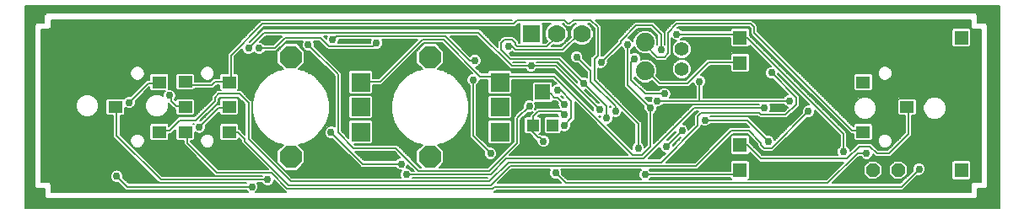
<source format=gbl>
G75*
%MOIN*%
%OFA0B0*%
%FSLAX25Y25*%
%IPPOS*%
%LPD*%
%AMOC8*
5,1,8,0,0,1.08239X$1,22.5*
%
%ADD10C,0.07400*%
%ADD11C,0.07000*%
%ADD12R,0.07000X0.07000*%
%ADD13OC8,0.05200*%
%ADD14C,0.05600*%
%ADD15R,0.05512X0.04724*%
%ADD16R,0.05906X0.06299*%
%ADD17R,0.04724X0.04724*%
%ADD18R,0.05543X0.05543*%
%ADD19R,0.07400X0.07400*%
%ADD20OC8,0.08858*%
%ADD21C,0.00600*%
%ADD22C,0.02978*%
D10*
X0248008Y0055600D03*
X0248008Y0067000D03*
D11*
X0223008Y0070300D03*
X0213008Y0070300D03*
D12*
X0203008Y0070300D03*
D13*
X0338008Y0016300D03*
X0348008Y0016300D03*
D14*
X0262508Y0056363D03*
X0262508Y0064237D03*
D15*
X0334146Y0051143D03*
X0351469Y0041300D03*
X0334146Y0031457D03*
X0083669Y0031457D03*
X0066346Y0031300D03*
X0056039Y0031457D03*
X0066346Y0041300D03*
X0083669Y0041457D03*
X0083669Y0051143D03*
X0066346Y0051300D03*
X0056039Y0051143D03*
X0038717Y0041300D03*
D16*
X0207508Y0047206D03*
D17*
X0211445Y0034115D03*
X0203571Y0034115D03*
D18*
X0285508Y0026300D03*
X0285508Y0016300D03*
X0373008Y0016300D03*
X0285508Y0058800D03*
X0285508Y0068800D03*
X0373008Y0068800D03*
D19*
X0190567Y0051143D03*
X0190567Y0041300D03*
X0190567Y0031457D03*
X0135567Y0031457D03*
X0135567Y0041300D03*
X0135567Y0051143D03*
D20*
X0163008Y0060985D03*
X0108008Y0060985D03*
X0108008Y0021615D03*
X0163008Y0021615D03*
D21*
X0003008Y0001300D02*
X0388008Y0001300D01*
X0388008Y0081300D01*
X0003008Y0081300D01*
X0003008Y0001300D01*
X0003008Y0001512D02*
X0388008Y0001512D01*
X0388008Y0002110D02*
X0003008Y0002110D01*
X0003008Y0002709D02*
X0388008Y0002709D01*
X0388008Y0003307D02*
X0003008Y0003307D01*
X0003008Y0003906D02*
X0388008Y0003906D01*
X0388008Y0004504D02*
X0003008Y0004504D01*
X0003008Y0005103D02*
X0011225Y0005103D01*
X0011428Y0004900D02*
X0010608Y0005720D01*
X0010608Y0008837D01*
X0007428Y0008837D01*
X0006608Y0009657D01*
X0006608Y0073809D01*
X0007428Y0074629D01*
X0010545Y0074629D01*
X0010545Y0076586D01*
X0010545Y0077746D01*
X0011365Y0078566D01*
X0378667Y0078566D01*
X0379487Y0077746D01*
X0379487Y0074629D01*
X0382588Y0074629D01*
X0383408Y0073809D01*
X0383408Y0009720D01*
X0382588Y0008900D01*
X0379408Y0008900D01*
X0379408Y0005720D01*
X0378588Y0004900D01*
X0011428Y0004900D01*
X0010626Y0005701D02*
X0003008Y0005701D01*
X0003008Y0006300D02*
X0010608Y0006300D01*
X0010608Y0006899D02*
X0003008Y0006899D01*
X0003008Y0007497D02*
X0010608Y0007497D01*
X0010608Y0008096D02*
X0003008Y0008096D01*
X0003008Y0008694D02*
X0010608Y0008694D01*
X0013408Y0008694D02*
X0042499Y0008694D01*
X0042812Y0008381D02*
X0090425Y0008381D01*
X0090455Y0008309D01*
X0091064Y0007700D01*
X0013408Y0007700D01*
X0013408Y0010817D01*
X0012588Y0011637D01*
X0009408Y0011637D01*
X0009408Y0071829D01*
X0012525Y0071829D01*
X0013345Y0072649D01*
X0013345Y0075766D01*
X0195522Y0075766D01*
X0195426Y0075670D01*
X0096227Y0075670D01*
X0095414Y0074857D01*
X0082928Y0062371D01*
X0082928Y0054592D01*
X0080463Y0054592D01*
X0079826Y0053955D01*
X0079826Y0052778D01*
X0077497Y0052778D01*
X0076110Y0051391D01*
X0070190Y0051391D01*
X0070190Y0054113D01*
X0069553Y0054750D01*
X0063140Y0054750D01*
X0062503Y0054113D01*
X0062503Y0048487D01*
X0063140Y0047850D01*
X0069553Y0047850D01*
X0070190Y0048487D01*
X0070190Y0048616D01*
X0077259Y0048616D01*
X0078072Y0049428D01*
X0078646Y0050003D01*
X0079826Y0050003D01*
X0079826Y0048330D01*
X0080234Y0047922D01*
X0078884Y0047922D01*
X0078072Y0047109D01*
X0076684Y0045722D01*
X0076684Y0044335D01*
X0069866Y0037517D01*
X0063623Y0037517D01*
X0062810Y0036704D01*
X0059883Y0033776D01*
X0059883Y0034270D01*
X0059246Y0034907D01*
X0052833Y0034907D01*
X0052196Y0034270D01*
X0052196Y0028645D01*
X0052833Y0028008D01*
X0059246Y0028008D01*
X0059883Y0028645D01*
X0059883Y0030580D01*
X0060610Y0030580D01*
X0062503Y0032473D01*
X0062503Y0028487D01*
X0063140Y0027850D01*
X0065585Y0027850D01*
X0065585Y0026536D01*
X0077378Y0014743D01*
X0078191Y0013931D01*
X0096669Y0013931D01*
X0096669Y0013931D01*
X0057142Y0013931D01*
X0040612Y0030461D01*
X0040612Y0037850D01*
X0041923Y0037850D01*
X0042560Y0038487D01*
X0042560Y0040943D01*
X0042621Y0040882D01*
X0043568Y0040490D01*
X0044593Y0040490D01*
X0045540Y0040882D01*
X0046264Y0041607D01*
X0046657Y0042554D01*
X0046657Y0043579D01*
X0046627Y0043651D01*
X0052196Y0049220D01*
X0052196Y0048330D01*
X0052833Y0047693D01*
X0058244Y0047693D01*
X0057851Y0047300D01*
X0057459Y0046353D01*
X0057459Y0045780D01*
X0056029Y0046372D01*
X0054199Y0046372D01*
X0052508Y0045672D01*
X0051214Y0044378D01*
X0050514Y0042687D01*
X0050514Y0040857D01*
X0051214Y0039167D01*
X0052508Y0037873D01*
X0054199Y0037172D01*
X0056029Y0037172D01*
X0057720Y0037873D01*
X0059014Y0039167D01*
X0059714Y0040857D01*
X0059714Y0042687D01*
X0059626Y0042901D01*
X0060154Y0042372D01*
X0062236Y0040291D01*
X0062503Y0040291D01*
X0062503Y0038487D01*
X0063140Y0037850D01*
X0069553Y0037850D01*
X0070190Y0038487D01*
X0070190Y0044113D01*
X0069553Y0044750D01*
X0063140Y0044750D01*
X0062503Y0044113D01*
X0062503Y0043948D01*
X0062145Y0044306D01*
X0062220Y0044382D01*
X0062612Y0045328D01*
X0062612Y0046353D01*
X0062220Y0047300D01*
X0061495Y0048025D01*
X0060548Y0048417D01*
X0059883Y0048417D01*
X0059883Y0053955D01*
X0059246Y0054592D01*
X0052833Y0054592D01*
X0052196Y0053955D01*
X0052196Y0052084D01*
X0051136Y0052084D01*
X0044665Y0045613D01*
X0044593Y0045643D01*
X0043568Y0045643D01*
X0042621Y0045250D01*
X0042022Y0044651D01*
X0041923Y0044750D01*
X0035510Y0044750D01*
X0034873Y0044113D01*
X0034873Y0038487D01*
X0035510Y0037850D01*
X0037837Y0037850D01*
X0037837Y0029311D01*
X0055180Y0011969D01*
X0055992Y0011156D01*
X0090425Y0011156D01*
X0090425Y0011156D01*
X0043961Y0011156D01*
X0041771Y0013346D01*
X0041801Y0013418D01*
X0041801Y0014443D01*
X0041409Y0015390D01*
X0040684Y0016115D01*
X0039737Y0016507D01*
X0038712Y0016507D01*
X0037765Y0016115D01*
X0037040Y0015390D01*
X0036648Y0014443D01*
X0036648Y0013418D01*
X0037040Y0012471D01*
X0037765Y0011747D01*
X0038712Y0011354D01*
X0039737Y0011354D01*
X0039809Y0011384D01*
X0042812Y0008381D01*
X0041900Y0009293D02*
X0013408Y0009293D01*
X0013408Y0009891D02*
X0041302Y0009891D01*
X0040703Y0010490D02*
X0013408Y0010490D01*
X0013137Y0011088D02*
X0040105Y0011088D01*
X0037910Y0011687D02*
X0009408Y0011687D01*
X0009408Y0012285D02*
X0037226Y0012285D01*
X0036869Y0012884D02*
X0009408Y0012884D01*
X0009408Y0013482D02*
X0036648Y0013482D01*
X0036648Y0014081D02*
X0009408Y0014081D01*
X0009408Y0014679D02*
X0036746Y0014679D01*
X0036994Y0015278D02*
X0009408Y0015278D01*
X0009408Y0015876D02*
X0037526Y0015876D01*
X0038634Y0016475D02*
X0009408Y0016475D01*
X0009408Y0017073D02*
X0050075Y0017073D01*
X0050673Y0016475D02*
X0039815Y0016475D01*
X0040922Y0015876D02*
X0051272Y0015876D01*
X0051870Y0015278D02*
X0041455Y0015278D01*
X0041703Y0014679D02*
X0052469Y0014679D01*
X0053067Y0014081D02*
X0041801Y0014081D01*
X0041801Y0013482D02*
X0053666Y0013482D01*
X0054265Y0012884D02*
X0042234Y0012884D01*
X0042832Y0012285D02*
X0054863Y0012285D01*
X0055462Y0011687D02*
X0043431Y0011687D01*
X0043387Y0009769D02*
X0039224Y0013931D01*
X0054598Y0016475D02*
X0075647Y0016475D01*
X0076245Y0015876D02*
X0055196Y0015876D01*
X0055795Y0015278D02*
X0076844Y0015278D01*
X0077442Y0014679D02*
X0056393Y0014679D01*
X0056992Y0014081D02*
X0078041Y0014081D01*
X0078765Y0015318D02*
X0100270Y0015318D01*
X0106513Y0009075D01*
X0187676Y0009075D01*
X0188370Y0009769D01*
X0349309Y0009769D01*
X0356246Y0016706D01*
X0358634Y0017672D02*
X0369149Y0017672D01*
X0369149Y0018270D02*
X0358324Y0018270D01*
X0358430Y0018165D02*
X0357705Y0018890D01*
X0356758Y0019282D01*
X0355733Y0019282D01*
X0354786Y0018890D01*
X0354062Y0018165D01*
X0353669Y0017218D01*
X0353669Y0016193D01*
X0353699Y0016121D01*
X0348734Y0011156D01*
X0322135Y0011156D01*
X0332541Y0021561D01*
X0333221Y0021561D01*
X0333250Y0021489D01*
X0333975Y0020765D01*
X0334922Y0020372D01*
X0335947Y0020372D01*
X0336894Y0020765D01*
X0337619Y0021489D01*
X0338011Y0022436D01*
X0338011Y0022573D01*
X0339022Y0021561D01*
X0345027Y0021561D01*
X0345840Y0022374D01*
X0353471Y0030005D01*
X0353471Y0037850D01*
X0354676Y0037850D01*
X0355313Y0038487D01*
X0355313Y0044113D01*
X0354676Y0044750D01*
X0348263Y0044750D01*
X0347626Y0044113D01*
X0347626Y0038487D01*
X0348263Y0037850D01*
X0350696Y0037850D01*
X0350696Y0031154D01*
X0343878Y0024336D01*
X0340172Y0024336D01*
X0338209Y0026298D01*
X0337397Y0027111D01*
X0332085Y0027111D01*
X0328993Y0024019D01*
X0328993Y0024155D01*
X0328601Y0025102D01*
X0327876Y0025827D01*
X0327804Y0025856D01*
X0327804Y0031154D01*
X0289650Y0069308D01*
X0289367Y0069591D01*
X0289367Y0072022D01*
X0288730Y0072659D01*
X0282286Y0072659D01*
X0281649Y0072022D01*
X0281649Y0071508D01*
X0262729Y0071508D01*
X0262699Y0071580D01*
X0261974Y0072305D01*
X0261027Y0072697D01*
X0260891Y0072697D01*
X0261090Y0072895D01*
X0289076Y0072895D01*
X0289650Y0072321D01*
X0289650Y0070239D01*
X0290463Y0069427D01*
X0329310Y0030580D01*
X0330303Y0030580D01*
X0330303Y0028645D01*
X0330940Y0028008D01*
X0337353Y0028008D01*
X0337990Y0028645D01*
X0337990Y0034270D01*
X0337353Y0034907D01*
X0330940Y0034907D01*
X0330303Y0034270D01*
X0330303Y0033511D01*
X0292425Y0071389D01*
X0292425Y0073470D01*
X0291038Y0074857D01*
X0290225Y0075670D01*
X0259940Y0075670D01*
X0256472Y0072202D01*
X0255659Y0071389D01*
X0255659Y0066091D01*
X0255659Y0066091D01*
X0255659Y0070695D01*
X0254846Y0071508D01*
X0251378Y0074976D01*
X0243985Y0074976D01*
X0243172Y0074164D01*
X0236929Y0067920D01*
X0236929Y0067227D01*
X0231270Y0061568D01*
X0231198Y0061598D01*
X0230686Y0061598D01*
X0230686Y0073470D01*
X0229873Y0074283D01*
X0228390Y0075766D01*
X0376687Y0075766D01*
X0376687Y0072649D01*
X0377507Y0071829D01*
X0380608Y0071829D01*
X0380608Y0011700D01*
X0377428Y0011700D01*
X0376608Y0010880D01*
X0376608Y0007700D01*
X0188264Y0007700D01*
X0188945Y0008381D01*
X0349883Y0008381D01*
X0355661Y0014159D01*
X0355733Y0014129D01*
X0356758Y0014129D01*
X0357705Y0014521D01*
X0358430Y0015246D01*
X0358822Y0016193D01*
X0358822Y0017218D01*
X0358430Y0018165D01*
X0357726Y0018869D02*
X0369149Y0018869D01*
X0369149Y0019467D02*
X0350055Y0019467D01*
X0349535Y0019987D02*
X0346480Y0019987D01*
X0344320Y0017827D01*
X0344320Y0014773D01*
X0346480Y0012613D01*
X0349535Y0012613D01*
X0351695Y0014773D01*
X0351695Y0017827D01*
X0349535Y0019987D01*
X0345960Y0019467D02*
X0340055Y0019467D01*
X0339535Y0019987D02*
X0336480Y0019987D01*
X0334320Y0017827D01*
X0334320Y0014773D01*
X0336480Y0012613D01*
X0339535Y0012613D01*
X0341695Y0014773D01*
X0341695Y0017827D01*
X0339535Y0019987D01*
X0337392Y0021263D02*
X0380608Y0021263D01*
X0380608Y0021861D02*
X0345327Y0021861D01*
X0345926Y0022460D02*
X0380608Y0022460D01*
X0380608Y0023058D02*
X0346524Y0023058D01*
X0347123Y0023657D02*
X0380608Y0023657D01*
X0380608Y0024255D02*
X0347721Y0024255D01*
X0348320Y0024854D02*
X0380608Y0024854D01*
X0380608Y0025452D02*
X0348918Y0025452D01*
X0349517Y0026051D02*
X0380608Y0026051D01*
X0380608Y0026649D02*
X0350115Y0026649D01*
X0350714Y0027248D02*
X0380608Y0027248D01*
X0380608Y0027846D02*
X0351312Y0027846D01*
X0351911Y0028445D02*
X0380608Y0028445D01*
X0380608Y0029043D02*
X0352509Y0029043D01*
X0353108Y0029642D02*
X0380608Y0029642D01*
X0380608Y0030240D02*
X0353471Y0030240D01*
X0353471Y0030839D02*
X0380608Y0030839D01*
X0380608Y0031437D02*
X0353471Y0031437D01*
X0353471Y0032036D02*
X0380608Y0032036D01*
X0380608Y0032634D02*
X0353471Y0032634D01*
X0353471Y0033233D02*
X0380608Y0033233D01*
X0380608Y0033832D02*
X0353471Y0033832D01*
X0353471Y0034430D02*
X0380608Y0034430D01*
X0380608Y0035029D02*
X0353471Y0035029D01*
X0353471Y0035627D02*
X0380608Y0035627D01*
X0380608Y0036226D02*
X0353471Y0036226D01*
X0353471Y0036824D02*
X0360121Y0036824D01*
X0359871Y0036928D02*
X0361561Y0036228D01*
X0363391Y0036228D01*
X0365082Y0036928D01*
X0366376Y0038222D01*
X0367076Y0039913D01*
X0367076Y0041743D01*
X0366376Y0043433D01*
X0365082Y0044727D01*
X0363391Y0045428D01*
X0361561Y0045428D01*
X0359871Y0044727D01*
X0358577Y0043433D01*
X0357876Y0041743D01*
X0357876Y0039913D01*
X0358577Y0038222D01*
X0359871Y0036928D01*
X0359376Y0037423D02*
X0353471Y0037423D01*
X0354846Y0038021D02*
X0358777Y0038021D01*
X0358412Y0038620D02*
X0355313Y0038620D01*
X0355313Y0039218D02*
X0358164Y0039218D01*
X0357916Y0039817D02*
X0355313Y0039817D01*
X0355313Y0040415D02*
X0357876Y0040415D01*
X0357876Y0041014D02*
X0355313Y0041014D01*
X0355313Y0041612D02*
X0357876Y0041612D01*
X0358070Y0042211D02*
X0355313Y0042211D01*
X0355313Y0042809D02*
X0358318Y0042809D01*
X0358566Y0043408D02*
X0355313Y0043408D01*
X0355313Y0044006D02*
X0359150Y0044006D01*
X0359748Y0044605D02*
X0354820Y0044605D01*
X0348118Y0044605D02*
X0337646Y0044605D01*
X0337523Y0044727D02*
X0335832Y0045428D01*
X0334002Y0045428D01*
X0332312Y0044727D01*
X0331018Y0043433D01*
X0330317Y0041743D01*
X0330317Y0039913D01*
X0331018Y0038222D01*
X0332312Y0036928D01*
X0334002Y0036228D01*
X0335832Y0036228D01*
X0337523Y0036928D01*
X0338817Y0038222D01*
X0339517Y0039913D01*
X0339517Y0041743D01*
X0338817Y0043433D01*
X0337523Y0044727D01*
X0338244Y0044006D02*
X0347626Y0044006D01*
X0347626Y0043408D02*
X0338828Y0043408D01*
X0339076Y0042809D02*
X0347626Y0042809D01*
X0347626Y0042211D02*
X0339323Y0042211D01*
X0339517Y0041612D02*
X0347626Y0041612D01*
X0347626Y0041014D02*
X0339517Y0041014D01*
X0339517Y0040415D02*
X0347626Y0040415D01*
X0347626Y0039817D02*
X0339478Y0039817D01*
X0339230Y0039218D02*
X0347626Y0039218D01*
X0347626Y0038620D02*
X0338982Y0038620D01*
X0338616Y0038021D02*
X0348092Y0038021D01*
X0350696Y0037423D02*
X0338018Y0037423D01*
X0337272Y0036824D02*
X0350696Y0036824D01*
X0350696Y0036226D02*
X0327588Y0036226D01*
X0326990Y0036824D02*
X0332562Y0036824D01*
X0331817Y0037423D02*
X0326391Y0037423D01*
X0325793Y0038021D02*
X0331218Y0038021D01*
X0330853Y0038620D02*
X0325194Y0038620D01*
X0324596Y0039218D02*
X0330605Y0039218D01*
X0330357Y0039817D02*
X0323997Y0039817D01*
X0323399Y0040415D02*
X0330317Y0040415D01*
X0330317Y0041014D02*
X0322800Y0041014D01*
X0322202Y0041612D02*
X0330317Y0041612D01*
X0330511Y0042211D02*
X0321603Y0042211D01*
X0321005Y0042809D02*
X0330759Y0042809D01*
X0331007Y0043408D02*
X0320406Y0043408D01*
X0319808Y0044006D02*
X0331591Y0044006D01*
X0332189Y0044605D02*
X0319209Y0044605D01*
X0318611Y0045203D02*
X0333461Y0045203D01*
X0336374Y0045203D02*
X0361020Y0045203D01*
X0363933Y0045203D02*
X0380608Y0045203D01*
X0380608Y0044605D02*
X0365205Y0044605D01*
X0365803Y0044006D02*
X0380608Y0044006D01*
X0380608Y0043408D02*
X0366387Y0043408D01*
X0366635Y0042809D02*
X0380608Y0042809D01*
X0380608Y0042211D02*
X0366882Y0042211D01*
X0367076Y0041612D02*
X0380608Y0041612D01*
X0380608Y0041014D02*
X0367076Y0041014D01*
X0367076Y0040415D02*
X0380608Y0040415D01*
X0380608Y0039817D02*
X0367037Y0039817D01*
X0366789Y0039218D02*
X0380608Y0039218D01*
X0380608Y0038620D02*
X0366541Y0038620D01*
X0366175Y0038021D02*
X0380608Y0038021D01*
X0380608Y0037423D02*
X0365577Y0037423D01*
X0364831Y0036824D02*
X0380608Y0036824D01*
X0383408Y0036824D02*
X0388008Y0036824D01*
X0388008Y0036226D02*
X0383408Y0036226D01*
X0383408Y0035627D02*
X0388008Y0035627D01*
X0388008Y0035029D02*
X0383408Y0035029D01*
X0383408Y0034430D02*
X0388008Y0034430D01*
X0388008Y0033832D02*
X0383408Y0033832D01*
X0383408Y0033233D02*
X0388008Y0033233D01*
X0388008Y0032634D02*
X0383408Y0032634D01*
X0383408Y0032036D02*
X0388008Y0032036D01*
X0388008Y0031437D02*
X0383408Y0031437D01*
X0383408Y0030839D02*
X0388008Y0030839D01*
X0388008Y0030240D02*
X0383408Y0030240D01*
X0383408Y0029642D02*
X0388008Y0029642D01*
X0388008Y0029043D02*
X0383408Y0029043D01*
X0383408Y0028445D02*
X0388008Y0028445D01*
X0388008Y0027846D02*
X0383408Y0027846D01*
X0383408Y0027248D02*
X0388008Y0027248D01*
X0388008Y0026649D02*
X0383408Y0026649D01*
X0383408Y0026051D02*
X0388008Y0026051D01*
X0388008Y0025452D02*
X0383408Y0025452D01*
X0383408Y0024854D02*
X0388008Y0024854D01*
X0388008Y0024255D02*
X0383408Y0024255D01*
X0383408Y0023657D02*
X0388008Y0023657D01*
X0388008Y0023058D02*
X0383408Y0023058D01*
X0383408Y0022460D02*
X0388008Y0022460D01*
X0388008Y0021861D02*
X0383408Y0021861D01*
X0383408Y0021263D02*
X0388008Y0021263D01*
X0388008Y0020664D02*
X0383408Y0020664D01*
X0383408Y0020066D02*
X0388008Y0020066D01*
X0388008Y0019467D02*
X0383408Y0019467D01*
X0383408Y0018869D02*
X0388008Y0018869D01*
X0388008Y0018270D02*
X0383408Y0018270D01*
X0383408Y0017672D02*
X0388008Y0017672D01*
X0388008Y0017073D02*
X0383408Y0017073D01*
X0383408Y0016475D02*
X0388008Y0016475D01*
X0388008Y0015876D02*
X0383408Y0015876D01*
X0383408Y0015278D02*
X0388008Y0015278D01*
X0388008Y0014679D02*
X0383408Y0014679D01*
X0383408Y0014081D02*
X0388008Y0014081D01*
X0388008Y0013482D02*
X0383408Y0013482D01*
X0383408Y0012884D02*
X0388008Y0012884D01*
X0388008Y0012285D02*
X0383408Y0012285D01*
X0383408Y0011687D02*
X0388008Y0011687D01*
X0388008Y0011088D02*
X0383408Y0011088D01*
X0383408Y0010490D02*
X0388008Y0010490D01*
X0388008Y0009891D02*
X0383408Y0009891D01*
X0382980Y0009293D02*
X0388008Y0009293D01*
X0388008Y0008694D02*
X0379408Y0008694D01*
X0379408Y0008096D02*
X0388008Y0008096D01*
X0388008Y0007497D02*
X0379408Y0007497D01*
X0379408Y0006899D02*
X0388008Y0006899D01*
X0388008Y0006300D02*
X0379408Y0006300D01*
X0379389Y0005701D02*
X0388008Y0005701D01*
X0388008Y0005103D02*
X0378791Y0005103D01*
X0376608Y0008096D02*
X0188659Y0008096D01*
X0186983Y0010462D02*
X0194613Y0018093D01*
X0268146Y0018093D01*
X0282020Y0031967D01*
X0288957Y0031967D01*
X0293813Y0027111D01*
X0293813Y0026417D01*
X0295200Y0025030D01*
X0297975Y0025030D01*
X0312543Y0039598D01*
X0314926Y0038620D02*
X0316414Y0038620D01*
X0315816Y0039218D02*
X0315119Y0039218D01*
X0315119Y0039085D02*
X0315119Y0039915D01*
X0325029Y0030005D01*
X0325029Y0025856D01*
X0324957Y0025827D01*
X0324232Y0025102D01*
X0323840Y0024155D01*
X0323840Y0023130D01*
X0324203Y0022255D01*
X0294387Y0022255D01*
X0289650Y0026992D01*
X0289367Y0027275D01*
X0289367Y0029522D01*
X0288730Y0030159D01*
X0282286Y0030159D01*
X0281649Y0029522D01*
X0281649Y0023078D01*
X0282286Y0022441D01*
X0288730Y0022441D01*
X0289367Y0023078D01*
X0289367Y0023351D01*
X0293238Y0019480D01*
X0326536Y0019480D01*
X0319599Y0012543D01*
X0288832Y0012543D01*
X0289367Y0013078D01*
X0289367Y0019522D01*
X0288730Y0020159D01*
X0282286Y0020159D01*
X0281649Y0019522D01*
X0281649Y0016012D01*
X0250242Y0016012D01*
X0250212Y0016084D01*
X0249591Y0016706D01*
X0268720Y0016706D01*
X0282594Y0030580D01*
X0288382Y0030580D01*
X0292425Y0026536D01*
X0292425Y0025843D01*
X0293813Y0024455D01*
X0294625Y0023643D01*
X0298549Y0023643D01*
X0311958Y0037051D01*
X0312030Y0037021D01*
X0313055Y0037021D01*
X0314002Y0037413D01*
X0314727Y0038138D01*
X0315119Y0039085D01*
X0315119Y0039817D02*
X0315217Y0039817D01*
X0317944Y0041014D02*
X0318876Y0041014D01*
X0318543Y0040415D02*
X0319475Y0040415D01*
X0319141Y0039817D02*
X0320073Y0039817D01*
X0319740Y0039218D02*
X0320672Y0039218D01*
X0320339Y0038620D02*
X0321270Y0038620D01*
X0320937Y0038021D02*
X0321869Y0038021D01*
X0321536Y0037423D02*
X0322467Y0037423D01*
X0322134Y0036824D02*
X0323066Y0036824D01*
X0322733Y0036226D02*
X0323664Y0036226D01*
X0323331Y0035627D02*
X0324263Y0035627D01*
X0323930Y0035029D02*
X0324861Y0035029D01*
X0324528Y0034430D02*
X0325460Y0034430D01*
X0325127Y0033832D02*
X0326058Y0033832D01*
X0325725Y0033233D02*
X0326657Y0033233D01*
X0326324Y0032634D02*
X0327255Y0032634D01*
X0326922Y0032036D02*
X0327854Y0032036D01*
X0327521Y0031437D02*
X0328452Y0031437D01*
X0329051Y0030839D02*
X0327804Y0030839D01*
X0327804Y0030240D02*
X0330303Y0030240D01*
X0330303Y0029642D02*
X0327804Y0029642D01*
X0327804Y0029043D02*
X0330303Y0029043D01*
X0330503Y0028445D02*
X0327804Y0028445D01*
X0327804Y0027846D02*
X0339936Y0027846D01*
X0339936Y0027343D02*
X0340373Y0026288D01*
X0341181Y0025480D01*
X0342237Y0025043D01*
X0343379Y0025043D01*
X0344435Y0025480D01*
X0345242Y0026288D01*
X0345680Y0027343D01*
X0345680Y0028485D01*
X0345242Y0029541D01*
X0344435Y0030349D01*
X0343379Y0030786D01*
X0342237Y0030786D01*
X0341181Y0030349D01*
X0340373Y0029541D01*
X0339936Y0028485D01*
X0339936Y0027343D01*
X0339976Y0027248D02*
X0327804Y0027248D01*
X0327804Y0026649D02*
X0331624Y0026649D01*
X0331025Y0026051D02*
X0327804Y0026051D01*
X0328250Y0025452D02*
X0330427Y0025452D01*
X0329828Y0024854D02*
X0328703Y0024854D01*
X0328951Y0024255D02*
X0329229Y0024255D01*
X0326417Y0023643D02*
X0326417Y0030580D01*
X0288263Y0068733D01*
X0286182Y0068733D01*
X0285508Y0068800D01*
X0285488Y0069427D01*
X0284794Y0070120D01*
X0260515Y0070120D01*
X0262162Y0068124D02*
X0262699Y0068661D01*
X0262729Y0068733D01*
X0281649Y0068733D01*
X0281649Y0065578D01*
X0282286Y0064941D01*
X0288730Y0064941D01*
X0289367Y0065578D01*
X0289367Y0065667D01*
X0297599Y0057435D01*
X0297462Y0057435D01*
X0296515Y0057043D01*
X0295791Y0056318D01*
X0295398Y0055372D01*
X0295398Y0054347D01*
X0295791Y0053400D01*
X0296515Y0052675D01*
X0297462Y0052283D01*
X0298487Y0052283D01*
X0298559Y0052312D01*
X0304536Y0046336D01*
X0304399Y0046336D01*
X0303452Y0045944D01*
X0302728Y0045219D01*
X0302698Y0045147D01*
X0270920Y0045147D01*
X0270920Y0049177D01*
X0270992Y0049206D01*
X0271717Y0049931D01*
X0272109Y0050878D01*
X0272109Y0051903D01*
X0271717Y0052850D01*
X0270992Y0053575D01*
X0270046Y0053967D01*
X0269909Y0053967D01*
X0273576Y0057634D01*
X0281649Y0057634D01*
X0281649Y0055578D01*
X0282286Y0054941D01*
X0288730Y0054941D01*
X0289367Y0055578D01*
X0289367Y0062022D01*
X0288730Y0062659D01*
X0282286Y0062659D01*
X0281649Y0062022D01*
X0281649Y0060409D01*
X0272427Y0060409D01*
X0264102Y0052084D01*
X0254153Y0052084D01*
X0252442Y0053795D01*
X0252795Y0054648D01*
X0252795Y0056552D01*
X0252066Y0058312D01*
X0250720Y0059659D01*
X0248960Y0060387D01*
X0247056Y0060387D01*
X0246443Y0060133D01*
X0246443Y0060921D01*
X0246050Y0061868D01*
X0245326Y0062593D01*
X0244379Y0062985D01*
X0243354Y0062985D01*
X0242479Y0062623D01*
X0242479Y0063744D01*
X0242551Y0063774D01*
X0243275Y0064499D01*
X0243569Y0065207D01*
X0243949Y0064288D01*
X0245296Y0062941D01*
X0247056Y0062213D01*
X0248960Y0062213D01*
X0249562Y0062462D01*
X0252310Y0059715D01*
X0256234Y0059715D01*
X0257046Y0060528D01*
X0258434Y0061915D01*
X0258434Y0068558D01*
X0259056Y0067936D01*
X0260002Y0067544D01*
X0260334Y0067544D01*
X0260306Y0067533D01*
X0259212Y0066439D01*
X0258620Y0065010D01*
X0258620Y0063464D01*
X0259212Y0062035D01*
X0260306Y0060941D01*
X0261735Y0060350D01*
X0263281Y0060350D01*
X0264710Y0060941D01*
X0265803Y0062035D01*
X0266395Y0063464D01*
X0266395Y0065010D01*
X0265803Y0066439D01*
X0264710Y0067533D01*
X0263281Y0068124D01*
X0262162Y0068124D01*
X0262583Y0068545D02*
X0281649Y0068545D01*
X0281649Y0067947D02*
X0263710Y0067947D01*
X0264894Y0067348D02*
X0281649Y0067348D01*
X0281649Y0066750D02*
X0265493Y0066750D01*
X0265923Y0066151D02*
X0281649Y0066151D01*
X0281674Y0065553D02*
X0266171Y0065553D01*
X0266395Y0064954D02*
X0282273Y0064954D01*
X0288743Y0064954D02*
X0290080Y0064954D01*
X0290678Y0064356D02*
X0266395Y0064356D01*
X0266395Y0063757D02*
X0291277Y0063757D01*
X0291875Y0063159D02*
X0266269Y0063159D01*
X0266021Y0062560D02*
X0282187Y0062560D01*
X0281649Y0061962D02*
X0265730Y0061962D01*
X0265132Y0061363D02*
X0281649Y0061363D01*
X0281649Y0060765D02*
X0264283Y0060765D01*
X0263485Y0060166D02*
X0272184Y0060166D01*
X0271586Y0059568D02*
X0264801Y0059568D01*
X0264710Y0059659D02*
X0263281Y0060250D01*
X0261735Y0060250D01*
X0260306Y0059659D01*
X0259212Y0058565D01*
X0258620Y0057136D01*
X0258620Y0055590D01*
X0259212Y0054161D01*
X0260306Y0053067D01*
X0261735Y0052476D01*
X0263281Y0052476D01*
X0264710Y0053067D01*
X0265803Y0054161D01*
X0266395Y0055590D01*
X0266395Y0057136D01*
X0265803Y0058565D01*
X0264710Y0059659D01*
X0265399Y0058969D02*
X0270987Y0058969D01*
X0270389Y0058370D02*
X0265884Y0058370D01*
X0266132Y0057772D02*
X0269790Y0057772D01*
X0269192Y0057173D02*
X0266380Y0057173D01*
X0266395Y0056575D02*
X0268593Y0056575D01*
X0267995Y0055976D02*
X0266395Y0055976D01*
X0266308Y0055378D02*
X0267396Y0055378D01*
X0266798Y0054779D02*
X0266060Y0054779D01*
X0266199Y0054181D02*
X0265812Y0054181D01*
X0265601Y0053582D02*
X0265225Y0053582D01*
X0265002Y0052984D02*
X0264508Y0052984D01*
X0264404Y0052385D02*
X0253852Y0052385D01*
X0253253Y0052984D02*
X0260507Y0052984D01*
X0259791Y0053582D02*
X0252654Y0053582D01*
X0252602Y0054181D02*
X0259204Y0054181D01*
X0258956Y0054779D02*
X0252795Y0054779D01*
X0252795Y0055378D02*
X0258708Y0055378D01*
X0258620Y0055976D02*
X0252795Y0055976D01*
X0252786Y0056575D02*
X0258620Y0056575D01*
X0258636Y0057173D02*
X0252538Y0057173D01*
X0252290Y0057772D02*
X0258884Y0057772D01*
X0259132Y0058370D02*
X0252008Y0058370D01*
X0251409Y0058969D02*
X0259616Y0058969D01*
X0260215Y0059568D02*
X0250811Y0059568D01*
X0251859Y0060166D02*
X0249495Y0060166D01*
X0251260Y0060765D02*
X0246443Y0060765D01*
X0246443Y0060166D02*
X0246521Y0060166D01*
X0243866Y0060409D02*
X0242479Y0059021D01*
X0242479Y0052084D01*
X0248028Y0046535D01*
X0255659Y0046535D01*
X0258008Y0047597D02*
X0268146Y0047597D01*
X0268146Y0046999D02*
X0258235Y0046999D01*
X0258235Y0047047D02*
X0257843Y0047994D01*
X0257118Y0048719D01*
X0256172Y0049111D01*
X0255147Y0049111D01*
X0254200Y0048719D01*
X0253475Y0047994D01*
X0253445Y0047922D01*
X0248603Y0047922D01*
X0243866Y0052659D01*
X0243866Y0053089D01*
X0243949Y0052888D01*
X0245296Y0051541D01*
X0247056Y0050813D01*
X0248960Y0050813D01*
X0250720Y0051541D01*
X0250745Y0051567D01*
X0253003Y0049309D01*
X0254153Y0049309D01*
X0265252Y0049309D01*
X0266065Y0050122D01*
X0266957Y0051014D01*
X0266957Y0050878D01*
X0267349Y0049931D01*
X0268074Y0049206D01*
X0268146Y0049177D01*
X0268146Y0045147D01*
X0257873Y0045147D01*
X0258235Y0046022D01*
X0258235Y0047047D01*
X0258235Y0046400D02*
X0268146Y0046400D01*
X0268146Y0045802D02*
X0258144Y0045802D01*
X0257896Y0045203D02*
X0268146Y0045203D01*
X0270920Y0045203D02*
X0302721Y0045203D01*
X0303310Y0045802D02*
X0270920Y0045802D01*
X0270920Y0046400D02*
X0304472Y0046400D01*
X0303873Y0046999D02*
X0270920Y0046999D01*
X0270920Y0047597D02*
X0303274Y0047597D01*
X0302676Y0048196D02*
X0270920Y0048196D01*
X0270920Y0048794D02*
X0302077Y0048794D01*
X0301479Y0049393D02*
X0271179Y0049393D01*
X0271742Y0049991D02*
X0300880Y0049991D01*
X0300282Y0050590D02*
X0271990Y0050590D01*
X0272109Y0051188D02*
X0299683Y0051188D01*
X0299085Y0051787D02*
X0272109Y0051787D01*
X0271910Y0052385D02*
X0297214Y0052385D01*
X0296206Y0052984D02*
X0271583Y0052984D01*
X0270974Y0053582D02*
X0295715Y0053582D01*
X0295467Y0054181D02*
X0270123Y0054181D01*
X0270722Y0054779D02*
X0295398Y0054779D01*
X0295401Y0055378D02*
X0289167Y0055378D01*
X0289367Y0055976D02*
X0295649Y0055976D01*
X0296047Y0056575D02*
X0289367Y0056575D01*
X0289367Y0057173D02*
X0296830Y0057173D01*
X0297262Y0057772D02*
X0289367Y0057772D01*
X0289367Y0058370D02*
X0296663Y0058370D01*
X0296065Y0058969D02*
X0289367Y0058969D01*
X0289367Y0059568D02*
X0295466Y0059568D01*
X0294868Y0060166D02*
X0289367Y0060166D01*
X0289367Y0060765D02*
X0294269Y0060765D01*
X0293671Y0061363D02*
X0289367Y0061363D01*
X0289367Y0061962D02*
X0293072Y0061962D01*
X0292474Y0062560D02*
X0288829Y0062560D01*
X0295800Y0063159D02*
X0296731Y0063159D01*
X0296398Y0062560D02*
X0297330Y0062560D01*
X0296997Y0061962D02*
X0297928Y0061962D01*
X0297595Y0061363D02*
X0298527Y0061363D01*
X0298194Y0060765D02*
X0299125Y0060765D01*
X0298792Y0060166D02*
X0299724Y0060166D01*
X0299391Y0059568D02*
X0300322Y0059568D01*
X0299989Y0058969D02*
X0300921Y0058969D01*
X0300588Y0058370D02*
X0301519Y0058370D01*
X0301186Y0057772D02*
X0302118Y0057772D01*
X0301785Y0057173D02*
X0302716Y0057173D01*
X0302383Y0056575D02*
X0303315Y0056575D01*
X0302982Y0055976D02*
X0303913Y0055976D01*
X0303580Y0055378D02*
X0304512Y0055378D01*
X0304179Y0054779D02*
X0305110Y0054779D01*
X0304777Y0054181D02*
X0305709Y0054181D01*
X0305376Y0053582D02*
X0306307Y0053582D01*
X0305974Y0052984D02*
X0306906Y0052984D01*
X0306573Y0052385D02*
X0307505Y0052385D01*
X0307171Y0051787D02*
X0308103Y0051787D01*
X0307770Y0051188D02*
X0308702Y0051188D01*
X0308368Y0050590D02*
X0309300Y0050590D01*
X0308967Y0049991D02*
X0309899Y0049991D01*
X0309565Y0049393D02*
X0310497Y0049393D01*
X0310164Y0048794D02*
X0311096Y0048794D01*
X0310762Y0048196D02*
X0311694Y0048196D01*
X0311361Y0047597D02*
X0312293Y0047597D01*
X0311959Y0046999D02*
X0312891Y0046999D01*
X0312558Y0046400D02*
X0313490Y0046400D01*
X0313156Y0045802D02*
X0314088Y0045802D01*
X0313755Y0045203D02*
X0314687Y0045203D01*
X0314353Y0044605D02*
X0315285Y0044605D01*
X0314952Y0044006D02*
X0315884Y0044006D01*
X0315550Y0043408D02*
X0316482Y0043408D01*
X0316149Y0042809D02*
X0317081Y0042809D01*
X0316747Y0042211D02*
X0317679Y0042211D01*
X0317346Y0041612D02*
X0318278Y0041612D01*
X0312860Y0042174D02*
X0312030Y0042174D01*
X0311083Y0041782D01*
X0310358Y0041057D01*
X0309966Y0040110D01*
X0309966Y0039085D01*
X0309996Y0039013D01*
X0299164Y0028181D01*
X0299164Y0028317D01*
X0298772Y0029264D01*
X0298047Y0029989D01*
X0297100Y0030381D01*
X0296075Y0030381D01*
X0296003Y0030351D01*
X0288838Y0037517D01*
X0273828Y0037517D01*
X0292544Y0037517D01*
X0293238Y0036823D01*
X0304099Y0036823D01*
X0308261Y0040985D01*
X0309074Y0041798D01*
X0309074Y0045722D01*
X0300521Y0054275D01*
X0300551Y0054347D01*
X0300551Y0054483D01*
X0312860Y0042174D01*
X0312823Y0042211D02*
X0309074Y0042211D01*
X0309074Y0042809D02*
X0312225Y0042809D01*
X0311626Y0043408D02*
X0309074Y0043408D01*
X0309074Y0044006D02*
X0311028Y0044006D01*
X0310429Y0044605D02*
X0309074Y0044605D01*
X0309074Y0045203D02*
X0309831Y0045203D01*
X0309232Y0045802D02*
X0308994Y0045802D01*
X0308634Y0046400D02*
X0308396Y0046400D01*
X0308035Y0046999D02*
X0307797Y0046999D01*
X0307437Y0047597D02*
X0307199Y0047597D01*
X0306838Y0048196D02*
X0306600Y0048196D01*
X0306240Y0048794D02*
X0306002Y0048794D01*
X0305641Y0049393D02*
X0305403Y0049393D01*
X0305043Y0049991D02*
X0304805Y0049991D01*
X0304444Y0050590D02*
X0304206Y0050590D01*
X0303846Y0051188D02*
X0303608Y0051188D01*
X0303247Y0051787D02*
X0303009Y0051787D01*
X0302649Y0052385D02*
X0302411Y0052385D01*
X0302050Y0052984D02*
X0301812Y0052984D01*
X0301452Y0053582D02*
X0301214Y0053582D01*
X0300853Y0054181D02*
X0300615Y0054181D01*
X0297975Y0054859D02*
X0307687Y0045147D01*
X0307687Y0042372D01*
X0303524Y0038210D01*
X0293813Y0038210D01*
X0293119Y0038904D01*
X0270227Y0038904D01*
X0268839Y0037517D01*
X0268839Y0034048D01*
X0254272Y0019480D01*
X0193920Y0019480D01*
X0186289Y0011850D01*
X0107901Y0011850D01*
X0091252Y0028498D01*
X0091252Y0043066D01*
X0087783Y0046535D01*
X0079459Y0046535D01*
X0078072Y0045147D01*
X0078072Y0043760D01*
X0070441Y0036129D01*
X0064198Y0036129D01*
X0060035Y0031967D01*
X0056567Y0031967D01*
X0056039Y0031457D01*
X0052196Y0031437D02*
X0040612Y0031437D01*
X0040612Y0030839D02*
X0052196Y0030839D01*
X0052196Y0030240D02*
X0049113Y0030240D01*
X0049005Y0030349D02*
X0047949Y0030786D01*
X0046807Y0030786D01*
X0045751Y0030349D01*
X0044943Y0029541D01*
X0044506Y0028485D01*
X0044506Y0027343D01*
X0044943Y0026288D01*
X0045751Y0025480D01*
X0046807Y0025043D01*
X0047949Y0025043D01*
X0049005Y0025480D01*
X0049812Y0026288D01*
X0050250Y0027343D01*
X0050250Y0028485D01*
X0049812Y0029541D01*
X0049005Y0030349D01*
X0049711Y0029642D02*
X0052196Y0029642D01*
X0052196Y0029043D02*
X0050018Y0029043D01*
X0050250Y0028445D02*
X0052396Y0028445D01*
X0050250Y0027846D02*
X0065585Y0027846D01*
X0065585Y0027248D02*
X0050210Y0027248D01*
X0049962Y0026649D02*
X0065585Y0026649D01*
X0066070Y0026051D02*
X0049576Y0026051D01*
X0048939Y0025452D02*
X0066669Y0025452D01*
X0067268Y0024854D02*
X0046218Y0024854D01*
X0045817Y0025452D02*
X0045620Y0025452D01*
X0045180Y0026051D02*
X0045021Y0026051D01*
X0044794Y0026649D02*
X0044423Y0026649D01*
X0044546Y0027248D02*
X0043824Y0027248D01*
X0043226Y0027846D02*
X0044506Y0027846D01*
X0044506Y0028445D02*
X0042627Y0028445D01*
X0042029Y0029043D02*
X0044737Y0029043D01*
X0045045Y0029642D02*
X0041430Y0029642D01*
X0040832Y0030240D02*
X0045643Y0030240D01*
X0039224Y0029886D02*
X0056567Y0012543D01*
X0098883Y0012543D01*
X0101316Y0011687D02*
X0101939Y0011687D01*
X0101459Y0012031D02*
X0101459Y0012167D01*
X0105126Y0008500D01*
X0105926Y0007700D01*
X0094214Y0007700D01*
X0094824Y0008309D01*
X0095216Y0009256D01*
X0095216Y0010281D01*
X0094853Y0011156D01*
X0096669Y0011156D01*
X0096699Y0011084D01*
X0097423Y0010359D01*
X0098370Y0009967D01*
X0099395Y0009967D01*
X0100342Y0010359D01*
X0101067Y0011084D01*
X0101459Y0012031D01*
X0101069Y0011088D02*
X0102538Y0011088D01*
X0103137Y0010490D02*
X0100473Y0010490D01*
X0097293Y0010490D02*
X0095129Y0010490D01*
X0095216Y0009891D02*
X0103735Y0009891D01*
X0104334Y0009293D02*
X0095216Y0009293D01*
X0094983Y0008694D02*
X0104932Y0008694D01*
X0105531Y0008096D02*
X0094610Y0008096D01*
X0090669Y0008096D02*
X0013408Y0008096D01*
X0006972Y0009293D02*
X0003008Y0009293D01*
X0003008Y0009891D02*
X0006608Y0009891D01*
X0006608Y0010490D02*
X0003008Y0010490D01*
X0003008Y0011088D02*
X0006608Y0011088D01*
X0006608Y0011687D02*
X0003008Y0011687D01*
X0003008Y0012285D02*
X0006608Y0012285D01*
X0006608Y0012884D02*
X0003008Y0012884D01*
X0003008Y0013482D02*
X0006608Y0013482D01*
X0006608Y0014081D02*
X0003008Y0014081D01*
X0003008Y0014679D02*
X0006608Y0014679D01*
X0006608Y0015278D02*
X0003008Y0015278D01*
X0003008Y0015876D02*
X0006608Y0015876D01*
X0006608Y0016475D02*
X0003008Y0016475D01*
X0003008Y0017073D02*
X0006608Y0017073D01*
X0006608Y0017672D02*
X0003008Y0017672D01*
X0003008Y0018270D02*
X0006608Y0018270D01*
X0006608Y0018869D02*
X0003008Y0018869D01*
X0003008Y0019467D02*
X0006608Y0019467D01*
X0006608Y0020066D02*
X0003008Y0020066D01*
X0003008Y0020664D02*
X0006608Y0020664D01*
X0006608Y0021263D02*
X0003008Y0021263D01*
X0003008Y0021861D02*
X0006608Y0021861D01*
X0006608Y0022460D02*
X0003008Y0022460D01*
X0003008Y0023058D02*
X0006608Y0023058D01*
X0006608Y0023657D02*
X0003008Y0023657D01*
X0003008Y0024255D02*
X0006608Y0024255D01*
X0006608Y0024854D02*
X0003008Y0024854D01*
X0003008Y0025452D02*
X0006608Y0025452D01*
X0006608Y0026051D02*
X0003008Y0026051D01*
X0003008Y0026649D02*
X0006608Y0026649D01*
X0006608Y0027248D02*
X0003008Y0027248D01*
X0003008Y0027846D02*
X0006608Y0027846D01*
X0006608Y0028445D02*
X0003008Y0028445D01*
X0003008Y0029043D02*
X0006608Y0029043D01*
X0006608Y0029642D02*
X0003008Y0029642D01*
X0003008Y0030240D02*
X0006608Y0030240D01*
X0006608Y0030839D02*
X0003008Y0030839D01*
X0003008Y0031437D02*
X0006608Y0031437D01*
X0006608Y0032036D02*
X0003008Y0032036D01*
X0003008Y0032634D02*
X0006608Y0032634D01*
X0006608Y0033233D02*
X0003008Y0033233D01*
X0003008Y0033832D02*
X0006608Y0033832D01*
X0006608Y0034430D02*
X0003008Y0034430D01*
X0003008Y0035029D02*
X0006608Y0035029D01*
X0006608Y0035627D02*
X0003008Y0035627D01*
X0003008Y0036226D02*
X0006608Y0036226D01*
X0006608Y0036824D02*
X0003008Y0036824D01*
X0003008Y0037423D02*
X0006608Y0037423D01*
X0006608Y0038021D02*
X0003008Y0038021D01*
X0003008Y0038620D02*
X0006608Y0038620D01*
X0006608Y0039218D02*
X0003008Y0039218D01*
X0003008Y0039817D02*
X0006608Y0039817D01*
X0006608Y0040415D02*
X0003008Y0040415D01*
X0003008Y0041014D02*
X0006608Y0041014D01*
X0006608Y0041612D02*
X0003008Y0041612D01*
X0003008Y0042211D02*
X0006608Y0042211D01*
X0006608Y0042809D02*
X0003008Y0042809D01*
X0003008Y0043408D02*
X0006608Y0043408D01*
X0006608Y0044006D02*
X0003008Y0044006D01*
X0003008Y0044605D02*
X0006608Y0044605D01*
X0006608Y0045203D02*
X0003008Y0045203D01*
X0003008Y0045802D02*
X0006608Y0045802D01*
X0006608Y0046400D02*
X0003008Y0046400D01*
X0003008Y0046999D02*
X0006608Y0046999D01*
X0006608Y0047597D02*
X0003008Y0047597D01*
X0003008Y0048196D02*
X0006608Y0048196D01*
X0006608Y0048794D02*
X0003008Y0048794D01*
X0003008Y0049393D02*
X0006608Y0049393D01*
X0006608Y0049991D02*
X0003008Y0049991D01*
X0003008Y0050590D02*
X0006608Y0050590D01*
X0006608Y0051188D02*
X0003008Y0051188D01*
X0003008Y0051787D02*
X0006608Y0051787D01*
X0006608Y0052385D02*
X0003008Y0052385D01*
X0003008Y0052984D02*
X0006608Y0052984D01*
X0006608Y0053582D02*
X0003008Y0053582D01*
X0003008Y0054181D02*
X0006608Y0054181D01*
X0006608Y0054779D02*
X0003008Y0054779D01*
X0003008Y0055378D02*
X0006608Y0055378D01*
X0006608Y0055976D02*
X0003008Y0055976D01*
X0003008Y0056575D02*
X0006608Y0056575D01*
X0006608Y0057173D02*
X0003008Y0057173D01*
X0003008Y0057772D02*
X0006608Y0057772D01*
X0006608Y0058370D02*
X0003008Y0058370D01*
X0003008Y0058969D02*
X0006608Y0058969D01*
X0006608Y0059568D02*
X0003008Y0059568D01*
X0003008Y0060166D02*
X0006608Y0060166D01*
X0006608Y0060765D02*
X0003008Y0060765D01*
X0003008Y0061363D02*
X0006608Y0061363D01*
X0006608Y0061962D02*
X0003008Y0061962D01*
X0003008Y0062560D02*
X0006608Y0062560D01*
X0006608Y0063159D02*
X0003008Y0063159D01*
X0003008Y0063757D02*
X0006608Y0063757D01*
X0006608Y0064356D02*
X0003008Y0064356D01*
X0003008Y0064954D02*
X0006608Y0064954D01*
X0006608Y0065553D02*
X0003008Y0065553D01*
X0003008Y0066151D02*
X0006608Y0066151D01*
X0006608Y0066750D02*
X0003008Y0066750D01*
X0003008Y0067348D02*
X0006608Y0067348D01*
X0006608Y0067947D02*
X0003008Y0067947D01*
X0003008Y0068545D02*
X0006608Y0068545D01*
X0006608Y0069144D02*
X0003008Y0069144D01*
X0003008Y0069742D02*
X0006608Y0069742D01*
X0006608Y0070341D02*
X0003008Y0070341D01*
X0003008Y0070939D02*
X0006608Y0070939D01*
X0006608Y0071538D02*
X0003008Y0071538D01*
X0003008Y0072136D02*
X0006608Y0072136D01*
X0006608Y0072735D02*
X0003008Y0072735D01*
X0003008Y0073333D02*
X0006608Y0073333D01*
X0006731Y0073932D02*
X0003008Y0073932D01*
X0003008Y0074530D02*
X0007329Y0074530D01*
X0010545Y0075129D02*
X0003008Y0075129D01*
X0003008Y0075727D02*
X0010545Y0075727D01*
X0010545Y0076326D02*
X0003008Y0076326D01*
X0003008Y0076924D02*
X0010545Y0076924D01*
X0010545Y0077523D02*
X0003008Y0077523D01*
X0003008Y0078121D02*
X0010920Y0078121D01*
X0003008Y0078720D02*
X0388008Y0078720D01*
X0388008Y0079318D02*
X0003008Y0079318D01*
X0003008Y0079917D02*
X0388008Y0079917D01*
X0388008Y0080515D02*
X0003008Y0080515D01*
X0003008Y0081114D02*
X0388008Y0081114D01*
X0388008Y0078121D02*
X0379111Y0078121D01*
X0379487Y0077523D02*
X0388008Y0077523D01*
X0388008Y0076924D02*
X0379487Y0076924D01*
X0379487Y0076326D02*
X0388008Y0076326D01*
X0388008Y0075727D02*
X0379487Y0075727D01*
X0379487Y0075129D02*
X0388008Y0075129D01*
X0388008Y0074530D02*
X0382687Y0074530D01*
X0383285Y0073932D02*
X0388008Y0073932D01*
X0388008Y0073333D02*
X0383408Y0073333D01*
X0383408Y0072735D02*
X0388008Y0072735D01*
X0388008Y0072136D02*
X0383408Y0072136D01*
X0383408Y0071538D02*
X0388008Y0071538D01*
X0388008Y0070939D02*
X0383408Y0070939D01*
X0383408Y0070341D02*
X0388008Y0070341D01*
X0388008Y0069742D02*
X0383408Y0069742D01*
X0383408Y0069144D02*
X0388008Y0069144D01*
X0388008Y0068545D02*
X0383408Y0068545D01*
X0383408Y0067947D02*
X0388008Y0067947D01*
X0388008Y0067348D02*
X0383408Y0067348D01*
X0383408Y0066750D02*
X0388008Y0066750D01*
X0388008Y0066151D02*
X0383408Y0066151D01*
X0383408Y0065553D02*
X0388008Y0065553D01*
X0388008Y0064954D02*
X0383408Y0064954D01*
X0383408Y0064356D02*
X0388008Y0064356D01*
X0388008Y0063757D02*
X0383408Y0063757D01*
X0383408Y0063159D02*
X0388008Y0063159D01*
X0388008Y0062560D02*
X0383408Y0062560D01*
X0383408Y0061962D02*
X0388008Y0061962D01*
X0388008Y0061363D02*
X0383408Y0061363D01*
X0383408Y0060765D02*
X0388008Y0060765D01*
X0388008Y0060166D02*
X0383408Y0060166D01*
X0383408Y0059568D02*
X0388008Y0059568D01*
X0388008Y0058969D02*
X0383408Y0058969D01*
X0383408Y0058370D02*
X0388008Y0058370D01*
X0388008Y0057772D02*
X0383408Y0057772D01*
X0383408Y0057173D02*
X0388008Y0057173D01*
X0388008Y0056575D02*
X0383408Y0056575D01*
X0383408Y0055976D02*
X0388008Y0055976D01*
X0388008Y0055378D02*
X0383408Y0055378D01*
X0383408Y0054779D02*
X0388008Y0054779D01*
X0388008Y0054181D02*
X0383408Y0054181D01*
X0383408Y0053582D02*
X0388008Y0053582D01*
X0388008Y0052984D02*
X0383408Y0052984D01*
X0383408Y0052385D02*
X0388008Y0052385D01*
X0388008Y0051787D02*
X0383408Y0051787D01*
X0383408Y0051188D02*
X0388008Y0051188D01*
X0388008Y0050590D02*
X0383408Y0050590D01*
X0383408Y0049991D02*
X0388008Y0049991D01*
X0388008Y0049393D02*
X0383408Y0049393D01*
X0383408Y0048794D02*
X0388008Y0048794D01*
X0388008Y0048196D02*
X0383408Y0048196D01*
X0383408Y0047597D02*
X0388008Y0047597D01*
X0388008Y0046999D02*
X0383408Y0046999D01*
X0383408Y0046400D02*
X0388008Y0046400D01*
X0388008Y0045802D02*
X0383408Y0045802D01*
X0383408Y0045203D02*
X0388008Y0045203D01*
X0388008Y0044605D02*
X0383408Y0044605D01*
X0383408Y0044006D02*
X0388008Y0044006D01*
X0388008Y0043408D02*
X0383408Y0043408D01*
X0383408Y0042809D02*
X0388008Y0042809D01*
X0388008Y0042211D02*
X0383408Y0042211D01*
X0383408Y0041612D02*
X0388008Y0041612D01*
X0388008Y0041014D02*
X0383408Y0041014D01*
X0383408Y0040415D02*
X0388008Y0040415D01*
X0388008Y0039817D02*
X0383408Y0039817D01*
X0383408Y0039218D02*
X0388008Y0039218D01*
X0388008Y0038620D02*
X0383408Y0038620D01*
X0383408Y0038021D02*
X0388008Y0038021D01*
X0388008Y0037423D02*
X0383408Y0037423D01*
X0352083Y0040985D02*
X0352083Y0030580D01*
X0344453Y0022949D01*
X0339597Y0022949D01*
X0336822Y0025724D01*
X0332660Y0025724D01*
X0327804Y0020868D01*
X0293813Y0020868D01*
X0288263Y0026417D01*
X0286182Y0026417D01*
X0285508Y0026300D01*
X0281649Y0026051D02*
X0278066Y0026051D01*
X0278664Y0026649D02*
X0281649Y0026649D01*
X0281649Y0027248D02*
X0279263Y0027248D01*
X0279861Y0027846D02*
X0281649Y0027846D01*
X0281649Y0028445D02*
X0280460Y0028445D01*
X0281058Y0029043D02*
X0281649Y0029043D01*
X0281657Y0029642D02*
X0281769Y0029642D01*
X0282255Y0030240D02*
X0288721Y0030240D01*
X0289247Y0029642D02*
X0289320Y0029642D01*
X0289367Y0029043D02*
X0289918Y0029043D01*
X0289367Y0028445D02*
X0290517Y0028445D01*
X0291115Y0027846D02*
X0289367Y0027846D01*
X0289394Y0027248D02*
X0291714Y0027248D01*
X0292312Y0026649D02*
X0289993Y0026649D01*
X0290592Y0026051D02*
X0292425Y0026051D01*
X0292815Y0025452D02*
X0291190Y0025452D01*
X0291789Y0024854D02*
X0293414Y0024854D01*
X0294012Y0024255D02*
X0292387Y0024255D01*
X0292986Y0023657D02*
X0294611Y0023657D01*
X0293584Y0023058D02*
X0323870Y0023058D01*
X0323840Y0023657D02*
X0298564Y0023657D01*
X0299162Y0024255D02*
X0323882Y0024255D01*
X0324130Y0024854D02*
X0299761Y0024854D01*
X0300359Y0025452D02*
X0324583Y0025452D01*
X0325029Y0026051D02*
X0300958Y0026051D01*
X0301556Y0026649D02*
X0325029Y0026649D01*
X0325029Y0027248D02*
X0302155Y0027248D01*
X0302753Y0027846D02*
X0325029Y0027846D01*
X0325029Y0028445D02*
X0303352Y0028445D01*
X0303950Y0029043D02*
X0325029Y0029043D01*
X0325029Y0029642D02*
X0304549Y0029642D01*
X0305147Y0030240D02*
X0324794Y0030240D01*
X0324195Y0030839D02*
X0305746Y0030839D01*
X0306344Y0031437D02*
X0323596Y0031437D01*
X0322998Y0032036D02*
X0306943Y0032036D01*
X0307541Y0032634D02*
X0322399Y0032634D01*
X0321801Y0033233D02*
X0308140Y0033233D01*
X0308738Y0033832D02*
X0321202Y0033832D01*
X0320604Y0034430D02*
X0309337Y0034430D01*
X0309936Y0035029D02*
X0320005Y0035029D01*
X0319407Y0035627D02*
X0310534Y0035627D01*
X0311133Y0036226D02*
X0318808Y0036226D01*
X0318210Y0036824D02*
X0311731Y0036824D01*
X0314011Y0037423D02*
X0317611Y0037423D01*
X0317013Y0038021D02*
X0314610Y0038021D01*
X0309966Y0039218D02*
X0306494Y0039218D01*
X0305896Y0038620D02*
X0309602Y0038620D01*
X0309004Y0038021D02*
X0305297Y0038021D01*
X0304699Y0037423D02*
X0308405Y0037423D01*
X0307807Y0036824D02*
X0304100Y0036824D01*
X0306610Y0035627D02*
X0290727Y0035627D01*
X0290129Y0036226D02*
X0307208Y0036226D01*
X0306011Y0035029D02*
X0291326Y0035029D01*
X0291924Y0034430D02*
X0305413Y0034430D01*
X0304814Y0033832D02*
X0292523Y0033832D01*
X0293121Y0033233D02*
X0304216Y0033233D01*
X0303617Y0032634D02*
X0293720Y0032634D01*
X0294318Y0032036D02*
X0303019Y0032036D01*
X0302420Y0031437D02*
X0294917Y0031437D01*
X0295515Y0030839D02*
X0301822Y0030839D01*
X0301223Y0030240D02*
X0297439Y0030240D01*
X0298394Y0029642D02*
X0300625Y0029642D01*
X0300026Y0029043D02*
X0298863Y0029043D01*
X0299111Y0028445D02*
X0299428Y0028445D01*
X0296587Y0027805D02*
X0288263Y0036129D01*
X0271614Y0036129D01*
X0273828Y0034742D02*
X0287688Y0034742D01*
X0289076Y0033354D01*
X0281445Y0033354D01*
X0280632Y0032542D01*
X0267571Y0019480D01*
X0256234Y0019480D01*
X0269414Y0032661D01*
X0270227Y0033473D01*
X0270227Y0033915D01*
X0271102Y0033553D01*
X0272127Y0033553D01*
X0273074Y0033945D01*
X0273798Y0034670D01*
X0273828Y0034742D01*
X0273559Y0034430D02*
X0288000Y0034430D01*
X0288599Y0033832D02*
X0272800Y0033832D01*
X0270429Y0033832D02*
X0270227Y0033832D01*
X0269986Y0033233D02*
X0281324Y0033233D01*
X0280725Y0032634D02*
X0269388Y0032634D01*
X0268789Y0032036D02*
X0280127Y0032036D01*
X0279528Y0031437D02*
X0268191Y0031437D01*
X0267592Y0030839D02*
X0278930Y0030839D01*
X0278331Y0030240D02*
X0266994Y0030240D01*
X0266395Y0029642D02*
X0277733Y0029642D01*
X0277134Y0029043D02*
X0265797Y0029043D01*
X0265198Y0028445D02*
X0276536Y0028445D01*
X0275937Y0027846D02*
X0264600Y0027846D01*
X0264001Y0027248D02*
X0275339Y0027248D01*
X0274740Y0026649D02*
X0263403Y0026649D01*
X0262804Y0026051D02*
X0274142Y0026051D01*
X0273543Y0025452D02*
X0262206Y0025452D01*
X0261607Y0024854D02*
X0272945Y0024854D01*
X0272346Y0024255D02*
X0261009Y0024255D01*
X0260410Y0023657D02*
X0271748Y0023657D01*
X0271149Y0023058D02*
X0259812Y0023058D01*
X0259213Y0022460D02*
X0270550Y0022460D01*
X0269952Y0021861D02*
X0258615Y0021861D01*
X0258016Y0021263D02*
X0269353Y0021263D01*
X0268755Y0020664D02*
X0257418Y0020664D01*
X0256819Y0020066D02*
X0268156Y0020066D01*
X0271482Y0019467D02*
X0281649Y0019467D01*
X0281649Y0018869D02*
X0270884Y0018869D01*
X0270285Y0018270D02*
X0281649Y0018270D01*
X0281649Y0017672D02*
X0269687Y0017672D01*
X0269088Y0017073D02*
X0281649Y0017073D01*
X0281649Y0016475D02*
X0249822Y0016475D01*
X0246466Y0016706D02*
X0214864Y0016706D01*
X0215226Y0015831D01*
X0215226Y0014806D01*
X0215196Y0014734D01*
X0217386Y0012543D01*
X0246466Y0012543D01*
X0245844Y0013165D01*
X0245452Y0014112D01*
X0245452Y0015137D01*
X0245844Y0016084D01*
X0246466Y0016706D01*
X0246235Y0016475D02*
X0214959Y0016475D01*
X0215207Y0015876D02*
X0245758Y0015876D01*
X0245510Y0015278D02*
X0215226Y0015278D01*
X0215251Y0014679D02*
X0245452Y0014679D01*
X0245465Y0014081D02*
X0215849Y0014081D01*
X0216448Y0013482D02*
X0245713Y0013482D01*
X0246126Y0012884D02*
X0217046Y0012884D01*
X0214850Y0011156D02*
X0213234Y0012772D01*
X0213162Y0012742D01*
X0212137Y0012742D01*
X0211190Y0013134D01*
X0210465Y0013859D01*
X0210073Y0014806D01*
X0210073Y0015831D01*
X0210436Y0016706D01*
X0195188Y0016706D01*
X0189638Y0011156D01*
X0214850Y0011156D01*
X0214319Y0011687D02*
X0190169Y0011687D01*
X0190768Y0012285D02*
X0213721Y0012285D01*
X0211795Y0012884D02*
X0191366Y0012884D01*
X0191965Y0013482D02*
X0210842Y0013482D01*
X0210374Y0014081D02*
X0192563Y0014081D01*
X0193162Y0014679D02*
X0210126Y0014679D01*
X0210073Y0015278D02*
X0193760Y0015278D01*
X0194359Y0015876D02*
X0210092Y0015876D01*
X0210340Y0016475D02*
X0194957Y0016475D01*
X0193226Y0020868D02*
X0186983Y0014624D01*
X0153685Y0014624D01*
X0151109Y0014679D02*
X0107033Y0014679D01*
X0106435Y0015278D02*
X0151167Y0015278D01*
X0151109Y0015137D02*
X0151109Y0014112D01*
X0151471Y0013237D01*
X0108475Y0013237D01*
X0092639Y0029073D01*
X0092639Y0043641D01*
X0091827Y0044454D01*
X0088358Y0047922D01*
X0087105Y0047922D01*
X0087513Y0048330D01*
X0087513Y0053955D01*
X0086876Y0054592D01*
X0085702Y0054592D01*
X0085702Y0061221D01*
X0088676Y0064195D01*
X0088676Y0064058D01*
X0089068Y0063111D01*
X0089793Y0062387D01*
X0090739Y0061994D01*
X0091764Y0061994D01*
X0092711Y0062387D01*
X0093333Y0063008D01*
X0093955Y0062387D01*
X0094902Y0061994D01*
X0095927Y0061994D01*
X0096874Y0062387D01*
X0097598Y0063111D01*
X0097628Y0063183D01*
X0102232Y0063183D01*
X0106394Y0067346D01*
X0112624Y0067346D01*
X0112261Y0066471D01*
X0112261Y0065446D01*
X0112654Y0064499D01*
X0113378Y0063774D01*
X0114325Y0063382D01*
X0115350Y0063382D01*
X0115422Y0063412D01*
X0125243Y0053591D01*
X0125243Y0033487D01*
X0124368Y0033850D01*
X0123343Y0033850D01*
X0122396Y0033457D01*
X0121672Y0032733D01*
X0121280Y0031786D01*
X0121280Y0030761D01*
X0121672Y0029814D01*
X0122396Y0029089D01*
X0123343Y0028697D01*
X0124368Y0028697D01*
X0124440Y0028727D01*
X0134955Y0018212D01*
X0135768Y0017399D01*
X0149390Y0017399D01*
X0149420Y0017327D01*
X0150145Y0016602D01*
X0151091Y0016210D01*
X0151627Y0016210D01*
X0151501Y0016084D01*
X0151109Y0015137D01*
X0151415Y0015876D02*
X0105836Y0015876D01*
X0105723Y0016098D02*
X0110293Y0016098D01*
X0113524Y0019330D01*
X0113524Y0023900D01*
X0111106Y0026318D01*
X0113903Y0027068D01*
X0117386Y0029078D01*
X0120229Y0031922D01*
X0122240Y0035405D01*
X0123281Y0039289D01*
X0123281Y0043311D01*
X0122240Y0047195D01*
X0120229Y0050678D01*
X0117386Y0053522D01*
X0113903Y0055532D01*
X0111106Y0056282D01*
X0113524Y0058700D01*
X0113524Y0063270D01*
X0110293Y0066502D01*
X0105723Y0066502D01*
X0102491Y0063270D01*
X0102491Y0058700D01*
X0104910Y0056282D01*
X0102113Y0055532D01*
X0098630Y0053522D01*
X0095786Y0050678D01*
X0093775Y0047195D01*
X0092735Y0043311D01*
X0092735Y0039289D01*
X0093775Y0035405D01*
X0095786Y0031922D01*
X0098630Y0029078D01*
X0102113Y0027068D01*
X0104910Y0026318D01*
X0102491Y0023900D01*
X0102491Y0019330D01*
X0105723Y0016098D01*
X0105347Y0016475D02*
X0105238Y0016475D01*
X0104748Y0017073D02*
X0104639Y0017073D01*
X0104150Y0017672D02*
X0104041Y0017672D01*
X0103551Y0018270D02*
X0103442Y0018270D01*
X0102953Y0018869D02*
X0102844Y0018869D01*
X0102491Y0019467D02*
X0102245Y0019467D01*
X0102491Y0020066D02*
X0101647Y0020066D01*
X0101048Y0020664D02*
X0102491Y0020664D01*
X0102491Y0021263D02*
X0100450Y0021263D01*
X0099851Y0021861D02*
X0102491Y0021861D01*
X0102491Y0022460D02*
X0099253Y0022460D01*
X0098654Y0023058D02*
X0102491Y0023058D01*
X0102491Y0023657D02*
X0098056Y0023657D01*
X0097457Y0024255D02*
X0102847Y0024255D01*
X0103445Y0024854D02*
X0096859Y0024854D01*
X0096260Y0025452D02*
X0104044Y0025452D01*
X0104642Y0026051D02*
X0095662Y0026051D01*
X0095063Y0026649D02*
X0103673Y0026649D01*
X0101800Y0027248D02*
X0094465Y0027248D01*
X0093866Y0027846D02*
X0100764Y0027846D01*
X0099727Y0028445D02*
X0093268Y0028445D01*
X0092669Y0029043D02*
X0098690Y0029043D01*
X0098066Y0029642D02*
X0092639Y0029642D01*
X0092639Y0030240D02*
X0097468Y0030240D01*
X0096869Y0030839D02*
X0092639Y0030839D01*
X0092639Y0031437D02*
X0096271Y0031437D01*
X0095720Y0032036D02*
X0092639Y0032036D01*
X0092639Y0032634D02*
X0095375Y0032634D01*
X0095029Y0033233D02*
X0092639Y0033233D01*
X0092639Y0033832D02*
X0094684Y0033832D01*
X0094338Y0034430D02*
X0092639Y0034430D01*
X0092639Y0035029D02*
X0093993Y0035029D01*
X0093716Y0035627D02*
X0092639Y0035627D01*
X0092639Y0036226D02*
X0093556Y0036226D01*
X0093395Y0036824D02*
X0092639Y0036824D01*
X0092639Y0037423D02*
X0093235Y0037423D01*
X0093074Y0038021D02*
X0092639Y0038021D01*
X0092639Y0038620D02*
X0092914Y0038620D01*
X0092754Y0039218D02*
X0092639Y0039218D01*
X0092639Y0039817D02*
X0092735Y0039817D01*
X0092735Y0040415D02*
X0092639Y0040415D01*
X0092639Y0041014D02*
X0092735Y0041014D01*
X0092735Y0041612D02*
X0092639Y0041612D01*
X0092639Y0042211D02*
X0092735Y0042211D01*
X0092735Y0042809D02*
X0092639Y0042809D01*
X0092639Y0043408D02*
X0092761Y0043408D01*
X0092921Y0044006D02*
X0092274Y0044006D01*
X0091675Y0044605D02*
X0093081Y0044605D01*
X0093242Y0045203D02*
X0091077Y0045203D01*
X0090478Y0045802D02*
X0093402Y0045802D01*
X0093562Y0046400D02*
X0089880Y0046400D01*
X0089281Y0046999D02*
X0093723Y0046999D01*
X0094008Y0047597D02*
X0088683Y0047597D01*
X0087378Y0048196D02*
X0094353Y0048196D01*
X0094699Y0048794D02*
X0087513Y0048794D01*
X0087513Y0049393D02*
X0095044Y0049393D01*
X0095390Y0049991D02*
X0087513Y0049991D01*
X0087513Y0050590D02*
X0095735Y0050590D01*
X0096297Y0051188D02*
X0087513Y0051188D01*
X0087513Y0051787D02*
X0096895Y0051787D01*
X0097494Y0052385D02*
X0087513Y0052385D01*
X0087513Y0052984D02*
X0098092Y0052984D01*
X0098735Y0053582D02*
X0087513Y0053582D01*
X0087287Y0054181D02*
X0099772Y0054181D01*
X0100808Y0054779D02*
X0085702Y0054779D01*
X0085702Y0055378D02*
X0101845Y0055378D01*
X0103770Y0055976D02*
X0085702Y0055976D01*
X0085702Y0056575D02*
X0104616Y0056575D01*
X0104018Y0057173D02*
X0085702Y0057173D01*
X0085702Y0057772D02*
X0103419Y0057772D01*
X0102821Y0058370D02*
X0085702Y0058370D01*
X0085702Y0058969D02*
X0102491Y0058969D01*
X0102491Y0059568D02*
X0085702Y0059568D01*
X0085702Y0060166D02*
X0102491Y0060166D01*
X0102491Y0060765D02*
X0085702Y0060765D01*
X0085844Y0061363D02*
X0102491Y0061363D01*
X0102491Y0061962D02*
X0086443Y0061962D01*
X0087041Y0062560D02*
X0089619Y0062560D01*
X0089048Y0063159D02*
X0087640Y0063159D01*
X0088238Y0063757D02*
X0088800Y0063757D01*
X0091252Y0064571D02*
X0097495Y0070814D01*
X0182127Y0070814D01*
X0195307Y0057634D01*
X0202938Y0057634D01*
X0212650Y0057634D01*
X0229992Y0040291D01*
X0227416Y0040415D02*
X0226974Y0040415D01*
X0227416Y0040804D02*
X0227416Y0039974D01*
X0213343Y0054046D01*
X0212531Y0054859D01*
X0195354Y0054859D01*
X0195354Y0055293D01*
X0194717Y0055930D01*
X0186417Y0055930D01*
X0185780Y0055293D01*
X0185780Y0054859D01*
X0183395Y0054859D01*
X0181116Y0057139D01*
X0181252Y0057139D01*
X0182199Y0057531D01*
X0182924Y0058256D01*
X0183316Y0059202D01*
X0183316Y0060227D01*
X0182924Y0061174D01*
X0182199Y0061899D01*
X0181252Y0062291D01*
X0180227Y0062291D01*
X0179280Y0061899D01*
X0178858Y0061477D01*
X0170909Y0069427D01*
X0181552Y0069427D01*
X0193920Y0057059D01*
X0194732Y0056246D01*
X0200724Y0056246D01*
X0200754Y0056174D01*
X0201478Y0055450D01*
X0202425Y0055057D01*
X0203450Y0055057D01*
X0204397Y0055450D01*
X0205122Y0056174D01*
X0205152Y0056246D01*
X0212075Y0056246D01*
X0227446Y0040876D01*
X0227416Y0040804D01*
X0227308Y0041014D02*
X0226376Y0041014D01*
X0226709Y0041612D02*
X0225777Y0041612D01*
X0226111Y0042211D02*
X0225179Y0042211D01*
X0225512Y0042809D02*
X0224580Y0042809D01*
X0224914Y0043408D02*
X0223982Y0043408D01*
X0224315Y0044006D02*
X0223383Y0044006D01*
X0223717Y0044605D02*
X0222785Y0044605D01*
X0223118Y0045203D02*
X0222186Y0045203D01*
X0222520Y0045802D02*
X0221588Y0045802D01*
X0221921Y0046400D02*
X0220989Y0046400D01*
X0221323Y0046999D02*
X0220391Y0046999D01*
X0220724Y0047597D02*
X0219792Y0047597D01*
X0220126Y0048196D02*
X0219194Y0048196D01*
X0219527Y0048794D02*
X0218595Y0048794D01*
X0218929Y0049393D02*
X0217997Y0049393D01*
X0218330Y0049991D02*
X0217398Y0049991D01*
X0217732Y0050590D02*
X0216800Y0050590D01*
X0217133Y0051188D02*
X0216201Y0051188D01*
X0216535Y0051787D02*
X0215603Y0051787D01*
X0215936Y0052385D02*
X0215004Y0052385D01*
X0215337Y0052984D02*
X0214406Y0052984D01*
X0214739Y0053582D02*
X0213807Y0053582D01*
X0214140Y0054181D02*
X0213209Y0054181D01*
X0213542Y0054779D02*
X0212610Y0054779D01*
X0212943Y0055378D02*
X0204224Y0055378D01*
X0204924Y0055976D02*
X0212345Y0055976D01*
X0215671Y0056575D02*
X0215909Y0056575D01*
X0216269Y0055976D02*
X0216507Y0055976D01*
X0216868Y0055378D02*
X0217106Y0055378D01*
X0217466Y0054779D02*
X0217704Y0054779D01*
X0218065Y0054181D02*
X0218303Y0054181D01*
X0218663Y0053582D02*
X0218901Y0053582D01*
X0219262Y0052984D02*
X0219500Y0052984D01*
X0219860Y0052385D02*
X0220098Y0052385D01*
X0220459Y0051787D02*
X0220697Y0051787D01*
X0221057Y0051188D02*
X0221172Y0051188D01*
X0221172Y0051209D02*
X0221172Y0051073D01*
X0213224Y0059021D01*
X0205152Y0059021D01*
X0205152Y0059021D01*
X0213462Y0059021D01*
X0221202Y0051281D01*
X0221172Y0051209D01*
X0223749Y0050697D02*
X0214037Y0060409D01*
X0194613Y0060409D01*
X0191145Y0063877D01*
X0191145Y0066652D01*
X0192532Y0068039D01*
X0195307Y0068039D01*
X0196694Y0066652D01*
X0196694Y0065958D01*
X0197388Y0065265D01*
X0209181Y0065265D01*
X0212650Y0068733D01*
X0212650Y0070120D01*
X0213008Y0070300D01*
X0217595Y0070341D02*
X0218420Y0070341D01*
X0218420Y0070939D02*
X0217595Y0070939D01*
X0217595Y0071212D02*
X0217595Y0069388D01*
X0216897Y0067701D01*
X0215606Y0066411D01*
X0213920Y0065713D01*
X0212095Y0065713D01*
X0211739Y0065860D01*
X0211143Y0065265D01*
X0214850Y0065265D01*
X0218582Y0068997D01*
X0218420Y0069388D01*
X0218420Y0071212D01*
X0219119Y0072899D01*
X0220409Y0074189D01*
X0220635Y0074283D01*
X0220161Y0074283D01*
X0218774Y0072895D01*
X0216931Y0072895D01*
X0216118Y0073708D01*
X0216118Y0073708D01*
X0215543Y0074283D01*
X0215380Y0074283D01*
X0215606Y0074189D01*
X0216897Y0072899D01*
X0217595Y0071212D01*
X0217461Y0071538D02*
X0218555Y0071538D01*
X0218803Y0072136D02*
X0217213Y0072136D01*
X0216965Y0072735D02*
X0219051Y0072735D01*
X0219212Y0073333D02*
X0219554Y0073333D01*
X0219810Y0073932D02*
X0220152Y0073932D01*
X0219587Y0075670D02*
X0218199Y0074283D01*
X0217506Y0074283D01*
X0216118Y0075670D01*
X0197388Y0075670D01*
X0196001Y0074283D01*
X0096802Y0074283D01*
X0084315Y0061796D01*
X0084315Y0051391D01*
X0083669Y0051143D01*
X0083621Y0051391D01*
X0078072Y0051391D01*
X0076684Y0050003D01*
X0067666Y0050003D01*
X0066972Y0050697D01*
X0066346Y0051300D01*
X0062503Y0051188D02*
X0059883Y0051188D01*
X0059883Y0050590D02*
X0062503Y0050590D01*
X0062503Y0049991D02*
X0059883Y0049991D01*
X0059883Y0049393D02*
X0062503Y0049393D01*
X0062503Y0048794D02*
X0059883Y0048794D01*
X0061083Y0048196D02*
X0062795Y0048196D01*
X0061923Y0047597D02*
X0078560Y0047597D01*
X0077961Y0046999D02*
X0062345Y0046999D01*
X0062592Y0046400D02*
X0077363Y0046400D01*
X0076764Y0045802D02*
X0062612Y0045802D01*
X0062560Y0045203D02*
X0076684Y0045203D01*
X0076684Y0044605D02*
X0069698Y0044605D01*
X0070190Y0044006D02*
X0076356Y0044006D01*
X0075757Y0043408D02*
X0070190Y0043408D01*
X0070190Y0042809D02*
X0075159Y0042809D01*
X0074560Y0042211D02*
X0070190Y0042211D01*
X0070190Y0041612D02*
X0073962Y0041612D01*
X0073363Y0041014D02*
X0070190Y0041014D01*
X0070190Y0040415D02*
X0072765Y0040415D01*
X0072166Y0039817D02*
X0070190Y0039817D01*
X0070190Y0039218D02*
X0071568Y0039218D01*
X0070969Y0038620D02*
X0070190Y0038620D01*
X0070371Y0038021D02*
X0069723Y0038021D01*
X0073696Y0037423D02*
X0073935Y0037423D01*
X0074295Y0038021D02*
X0074533Y0038021D01*
X0074893Y0038620D02*
X0075132Y0038620D01*
X0075492Y0039218D02*
X0075730Y0039218D01*
X0076091Y0039817D02*
X0076329Y0039817D01*
X0076689Y0040415D02*
X0076927Y0040415D01*
X0077288Y0041014D02*
X0077526Y0041014D01*
X0077886Y0041612D02*
X0078124Y0041612D01*
X0078485Y0042211D02*
X0078723Y0042211D01*
X0078646Y0042372D02*
X0079459Y0043185D01*
X0079459Y0044573D01*
X0080034Y0045147D01*
X0087209Y0045147D01*
X0089865Y0042491D01*
X0089865Y0030460D01*
X0087664Y0032661D01*
X0087513Y0032661D01*
X0087513Y0034270D01*
X0086876Y0034907D01*
X0080463Y0034907D01*
X0079826Y0034270D01*
X0079826Y0028645D01*
X0080463Y0028008D01*
X0086876Y0028008D01*
X0087513Y0028645D01*
X0087513Y0028888D01*
X0088477Y0027924D01*
X0088477Y0027230D01*
X0099002Y0016705D01*
X0079340Y0016705D01*
X0068360Y0027686D01*
X0068360Y0027850D01*
X0069553Y0027850D01*
X0070190Y0028487D01*
X0070190Y0031349D01*
X0070369Y0031170D01*
X0071316Y0030778D01*
X0072341Y0030778D01*
X0073288Y0031170D01*
X0074012Y0031895D01*
X0074405Y0032842D01*
X0074405Y0033867D01*
X0074375Y0033939D01*
X0079826Y0039390D01*
X0079826Y0038645D01*
X0080463Y0038008D01*
X0086876Y0038008D01*
X0087513Y0038645D01*
X0087513Y0044270D01*
X0086876Y0044907D01*
X0080463Y0044907D01*
X0079826Y0044270D01*
X0079826Y0042372D01*
X0078884Y0042372D01*
X0072413Y0035901D01*
X0072341Y0035931D01*
X0072205Y0035931D01*
X0078646Y0042372D01*
X0079083Y0042809D02*
X0079826Y0042809D01*
X0079826Y0043408D02*
X0079459Y0043408D01*
X0079459Y0044006D02*
X0079826Y0044006D01*
X0079491Y0044605D02*
X0080161Y0044605D01*
X0087178Y0044605D02*
X0087751Y0044605D01*
X0087513Y0044006D02*
X0088350Y0044006D01*
X0088948Y0043408D02*
X0087513Y0043408D01*
X0087513Y0042809D02*
X0089547Y0042809D01*
X0089865Y0042211D02*
X0087513Y0042211D01*
X0087513Y0041612D02*
X0089865Y0041612D01*
X0089865Y0041014D02*
X0087513Y0041014D01*
X0087513Y0040415D02*
X0089865Y0040415D01*
X0089865Y0039817D02*
X0087513Y0039817D01*
X0087513Y0039218D02*
X0089865Y0039218D01*
X0089865Y0038620D02*
X0087487Y0038620D01*
X0086889Y0038021D02*
X0089865Y0038021D01*
X0089865Y0037423D02*
X0077859Y0037423D01*
X0078457Y0038021D02*
X0080450Y0038021D01*
X0079851Y0038620D02*
X0079056Y0038620D01*
X0079654Y0039218D02*
X0079826Y0039218D01*
X0079459Y0040985D02*
X0071828Y0033354D01*
X0074405Y0033233D02*
X0079826Y0033233D01*
X0079826Y0032634D02*
X0074319Y0032634D01*
X0074071Y0032036D02*
X0079826Y0032036D01*
X0079826Y0031437D02*
X0073555Y0031437D01*
X0074437Y0030786D02*
X0073381Y0030349D01*
X0072573Y0029541D01*
X0072136Y0028485D01*
X0072136Y0027343D01*
X0072573Y0026288D01*
X0073381Y0025480D01*
X0074437Y0025043D01*
X0075579Y0025043D01*
X0076635Y0025480D01*
X0077442Y0026288D01*
X0077880Y0027343D01*
X0077880Y0028485D01*
X0077442Y0029541D01*
X0076635Y0030349D01*
X0075579Y0030786D01*
X0074437Y0030786D01*
X0073273Y0030240D02*
X0070190Y0030240D01*
X0070190Y0029642D02*
X0072675Y0029642D01*
X0072367Y0029043D02*
X0070190Y0029043D01*
X0070147Y0028445D02*
X0072136Y0028445D01*
X0072136Y0027846D02*
X0068360Y0027846D01*
X0068798Y0027248D02*
X0072176Y0027248D01*
X0072423Y0026649D02*
X0069396Y0026649D01*
X0069995Y0026051D02*
X0072810Y0026051D01*
X0073447Y0025452D02*
X0070593Y0025452D01*
X0071192Y0024854D02*
X0090853Y0024854D01*
X0090255Y0025452D02*
X0076569Y0025452D01*
X0077206Y0026051D02*
X0089656Y0026051D01*
X0089058Y0026649D02*
X0077592Y0026649D01*
X0077840Y0027248D02*
X0088477Y0027248D01*
X0088477Y0027846D02*
X0077880Y0027846D01*
X0077880Y0028445D02*
X0080026Y0028445D01*
X0079826Y0029043D02*
X0077648Y0029043D01*
X0077341Y0029642D02*
X0079826Y0029642D01*
X0079826Y0030240D02*
X0076743Y0030240D01*
X0079826Y0030839D02*
X0072488Y0030839D01*
X0071169Y0030839D02*
X0070190Y0030839D01*
X0066972Y0031273D02*
X0066346Y0031300D01*
X0066972Y0031273D02*
X0066972Y0027111D01*
X0078765Y0015318D01*
X0078972Y0017073D02*
X0098634Y0017073D01*
X0098035Y0017672D02*
X0078374Y0017672D01*
X0077775Y0018270D02*
X0097437Y0018270D01*
X0096838Y0018869D02*
X0077177Y0018869D01*
X0076578Y0019467D02*
X0096240Y0019467D01*
X0095641Y0020066D02*
X0075980Y0020066D01*
X0075381Y0020664D02*
X0095043Y0020664D01*
X0094444Y0021263D02*
X0074783Y0021263D01*
X0074184Y0021861D02*
X0093846Y0021861D01*
X0093247Y0022460D02*
X0073586Y0022460D01*
X0072987Y0023058D02*
X0092649Y0023058D01*
X0092050Y0023657D02*
X0072389Y0023657D01*
X0071790Y0024255D02*
X0091452Y0024255D01*
X0089865Y0027805D02*
X0107207Y0010462D01*
X0186983Y0010462D01*
X0185714Y0013237D02*
X0155899Y0013237D01*
X0155899Y0013237D01*
X0185714Y0013237D01*
X0185714Y0013237D01*
X0186289Y0016012D02*
X0158541Y0016012D01*
X0149523Y0025030D01*
X0132874Y0025030D01*
X0126631Y0031273D01*
X0126631Y0054165D01*
X0114838Y0065958D01*
X0112465Y0064954D02*
X0111840Y0064954D01*
X0112261Y0065553D02*
X0111242Y0065553D01*
X0110643Y0066151D02*
X0112261Y0066151D01*
X0112377Y0066750D02*
X0105798Y0066750D01*
X0105372Y0066151D02*
X0105200Y0066151D01*
X0104774Y0065553D02*
X0104601Y0065553D01*
X0104175Y0064954D02*
X0104003Y0064954D01*
X0103577Y0064356D02*
X0103404Y0064356D01*
X0102978Y0063757D02*
X0102806Y0063757D01*
X0102491Y0063159D02*
X0097618Y0063159D01*
X0097047Y0062560D02*
X0102491Y0062560D01*
X0093781Y0062560D02*
X0092885Y0062560D01*
X0084912Y0064356D02*
X0009408Y0064356D01*
X0009408Y0064954D02*
X0085511Y0064954D01*
X0086109Y0065553D02*
X0009408Y0065553D01*
X0009408Y0066151D02*
X0086708Y0066151D01*
X0087306Y0066750D02*
X0009408Y0066750D01*
X0009408Y0067348D02*
X0087905Y0067348D01*
X0088503Y0067947D02*
X0009408Y0067947D01*
X0009408Y0068545D02*
X0089102Y0068545D01*
X0089701Y0069144D02*
X0009408Y0069144D01*
X0009408Y0069742D02*
X0090299Y0069742D01*
X0090898Y0070341D02*
X0009408Y0070341D01*
X0009408Y0070939D02*
X0091496Y0070939D01*
X0092095Y0071538D02*
X0009408Y0071538D01*
X0012832Y0072136D02*
X0092693Y0072136D01*
X0093292Y0072735D02*
X0013345Y0072735D01*
X0013345Y0073333D02*
X0093890Y0073333D01*
X0094489Y0073932D02*
X0013345Y0073932D01*
X0013345Y0074530D02*
X0095087Y0074530D01*
X0095686Y0075129D02*
X0013345Y0075129D01*
X0013345Y0075727D02*
X0195483Y0075727D01*
X0197612Y0073932D02*
X0198420Y0073932D01*
X0198420Y0074250D02*
X0198420Y0066652D01*
X0198082Y0066652D01*
X0198082Y0067227D01*
X0196694Y0068614D01*
X0195882Y0069427D01*
X0191958Y0069427D01*
X0191145Y0068614D01*
X0190570Y0068039D01*
X0189757Y0067227D01*
X0189757Y0065146D01*
X0182701Y0072202D01*
X0096921Y0072202D01*
X0096108Y0071389D01*
X0091836Y0067117D01*
X0091764Y0067147D01*
X0091628Y0067147D01*
X0097376Y0072895D01*
X0196575Y0072895D01*
X0197963Y0074283D01*
X0198453Y0074283D01*
X0198420Y0074250D01*
X0198420Y0073333D02*
X0197013Y0073333D01*
X0198420Y0072735D02*
X0097216Y0072735D01*
X0096855Y0072136D02*
X0096617Y0072136D01*
X0096257Y0071538D02*
X0096019Y0071538D01*
X0095658Y0070939D02*
X0095420Y0070939D01*
X0095060Y0070341D02*
X0094822Y0070341D01*
X0094461Y0069742D02*
X0094223Y0069742D01*
X0093863Y0069144D02*
X0093625Y0069144D01*
X0093264Y0068545D02*
X0093026Y0068545D01*
X0092666Y0067947D02*
X0092428Y0067947D01*
X0092067Y0067348D02*
X0091829Y0067348D01*
X0095790Y0067147D02*
X0098070Y0069427D01*
X0104551Y0069427D01*
X0101083Y0065958D01*
X0097628Y0065958D01*
X0097598Y0066030D01*
X0096874Y0066755D01*
X0095927Y0067147D01*
X0095790Y0067147D01*
X0095991Y0067348D02*
X0102473Y0067348D01*
X0103071Y0067947D02*
X0096590Y0067947D01*
X0097188Y0068545D02*
X0103670Y0068545D01*
X0104268Y0069144D02*
X0097787Y0069144D01*
X0101657Y0064571D02*
X0105820Y0068733D01*
X0119694Y0068733D01*
X0123162Y0065265D01*
X0140505Y0065265D01*
X0141892Y0066652D01*
X0139316Y0066652D02*
X0139316Y0067164D01*
X0139678Y0068039D01*
X0127126Y0068039D01*
X0127126Y0067527D01*
X0126764Y0066652D01*
X0139316Y0066652D01*
X0139316Y0066750D02*
X0126804Y0066750D01*
X0127052Y0067348D02*
X0139392Y0067348D01*
X0139640Y0067947D02*
X0127126Y0067947D01*
X0125937Y0069427D02*
X0124550Y0068039D01*
X0122218Y0069144D02*
X0121245Y0069144D01*
X0120962Y0069427D02*
X0121973Y0068416D01*
X0121973Y0068552D01*
X0122336Y0069427D01*
X0120962Y0069427D01*
X0125937Y0069427D02*
X0168946Y0069427D01*
X0178658Y0059715D01*
X0180739Y0059715D01*
X0183093Y0060765D02*
X0190214Y0060765D01*
X0189616Y0061363D02*
X0182735Y0061363D01*
X0182048Y0061962D02*
X0189017Y0061962D01*
X0188419Y0062560D02*
X0177775Y0062560D01*
X0177177Y0063159D02*
X0187820Y0063159D01*
X0187222Y0063757D02*
X0176578Y0063757D01*
X0175980Y0064356D02*
X0186623Y0064356D01*
X0186025Y0064954D02*
X0175381Y0064954D01*
X0174783Y0065553D02*
X0185426Y0065553D01*
X0184828Y0066151D02*
X0174184Y0066151D01*
X0173586Y0066750D02*
X0184229Y0066750D01*
X0183631Y0067348D02*
X0172987Y0067348D01*
X0172389Y0067947D02*
X0183032Y0067947D01*
X0182434Y0068545D02*
X0171790Y0068545D01*
X0171192Y0069144D02*
X0181835Y0069144D01*
X0185161Y0069742D02*
X0198420Y0069742D01*
X0198420Y0069144D02*
X0196165Y0069144D01*
X0196763Y0068545D02*
X0198420Y0068545D01*
X0198420Y0067947D02*
X0197362Y0067947D01*
X0197960Y0067348D02*
X0198420Y0067348D01*
X0198420Y0066750D02*
X0198082Y0066750D01*
X0195307Y0065265D02*
X0193920Y0065265D01*
X0195307Y0065265D02*
X0196694Y0063877D01*
X0215424Y0063877D01*
X0222361Y0070814D01*
X0223008Y0070300D01*
X0227595Y0070341D02*
X0227911Y0070341D01*
X0227911Y0070939D02*
X0227595Y0070939D01*
X0227595Y0071212D02*
X0227595Y0069388D01*
X0226897Y0067701D01*
X0225606Y0066411D01*
X0223920Y0065713D01*
X0222095Y0065713D01*
X0220409Y0066411D01*
X0220165Y0066655D01*
X0215999Y0062490D01*
X0196120Y0062490D01*
X0195454Y0063155D01*
X0195379Y0063080D01*
X0194432Y0062688D01*
X0194296Y0062688D01*
X0195188Y0061796D01*
X0214612Y0061796D01*
X0223164Y0053243D01*
X0223236Y0053273D01*
X0224261Y0053273D01*
X0225136Y0052911D01*
X0225136Y0054978D01*
X0221558Y0058556D01*
X0221486Y0058526D01*
X0220462Y0058526D01*
X0219515Y0058918D01*
X0218790Y0059643D01*
X0218398Y0060590D01*
X0218398Y0061615D01*
X0218790Y0062562D01*
X0219515Y0063287D01*
X0220462Y0063679D01*
X0221486Y0063679D01*
X0222433Y0063287D01*
X0223158Y0062562D01*
X0223550Y0061615D01*
X0223550Y0060590D01*
X0223521Y0060518D01*
X0226524Y0057515D01*
X0226524Y0060983D01*
X0227336Y0061796D01*
X0227911Y0062371D01*
X0227911Y0072321D01*
X0225949Y0074283D01*
X0225380Y0074283D01*
X0225606Y0074189D01*
X0226897Y0072899D01*
X0227595Y0071212D01*
X0227461Y0071538D02*
X0227911Y0071538D01*
X0227911Y0072136D02*
X0227213Y0072136D01*
X0226965Y0072735D02*
X0227497Y0072735D01*
X0226898Y0073333D02*
X0226462Y0073333D01*
X0226300Y0073932D02*
X0225864Y0073932D01*
X0226524Y0075670D02*
X0229298Y0072895D01*
X0229298Y0061796D01*
X0227911Y0060409D01*
X0227911Y0052084D01*
X0245254Y0034742D01*
X0245254Y0025030D01*
X0247619Y0026051D02*
X0248475Y0026051D01*
X0248722Y0026298D02*
X0247830Y0025406D01*
X0247830Y0025542D01*
X0247438Y0026489D01*
X0246713Y0027214D01*
X0246641Y0027244D01*
X0246641Y0035316D01*
X0245828Y0036129D01*
X0229298Y0052659D01*
X0229298Y0056807D01*
X0230173Y0056445D01*
X0231198Y0056445D01*
X0232145Y0056837D01*
X0232870Y0057562D01*
X0233262Y0058509D01*
X0233262Y0059534D01*
X0233232Y0059606D01*
X0238678Y0065052D01*
X0238907Y0064499D01*
X0239632Y0063774D01*
X0239704Y0063744D01*
X0239704Y0049428D01*
X0247563Y0041570D01*
X0247533Y0041498D01*
X0247533Y0040473D01*
X0247925Y0039526D01*
X0248650Y0038801D01*
X0248722Y0038771D01*
X0248722Y0026298D01*
X0248722Y0026649D02*
X0247278Y0026649D01*
X0246641Y0027248D02*
X0248722Y0027248D01*
X0248722Y0027846D02*
X0246641Y0027846D01*
X0246641Y0028445D02*
X0248722Y0028445D01*
X0248722Y0029043D02*
X0246641Y0029043D01*
X0246641Y0029642D02*
X0248722Y0029642D01*
X0248722Y0030240D02*
X0246641Y0030240D01*
X0246641Y0030839D02*
X0248722Y0030839D01*
X0248722Y0031437D02*
X0246641Y0031437D01*
X0246641Y0032036D02*
X0248722Y0032036D01*
X0248722Y0032634D02*
X0246641Y0032634D01*
X0246641Y0033233D02*
X0248722Y0033233D01*
X0248722Y0033832D02*
X0246641Y0033832D01*
X0246641Y0034430D02*
X0248722Y0034430D01*
X0248722Y0035029D02*
X0246641Y0035029D01*
X0246330Y0035627D02*
X0248722Y0035627D01*
X0248722Y0036226D02*
X0245732Y0036226D01*
X0245133Y0036824D02*
X0248722Y0036824D01*
X0248722Y0037423D02*
X0244535Y0037423D01*
X0243936Y0038021D02*
X0248722Y0038021D01*
X0248722Y0038620D02*
X0243338Y0038620D01*
X0242739Y0039218D02*
X0248233Y0039218D01*
X0247805Y0039817D02*
X0242141Y0039817D01*
X0241542Y0040415D02*
X0247557Y0040415D01*
X0247533Y0041014D02*
X0240944Y0041014D01*
X0240345Y0041612D02*
X0247520Y0041612D01*
X0246922Y0042211D02*
X0239747Y0042211D01*
X0239148Y0042809D02*
X0246323Y0042809D01*
X0245725Y0043408D02*
X0238550Y0043408D01*
X0237951Y0044006D02*
X0245126Y0044006D01*
X0244528Y0044605D02*
X0237353Y0044605D01*
X0236754Y0045203D02*
X0243929Y0045203D01*
X0243331Y0045802D02*
X0236156Y0045802D01*
X0235557Y0046400D02*
X0242732Y0046400D01*
X0242134Y0046999D02*
X0234959Y0046999D01*
X0234360Y0047597D02*
X0241535Y0047597D01*
X0240937Y0048196D02*
X0233762Y0048196D01*
X0233163Y0048794D02*
X0240338Y0048794D01*
X0239740Y0049393D02*
X0232565Y0049393D01*
X0231966Y0049991D02*
X0239704Y0049991D01*
X0239704Y0050590D02*
X0231368Y0050590D01*
X0230769Y0051188D02*
X0239704Y0051188D01*
X0239704Y0051787D02*
X0230170Y0051787D01*
X0229572Y0052385D02*
X0239704Y0052385D01*
X0239704Y0052984D02*
X0229298Y0052984D01*
X0229298Y0053582D02*
X0239704Y0053582D01*
X0239704Y0054181D02*
X0229298Y0054181D01*
X0229298Y0054779D02*
X0239704Y0054779D01*
X0239704Y0055378D02*
X0229298Y0055378D01*
X0229298Y0055976D02*
X0239704Y0055976D01*
X0239704Y0056575D02*
X0231512Y0056575D01*
X0232482Y0057173D02*
X0239704Y0057173D01*
X0239704Y0057772D02*
X0232957Y0057772D01*
X0233205Y0058370D02*
X0239704Y0058370D01*
X0239704Y0058969D02*
X0233262Y0058969D01*
X0233248Y0059568D02*
X0239704Y0059568D01*
X0239704Y0060166D02*
X0233793Y0060166D01*
X0234391Y0060765D02*
X0239704Y0060765D01*
X0239704Y0061363D02*
X0234990Y0061363D01*
X0235588Y0061962D02*
X0239704Y0061962D01*
X0239704Y0062560D02*
X0236187Y0062560D01*
X0236785Y0063159D02*
X0239704Y0063159D01*
X0239673Y0063757D02*
X0237384Y0063757D01*
X0237982Y0064356D02*
X0239050Y0064356D01*
X0238719Y0064954D02*
X0238581Y0064954D01*
X0241091Y0065958D02*
X0241091Y0050003D01*
X0250109Y0040985D01*
X0250109Y0025724D01*
X0246641Y0022255D01*
X0243172Y0022255D01*
X0211956Y0053472D01*
X0193226Y0053472D01*
X0191145Y0051391D01*
X0190567Y0051143D01*
X0190451Y0051391D01*
X0188370Y0053472D01*
X0182820Y0053472D01*
X0168253Y0068039D01*
X0159928Y0068039D01*
X0143280Y0051391D01*
X0135649Y0051391D01*
X0135567Y0051143D01*
X0130780Y0051188D02*
X0128018Y0051188D01*
X0128018Y0050590D02*
X0130780Y0050590D01*
X0130780Y0049991D02*
X0128018Y0049991D01*
X0128018Y0049393D02*
X0130780Y0049393D01*
X0130780Y0048794D02*
X0128018Y0048794D01*
X0128018Y0048196D02*
X0130780Y0048196D01*
X0130780Y0047597D02*
X0128018Y0047597D01*
X0128018Y0046999D02*
X0130780Y0046999D01*
X0130780Y0046992D02*
X0131417Y0046355D01*
X0139717Y0046355D01*
X0140354Y0046992D01*
X0140354Y0050003D01*
X0143854Y0050003D01*
X0160503Y0066652D01*
X0167678Y0066652D01*
X0179669Y0054661D01*
X0179533Y0054661D01*
X0178586Y0054268D01*
X0177862Y0053544D01*
X0177469Y0052597D01*
X0177469Y0051572D01*
X0177862Y0050625D01*
X0178586Y0049900D01*
X0178658Y0049870D01*
X0178658Y0029311D01*
X0179471Y0028498D01*
X0184436Y0023533D01*
X0184406Y0023461D01*
X0184406Y0022436D01*
X0184799Y0021489D01*
X0185523Y0020765D01*
X0186470Y0020372D01*
X0187495Y0020372D01*
X0188442Y0020765D01*
X0189167Y0021489D01*
X0189559Y0022436D01*
X0189559Y0023461D01*
X0189167Y0024408D01*
X0188442Y0025133D01*
X0187495Y0025525D01*
X0186470Y0025525D01*
X0186398Y0025495D01*
X0181433Y0030461D01*
X0181433Y0049870D01*
X0181505Y0049900D01*
X0182230Y0050625D01*
X0182622Y0051572D01*
X0182622Y0052084D01*
X0185780Y0052084D01*
X0185780Y0046992D01*
X0186417Y0046355D01*
X0194717Y0046355D01*
X0195354Y0046992D01*
X0195354Y0052084D01*
X0211381Y0052084D01*
X0212967Y0050498D01*
X0212831Y0050498D01*
X0211884Y0050106D01*
X0211548Y0049770D01*
X0211548Y0050806D01*
X0210911Y0051443D01*
X0204105Y0051443D01*
X0203468Y0050806D01*
X0203468Y0043961D01*
X0202757Y0044255D01*
X0201732Y0044255D01*
X0200785Y0043863D01*
X0200060Y0043138D01*
X0199668Y0042191D01*
X0199668Y0041166D01*
X0199698Y0041094D01*
X0196813Y0038210D01*
X0196001Y0037398D01*
X0196001Y0027686D01*
X0185714Y0017399D01*
X0166594Y0017399D01*
X0168524Y0019330D01*
X0168524Y0023900D01*
X0166106Y0026318D01*
X0168903Y0027068D01*
X0172386Y0029078D01*
X0175229Y0031922D01*
X0177240Y0035405D01*
X0178281Y0039289D01*
X0178281Y0043311D01*
X0177240Y0047195D01*
X0175229Y0050678D01*
X0172386Y0053522D01*
X0168903Y0055532D01*
X0166106Y0056282D01*
X0168524Y0058700D01*
X0168524Y0063270D01*
X0165293Y0066502D01*
X0160723Y0066502D01*
X0157491Y0063270D01*
X0157491Y0058700D01*
X0159910Y0056282D01*
X0157113Y0055532D01*
X0153630Y0053522D01*
X0150786Y0050678D01*
X0148775Y0047195D01*
X0147735Y0043311D01*
X0147735Y0039289D01*
X0148775Y0035405D01*
X0150786Y0031922D01*
X0153630Y0029078D01*
X0157113Y0027068D01*
X0159910Y0026318D01*
X0157491Y0023900D01*
X0157491Y0019330D01*
X0159422Y0017399D01*
X0159116Y0017399D01*
X0150910Y0025605D01*
X0150098Y0026417D01*
X0133449Y0026417D01*
X0133196Y0026670D01*
X0139717Y0026670D01*
X0140354Y0027307D01*
X0140354Y0035608D01*
X0139717Y0036245D01*
X0131417Y0036245D01*
X0130780Y0035608D01*
X0130780Y0029086D01*
X0128018Y0031848D01*
X0128018Y0054740D01*
X0117384Y0065374D01*
X0117414Y0065446D01*
X0117414Y0066471D01*
X0117052Y0067346D01*
X0119119Y0067346D01*
X0121775Y0064690D01*
X0122588Y0063877D01*
X0141079Y0063877D01*
X0141308Y0064105D01*
X0141380Y0064076D01*
X0142405Y0064076D01*
X0143352Y0064468D01*
X0144076Y0065193D01*
X0144468Y0066139D01*
X0144468Y0067164D01*
X0144106Y0068039D01*
X0157966Y0068039D01*
X0142705Y0052778D01*
X0140354Y0052778D01*
X0140354Y0055293D01*
X0139717Y0055930D01*
X0131417Y0055930D01*
X0130780Y0055293D01*
X0130780Y0046992D01*
X0131371Y0046400D02*
X0128018Y0046400D01*
X0128018Y0045802D02*
X0131131Y0045802D01*
X0131417Y0046087D02*
X0130780Y0045450D01*
X0130780Y0037150D01*
X0131417Y0036513D01*
X0139717Y0036513D01*
X0140354Y0037150D01*
X0140354Y0045450D01*
X0139717Y0046087D01*
X0131417Y0046087D01*
X0130780Y0045203D02*
X0128018Y0045203D01*
X0128018Y0044605D02*
X0130780Y0044605D01*
X0130780Y0044006D02*
X0128018Y0044006D01*
X0128018Y0043408D02*
X0130780Y0043408D01*
X0130780Y0042809D02*
X0128018Y0042809D01*
X0128018Y0042211D02*
X0130780Y0042211D01*
X0130780Y0041612D02*
X0128018Y0041612D01*
X0128018Y0041014D02*
X0130780Y0041014D01*
X0130780Y0040415D02*
X0128018Y0040415D01*
X0128018Y0039817D02*
X0130780Y0039817D01*
X0130780Y0039218D02*
X0128018Y0039218D01*
X0128018Y0038620D02*
X0130780Y0038620D01*
X0130780Y0038021D02*
X0128018Y0038021D01*
X0128018Y0037423D02*
X0130780Y0037423D01*
X0131105Y0036824D02*
X0128018Y0036824D01*
X0128018Y0036226D02*
X0131397Y0036226D01*
X0130799Y0035627D02*
X0128018Y0035627D01*
X0128018Y0035029D02*
X0130780Y0035029D01*
X0130780Y0034430D02*
X0128018Y0034430D01*
X0128018Y0033832D02*
X0130780Y0033832D01*
X0130780Y0033233D02*
X0128018Y0033233D01*
X0128018Y0032634D02*
X0130780Y0032634D01*
X0130780Y0032036D02*
X0128018Y0032036D01*
X0128429Y0031437D02*
X0130780Y0031437D01*
X0130780Y0030839D02*
X0129027Y0030839D01*
X0129626Y0030240D02*
X0130780Y0030240D01*
X0130780Y0029642D02*
X0130224Y0029642D01*
X0125321Y0027846D02*
X0115252Y0027846D01*
X0114215Y0027248D02*
X0125919Y0027248D01*
X0126518Y0026649D02*
X0112342Y0026649D01*
X0111373Y0026051D02*
X0127116Y0026051D01*
X0127715Y0025452D02*
X0111972Y0025452D01*
X0112571Y0024854D02*
X0128313Y0024854D01*
X0128912Y0024255D02*
X0113169Y0024255D01*
X0113524Y0023657D02*
X0129510Y0023657D01*
X0130109Y0023058D02*
X0113524Y0023058D01*
X0113524Y0022460D02*
X0130707Y0022460D01*
X0131306Y0021861D02*
X0113524Y0021861D01*
X0113524Y0021263D02*
X0131904Y0021263D01*
X0132503Y0020664D02*
X0113524Y0020664D01*
X0113524Y0020066D02*
X0133101Y0020066D01*
X0133700Y0019467D02*
X0113524Y0019467D01*
X0113063Y0018869D02*
X0134298Y0018869D01*
X0134897Y0018270D02*
X0112465Y0018270D01*
X0111866Y0017672D02*
X0135495Y0017672D01*
X0136343Y0018787D02*
X0151604Y0018787D01*
X0153931Y0017672D02*
X0154919Y0017672D01*
X0154506Y0017073D02*
X0155517Y0017073D01*
X0155144Y0016809D02*
X0154198Y0017201D01*
X0153662Y0017201D01*
X0153788Y0017327D01*
X0154180Y0018274D01*
X0154180Y0018410D01*
X0156579Y0016012D01*
X0155899Y0016012D01*
X0155869Y0016084D01*
X0155144Y0016809D01*
X0155478Y0016475D02*
X0156116Y0016475D01*
X0158843Y0017672D02*
X0159150Y0017672D01*
X0158551Y0018270D02*
X0158245Y0018270D01*
X0157953Y0018869D02*
X0157646Y0018869D01*
X0157491Y0019467D02*
X0157048Y0019467D01*
X0157491Y0020066D02*
X0156449Y0020066D01*
X0155851Y0020664D02*
X0157491Y0020664D01*
X0157491Y0021263D02*
X0155252Y0021263D01*
X0154654Y0021861D02*
X0157491Y0021861D01*
X0157491Y0022460D02*
X0154055Y0022460D01*
X0153457Y0023058D02*
X0157491Y0023058D01*
X0157491Y0023657D02*
X0152858Y0023657D01*
X0152259Y0024255D02*
X0157847Y0024255D01*
X0158445Y0024854D02*
X0151661Y0024854D01*
X0151062Y0025452D02*
X0159044Y0025452D01*
X0159642Y0026051D02*
X0150464Y0026051D01*
X0155764Y0027846D02*
X0140354Y0027846D01*
X0140354Y0028445D02*
X0154727Y0028445D01*
X0153690Y0029043D02*
X0140354Y0029043D01*
X0140354Y0029642D02*
X0153066Y0029642D01*
X0152468Y0030240D02*
X0140354Y0030240D01*
X0140354Y0030839D02*
X0151869Y0030839D01*
X0151271Y0031437D02*
X0140354Y0031437D01*
X0140354Y0032036D02*
X0150720Y0032036D01*
X0150375Y0032634D02*
X0140354Y0032634D01*
X0140354Y0033233D02*
X0150029Y0033233D01*
X0149684Y0033832D02*
X0140354Y0033832D01*
X0140354Y0034430D02*
X0149338Y0034430D01*
X0148993Y0035029D02*
X0140354Y0035029D01*
X0140335Y0035627D02*
X0148716Y0035627D01*
X0148556Y0036226D02*
X0139737Y0036226D01*
X0140029Y0036824D02*
X0148395Y0036824D01*
X0148235Y0037423D02*
X0140354Y0037423D01*
X0140354Y0038021D02*
X0148074Y0038021D01*
X0147914Y0038620D02*
X0140354Y0038620D01*
X0140354Y0039218D02*
X0147754Y0039218D01*
X0147735Y0039817D02*
X0140354Y0039817D01*
X0140354Y0040415D02*
X0147735Y0040415D01*
X0147735Y0041014D02*
X0140354Y0041014D01*
X0140354Y0041612D02*
X0147735Y0041612D01*
X0147735Y0042211D02*
X0140354Y0042211D01*
X0140354Y0042809D02*
X0147735Y0042809D01*
X0147761Y0043408D02*
X0140354Y0043408D01*
X0140354Y0044006D02*
X0147921Y0044006D01*
X0148081Y0044605D02*
X0140354Y0044605D01*
X0140354Y0045203D02*
X0148242Y0045203D01*
X0148402Y0045802D02*
X0140003Y0045802D01*
X0139762Y0046400D02*
X0148562Y0046400D01*
X0148723Y0046999D02*
X0140354Y0046999D01*
X0140354Y0047597D02*
X0149008Y0047597D01*
X0149353Y0048196D02*
X0140354Y0048196D01*
X0140354Y0048794D02*
X0149699Y0048794D01*
X0150044Y0049393D02*
X0140354Y0049393D01*
X0140354Y0049991D02*
X0150390Y0049991D01*
X0150735Y0050590D02*
X0144441Y0050590D01*
X0145039Y0051188D02*
X0151297Y0051188D01*
X0151895Y0051787D02*
X0145638Y0051787D01*
X0146236Y0052385D02*
X0152494Y0052385D01*
X0153092Y0052984D02*
X0146835Y0052984D01*
X0147433Y0053582D02*
X0153735Y0053582D01*
X0154772Y0054181D02*
X0148032Y0054181D01*
X0148630Y0054779D02*
X0155808Y0054779D01*
X0156845Y0055378D02*
X0149229Y0055378D01*
X0149827Y0055976D02*
X0158770Y0055976D01*
X0159616Y0056575D02*
X0150426Y0056575D01*
X0151025Y0057173D02*
X0159018Y0057173D01*
X0158419Y0057772D02*
X0151623Y0057772D01*
X0152222Y0058370D02*
X0157821Y0058370D01*
X0157491Y0058969D02*
X0152820Y0058969D01*
X0153419Y0059568D02*
X0157491Y0059568D01*
X0157491Y0060166D02*
X0154017Y0060166D01*
X0154616Y0060765D02*
X0157491Y0060765D01*
X0157491Y0061363D02*
X0155214Y0061363D01*
X0155813Y0061962D02*
X0157491Y0061962D01*
X0157491Y0062560D02*
X0156411Y0062560D01*
X0157010Y0063159D02*
X0157491Y0063159D01*
X0157608Y0063757D02*
X0157978Y0063757D01*
X0158207Y0064356D02*
X0158577Y0064356D01*
X0158805Y0064954D02*
X0159175Y0064954D01*
X0159404Y0065553D02*
X0159774Y0065553D01*
X0160002Y0066151D02*
X0160372Y0066151D01*
X0157275Y0067348D02*
X0144392Y0067348D01*
X0144468Y0066750D02*
X0156677Y0066750D01*
X0156078Y0066151D02*
X0144468Y0066151D01*
X0144225Y0065553D02*
X0155480Y0065553D01*
X0154881Y0064954D02*
X0143838Y0064954D01*
X0143081Y0064356D02*
X0154283Y0064356D01*
X0153684Y0063757D02*
X0119001Y0063757D01*
X0119600Y0063159D02*
X0153085Y0063159D01*
X0152487Y0062560D02*
X0120198Y0062560D01*
X0120797Y0061962D02*
X0151888Y0061962D01*
X0151290Y0061363D02*
X0121395Y0061363D01*
X0121994Y0060765D02*
X0150691Y0060765D01*
X0150093Y0060166D02*
X0122592Y0060166D01*
X0123191Y0059568D02*
X0149494Y0059568D01*
X0148896Y0058969D02*
X0123789Y0058969D01*
X0124388Y0058370D02*
X0148297Y0058370D01*
X0147699Y0057772D02*
X0124986Y0057772D01*
X0125585Y0057173D02*
X0147100Y0057173D01*
X0146502Y0056575D02*
X0126183Y0056575D01*
X0126782Y0055976D02*
X0145903Y0055976D01*
X0145305Y0055378D02*
X0140269Y0055378D01*
X0140354Y0054779D02*
X0144706Y0054779D01*
X0144108Y0054181D02*
X0140354Y0054181D01*
X0140354Y0053582D02*
X0143509Y0053582D01*
X0142911Y0052984D02*
X0140354Y0052984D01*
X0130780Y0052984D02*
X0128018Y0052984D01*
X0128018Y0053582D02*
X0130780Y0053582D01*
X0130780Y0054181D02*
X0128018Y0054181D01*
X0127979Y0054779D02*
X0130780Y0054779D01*
X0130865Y0055378D02*
X0127380Y0055378D01*
X0124055Y0054779D02*
X0115207Y0054779D01*
X0114171Y0055378D02*
X0123456Y0055378D01*
X0122858Y0055976D02*
X0112246Y0055976D01*
X0111399Y0056575D02*
X0122259Y0056575D01*
X0121661Y0057173D02*
X0111998Y0057173D01*
X0112596Y0057772D02*
X0121062Y0057772D01*
X0120463Y0058370D02*
X0113195Y0058370D01*
X0113524Y0058969D02*
X0119865Y0058969D01*
X0119266Y0059568D02*
X0113524Y0059568D01*
X0113524Y0060166D02*
X0118668Y0060166D01*
X0118069Y0060765D02*
X0113524Y0060765D01*
X0113524Y0061363D02*
X0117471Y0061363D01*
X0116872Y0061962D02*
X0113524Y0061962D01*
X0113524Y0062560D02*
X0116274Y0062560D01*
X0115675Y0063159D02*
X0113524Y0063159D01*
X0113419Y0063757D02*
X0113037Y0063757D01*
X0112797Y0064356D02*
X0112439Y0064356D01*
X0117414Y0065553D02*
X0120912Y0065553D01*
X0120314Y0066151D02*
X0117414Y0066151D01*
X0117299Y0066750D02*
X0119715Y0066750D01*
X0121511Y0064954D02*
X0117804Y0064954D01*
X0118403Y0064356D02*
X0122109Y0064356D01*
X0121775Y0064690D02*
X0121775Y0064690D01*
X0121844Y0068545D02*
X0121973Y0068545D01*
X0101874Y0066750D02*
X0096879Y0066750D01*
X0097477Y0066151D02*
X0101276Y0066151D01*
X0101657Y0064571D02*
X0095414Y0064571D01*
X0084314Y0063757D02*
X0009408Y0063757D01*
X0009408Y0063159D02*
X0083715Y0063159D01*
X0083117Y0062560D02*
X0009408Y0062560D01*
X0009408Y0061962D02*
X0082928Y0061962D01*
X0082928Y0061363D02*
X0009408Y0061363D01*
X0009408Y0060765D02*
X0082928Y0060765D01*
X0082928Y0060166D02*
X0009408Y0060166D01*
X0009408Y0059568D02*
X0082928Y0059568D01*
X0082928Y0058969D02*
X0009408Y0058969D01*
X0009408Y0058370D02*
X0082928Y0058370D01*
X0082928Y0057772D02*
X0009408Y0057772D01*
X0009408Y0057173D02*
X0045880Y0057173D01*
X0045751Y0057120D02*
X0044943Y0056312D01*
X0044506Y0055257D01*
X0044506Y0054115D01*
X0044943Y0053059D01*
X0045751Y0052251D01*
X0046807Y0051814D01*
X0047949Y0051814D01*
X0049005Y0052251D01*
X0049812Y0053059D01*
X0050250Y0054115D01*
X0050250Y0055257D01*
X0049812Y0056312D01*
X0049005Y0057120D01*
X0047949Y0057557D01*
X0046807Y0057557D01*
X0045751Y0057120D01*
X0045206Y0056575D02*
X0009408Y0056575D01*
X0009408Y0055976D02*
X0044804Y0055976D01*
X0044556Y0055378D02*
X0009408Y0055378D01*
X0009408Y0054779D02*
X0044506Y0054779D01*
X0044506Y0054181D02*
X0009408Y0054181D01*
X0009408Y0053582D02*
X0044727Y0053582D01*
X0045019Y0052984D02*
X0009408Y0052984D01*
X0009408Y0052385D02*
X0045617Y0052385D01*
X0049139Y0052385D02*
X0052196Y0052385D01*
X0052196Y0052984D02*
X0049737Y0052984D01*
X0050029Y0053582D02*
X0052196Y0053582D01*
X0052422Y0054181D02*
X0050250Y0054181D01*
X0050250Y0054779D02*
X0072136Y0054779D01*
X0072136Y0055257D02*
X0072136Y0054115D01*
X0072573Y0053059D01*
X0073381Y0052251D01*
X0074437Y0051814D01*
X0075579Y0051814D01*
X0076635Y0052251D01*
X0077442Y0053059D01*
X0077880Y0054115D01*
X0077880Y0055257D01*
X0077442Y0056312D01*
X0076635Y0057120D01*
X0075579Y0057557D01*
X0074437Y0057557D01*
X0073381Y0057120D01*
X0072573Y0056312D01*
X0072136Y0055257D01*
X0072186Y0055378D02*
X0050200Y0055378D01*
X0049952Y0055976D02*
X0072434Y0055976D01*
X0072836Y0056575D02*
X0049550Y0056575D01*
X0048876Y0057173D02*
X0073510Y0057173D01*
X0076506Y0057173D02*
X0082928Y0057173D01*
X0082928Y0056575D02*
X0077180Y0056575D01*
X0077582Y0055976D02*
X0082928Y0055976D01*
X0082928Y0055378D02*
X0077829Y0055378D01*
X0077880Y0054779D02*
X0082928Y0054779D01*
X0080052Y0054181D02*
X0077880Y0054181D01*
X0077659Y0053582D02*
X0079826Y0053582D01*
X0079826Y0052984D02*
X0077367Y0052984D01*
X0077104Y0052385D02*
X0076769Y0052385D01*
X0076506Y0051787D02*
X0070190Y0051787D01*
X0070190Y0052385D02*
X0073247Y0052385D01*
X0072649Y0052984D02*
X0070190Y0052984D01*
X0070190Y0053582D02*
X0072357Y0053582D01*
X0072136Y0054181D02*
X0070121Y0054181D01*
X0062571Y0054181D02*
X0059657Y0054181D01*
X0059883Y0053582D02*
X0062503Y0053582D01*
X0062503Y0052984D02*
X0059883Y0052984D01*
X0059883Y0052385D02*
X0062503Y0052385D01*
X0062503Y0051787D02*
X0059883Y0051787D01*
X0056039Y0051143D02*
X0055873Y0050697D01*
X0051711Y0050697D01*
X0044080Y0043066D01*
X0046515Y0042211D02*
X0050514Y0042211D01*
X0050514Y0041612D02*
X0046267Y0041612D01*
X0045671Y0041014D02*
X0050514Y0041014D01*
X0050697Y0040415D02*
X0042560Y0040415D01*
X0042560Y0039817D02*
X0050945Y0039817D01*
X0051193Y0039218D02*
X0042560Y0039218D01*
X0042560Y0038620D02*
X0051762Y0038620D01*
X0052360Y0038021D02*
X0042094Y0038021D01*
X0040612Y0037423D02*
X0053595Y0037423D01*
X0056633Y0037423D02*
X0063529Y0037423D01*
X0062969Y0038021D02*
X0057868Y0038021D01*
X0058467Y0038620D02*
X0062503Y0038620D01*
X0062503Y0039218D02*
X0059035Y0039218D01*
X0059283Y0039817D02*
X0062503Y0039817D01*
X0062112Y0040415D02*
X0059531Y0040415D01*
X0059714Y0041014D02*
X0061513Y0041014D01*
X0060915Y0041612D02*
X0059714Y0041612D01*
X0059714Y0042211D02*
X0060316Y0042211D01*
X0059718Y0042809D02*
X0059664Y0042809D01*
X0060729Y0043760D02*
X0060729Y0045147D01*
X0060035Y0045841D01*
X0057459Y0045802D02*
X0057407Y0045802D01*
X0057478Y0046400D02*
X0049377Y0046400D01*
X0049975Y0046999D02*
X0057726Y0046999D01*
X0058148Y0047597D02*
X0050574Y0047597D01*
X0051172Y0048196D02*
X0052330Y0048196D01*
X0052196Y0048794D02*
X0051771Y0048794D01*
X0049043Y0049991D02*
X0009408Y0049991D01*
X0009408Y0049393D02*
X0048445Y0049393D01*
X0047846Y0048794D02*
X0009408Y0048794D01*
X0009408Y0048196D02*
X0047248Y0048196D01*
X0046649Y0047597D02*
X0009408Y0047597D01*
X0009408Y0046999D02*
X0046051Y0046999D01*
X0045452Y0046400D02*
X0009408Y0046400D01*
X0009408Y0045802D02*
X0025262Y0045802D01*
X0024949Y0045672D02*
X0023655Y0044378D01*
X0022955Y0042687D01*
X0022955Y0040857D01*
X0023655Y0039167D01*
X0024949Y0037873D01*
X0026640Y0037172D01*
X0028470Y0037172D01*
X0030161Y0037873D01*
X0031455Y0039167D01*
X0032155Y0040857D01*
X0032155Y0042687D01*
X0031455Y0044378D01*
X0030161Y0045672D01*
X0028470Y0046372D01*
X0026640Y0046372D01*
X0024949Y0045672D01*
X0024481Y0045203D02*
X0009408Y0045203D01*
X0009408Y0044605D02*
X0023882Y0044605D01*
X0023501Y0044006D02*
X0009408Y0044006D01*
X0009408Y0043408D02*
X0023253Y0043408D01*
X0023006Y0042809D02*
X0009408Y0042809D01*
X0009408Y0042211D02*
X0022955Y0042211D01*
X0022955Y0041612D02*
X0009408Y0041612D01*
X0009408Y0041014D02*
X0022955Y0041014D01*
X0023138Y0040415D02*
X0009408Y0040415D01*
X0009408Y0039817D02*
X0023386Y0039817D01*
X0023634Y0039218D02*
X0009408Y0039218D01*
X0009408Y0038620D02*
X0024203Y0038620D01*
X0024801Y0038021D02*
X0009408Y0038021D01*
X0009408Y0037423D02*
X0026036Y0037423D01*
X0029074Y0037423D02*
X0037837Y0037423D01*
X0037837Y0036824D02*
X0009408Y0036824D01*
X0009408Y0036226D02*
X0037837Y0036226D01*
X0037837Y0035627D02*
X0009408Y0035627D01*
X0009408Y0035029D02*
X0037837Y0035029D01*
X0037837Y0034430D02*
X0009408Y0034430D01*
X0009408Y0033832D02*
X0037837Y0033832D01*
X0037837Y0033233D02*
X0009408Y0033233D01*
X0009408Y0032634D02*
X0037837Y0032634D01*
X0037837Y0032036D02*
X0009408Y0032036D01*
X0009408Y0031437D02*
X0037837Y0031437D01*
X0037837Y0030839D02*
X0009408Y0030839D01*
X0009408Y0030240D02*
X0037837Y0030240D01*
X0037837Y0029642D02*
X0009408Y0029642D01*
X0009408Y0029043D02*
X0038105Y0029043D01*
X0038703Y0028445D02*
X0009408Y0028445D01*
X0009408Y0027846D02*
X0039302Y0027846D01*
X0039900Y0027248D02*
X0009408Y0027248D01*
X0009408Y0026649D02*
X0040499Y0026649D01*
X0041097Y0026051D02*
X0009408Y0026051D01*
X0009408Y0025452D02*
X0041696Y0025452D01*
X0042294Y0024854D02*
X0009408Y0024854D01*
X0009408Y0024255D02*
X0042893Y0024255D01*
X0043491Y0023657D02*
X0009408Y0023657D01*
X0009408Y0023058D02*
X0044090Y0023058D01*
X0044688Y0022460D02*
X0009408Y0022460D01*
X0009408Y0021861D02*
X0045287Y0021861D01*
X0045885Y0021263D02*
X0009408Y0021263D01*
X0009408Y0020664D02*
X0046484Y0020664D01*
X0047082Y0020066D02*
X0009408Y0020066D01*
X0009408Y0019467D02*
X0047681Y0019467D01*
X0048279Y0018869D02*
X0009408Y0018869D01*
X0009408Y0018270D02*
X0048878Y0018270D01*
X0049476Y0017672D02*
X0009408Y0017672D01*
X0043387Y0009769D02*
X0092639Y0009769D01*
X0094881Y0011088D02*
X0096697Y0011088D01*
X0108230Y0013482D02*
X0151370Y0013482D01*
X0151122Y0014081D02*
X0107632Y0014081D01*
X0110669Y0016475D02*
X0150453Y0016475D01*
X0149674Y0017073D02*
X0111268Y0017073D01*
X0123856Y0031273D02*
X0136343Y0018787D01*
X0136917Y0020174D02*
X0133449Y0023643D01*
X0148948Y0023643D01*
X0151228Y0021363D01*
X0151091Y0021363D01*
X0150145Y0020971D01*
X0149420Y0020246D01*
X0149390Y0020174D01*
X0136917Y0020174D01*
X0136427Y0020664D02*
X0149838Y0020664D01*
X0150850Y0021263D02*
X0135828Y0021263D01*
X0135230Y0021861D02*
X0150729Y0021861D01*
X0150131Y0022460D02*
X0134631Y0022460D01*
X0134033Y0023058D02*
X0149532Y0023058D01*
X0166373Y0026051D02*
X0181919Y0026051D01*
X0182517Y0025452D02*
X0166972Y0025452D01*
X0167571Y0024854D02*
X0183116Y0024854D01*
X0183714Y0024255D02*
X0168169Y0024255D01*
X0168524Y0023657D02*
X0184313Y0023657D01*
X0184406Y0023058D02*
X0168524Y0023058D01*
X0168524Y0022460D02*
X0184406Y0022460D01*
X0184644Y0021861D02*
X0168524Y0021861D01*
X0168524Y0021263D02*
X0185025Y0021263D01*
X0185766Y0020664D02*
X0168524Y0020664D01*
X0168524Y0020066D02*
X0188381Y0020066D01*
X0188200Y0020664D02*
X0188979Y0020664D01*
X0188940Y0021263D02*
X0189578Y0021263D01*
X0189321Y0021861D02*
X0190176Y0021861D01*
X0190775Y0022460D02*
X0189559Y0022460D01*
X0189559Y0023058D02*
X0191373Y0023058D01*
X0191972Y0023657D02*
X0189478Y0023657D01*
X0189230Y0024255D02*
X0192570Y0024255D01*
X0193169Y0024854D02*
X0188721Y0024854D01*
X0187671Y0025452D02*
X0193767Y0025452D01*
X0194366Y0026051D02*
X0185843Y0026051D01*
X0186417Y0026670D02*
X0194717Y0026670D01*
X0195354Y0027307D01*
X0195354Y0035608D01*
X0194717Y0036245D01*
X0186417Y0036245D01*
X0185780Y0035608D01*
X0185780Y0027307D01*
X0186417Y0026670D01*
X0185839Y0027248D02*
X0184646Y0027248D01*
X0185244Y0026649D02*
X0194964Y0026649D01*
X0195295Y0027248D02*
X0195563Y0027248D01*
X0195354Y0027846D02*
X0196001Y0027846D01*
X0196001Y0028445D02*
X0195354Y0028445D01*
X0195354Y0029043D02*
X0196001Y0029043D01*
X0196001Y0029642D02*
X0195354Y0029642D01*
X0195354Y0030240D02*
X0196001Y0030240D01*
X0196001Y0030839D02*
X0195354Y0030839D01*
X0195354Y0031437D02*
X0196001Y0031437D01*
X0196001Y0032036D02*
X0195354Y0032036D01*
X0195354Y0032634D02*
X0196001Y0032634D01*
X0196001Y0033233D02*
X0195354Y0033233D01*
X0195354Y0033832D02*
X0196001Y0033832D01*
X0196001Y0034430D02*
X0195354Y0034430D01*
X0195354Y0035029D02*
X0196001Y0035029D01*
X0196001Y0035627D02*
X0195335Y0035627D01*
X0194737Y0036226D02*
X0196001Y0036226D01*
X0196001Y0036824D02*
X0195029Y0036824D01*
X0194717Y0036513D02*
X0195354Y0037150D01*
X0195354Y0045450D01*
X0194717Y0046087D01*
X0186417Y0046087D01*
X0185780Y0045450D01*
X0185780Y0037150D01*
X0186417Y0036513D01*
X0194717Y0036513D01*
X0195354Y0037423D02*
X0196026Y0037423D01*
X0196624Y0038021D02*
X0195354Y0038021D01*
X0195354Y0038620D02*
X0197223Y0038620D01*
X0197821Y0039218D02*
X0195354Y0039218D01*
X0195354Y0039817D02*
X0198420Y0039817D01*
X0199018Y0040415D02*
X0195354Y0040415D01*
X0195354Y0041014D02*
X0199617Y0041014D01*
X0199668Y0041612D02*
X0195354Y0041612D01*
X0195354Y0042211D02*
X0199676Y0042211D01*
X0199924Y0042809D02*
X0195354Y0042809D01*
X0195354Y0043408D02*
X0200330Y0043408D01*
X0201131Y0044006D02*
X0195354Y0044006D01*
X0195354Y0044605D02*
X0203468Y0044605D01*
X0203468Y0045203D02*
X0195354Y0045203D01*
X0195003Y0045802D02*
X0203468Y0045802D01*
X0203468Y0046400D02*
X0194762Y0046400D01*
X0195354Y0046999D02*
X0203468Y0046999D01*
X0203468Y0047597D02*
X0195354Y0047597D01*
X0195354Y0048196D02*
X0203468Y0048196D01*
X0203468Y0048794D02*
X0195354Y0048794D01*
X0195354Y0049393D02*
X0203468Y0049393D01*
X0203468Y0049991D02*
X0195354Y0049991D01*
X0195354Y0050590D02*
X0203468Y0050590D01*
X0203851Y0051188D02*
X0195354Y0051188D01*
X0195354Y0051787D02*
X0211679Y0051787D01*
X0211165Y0051188D02*
X0212277Y0051188D01*
X0212876Y0050590D02*
X0211548Y0050590D01*
X0211548Y0049991D02*
X0211769Y0049991D01*
X0213343Y0047922D02*
X0214731Y0047922D01*
X0218893Y0043760D01*
X0218893Y0036823D01*
X0216118Y0034048D01*
X0218569Y0033233D02*
X0230232Y0033233D01*
X0229634Y0033832D02*
X0218694Y0033832D01*
X0218694Y0033536D02*
X0218694Y0034561D01*
X0218665Y0034633D01*
X0220280Y0036248D01*
X0220280Y0043185D01*
X0241210Y0022255D01*
X0194494Y0022255D01*
X0198776Y0026536D01*
X0198776Y0036248D01*
X0201660Y0039132D01*
X0201732Y0039102D01*
X0202757Y0039102D01*
X0203608Y0039455D01*
X0202244Y0038091D01*
X0202244Y0037565D01*
X0200758Y0037565D01*
X0200121Y0036928D01*
X0200121Y0031302D01*
X0200758Y0030665D01*
X0202277Y0030665D01*
X0202363Y0030580D01*
X0202363Y0030580D01*
X0205138Y0027805D01*
X0205217Y0027805D01*
X0205217Y0027292D01*
X0205610Y0026345D01*
X0206334Y0025621D01*
X0207281Y0025228D01*
X0208306Y0025228D01*
X0209253Y0025621D01*
X0209978Y0026345D01*
X0210370Y0027292D01*
X0210370Y0028317D01*
X0209978Y0029264D01*
X0209253Y0029989D01*
X0208306Y0030381D01*
X0207281Y0030381D01*
X0207209Y0030351D01*
X0206981Y0030580D01*
X0206287Y0030580D01*
X0206201Y0030665D01*
X0206383Y0030665D01*
X0207020Y0031302D01*
X0207020Y0036928D01*
X0206383Y0037565D01*
X0205642Y0037565D01*
X0206287Y0038210D01*
X0213542Y0038210D01*
X0213542Y0037698D01*
X0213597Y0037565D01*
X0208632Y0037565D01*
X0207995Y0036928D01*
X0207995Y0031302D01*
X0208632Y0030665D01*
X0214257Y0030665D01*
X0214894Y0031302D01*
X0214894Y0031766D01*
X0215606Y0031472D01*
X0216631Y0031472D01*
X0217578Y0031864D01*
X0218302Y0032589D01*
X0218694Y0033536D01*
X0218694Y0034430D02*
X0229035Y0034430D01*
X0228437Y0035029D02*
X0219061Y0035029D01*
X0219659Y0035627D02*
X0227838Y0035627D01*
X0227240Y0036226D02*
X0220258Y0036226D01*
X0220280Y0036824D02*
X0226641Y0036824D01*
X0226043Y0037423D02*
X0220280Y0037423D01*
X0220280Y0038021D02*
X0225444Y0038021D01*
X0224846Y0038620D02*
X0220280Y0038620D01*
X0220280Y0039218D02*
X0224247Y0039218D01*
X0223649Y0039817D02*
X0220280Y0039817D01*
X0220280Y0040415D02*
X0223050Y0040415D01*
X0222452Y0041014D02*
X0220280Y0041014D01*
X0220280Y0041612D02*
X0221853Y0041612D01*
X0221255Y0042211D02*
X0220280Y0042211D01*
X0220280Y0042809D02*
X0220656Y0042809D01*
X0216118Y0042372D02*
X0213343Y0045147D01*
X0211956Y0045147D01*
X0210569Y0046535D01*
X0207794Y0046535D01*
X0207508Y0047206D01*
X0214740Y0045712D02*
X0215534Y0044919D01*
X0215606Y0044949D01*
X0215742Y0044949D01*
X0214878Y0045813D01*
X0214803Y0045738D01*
X0214740Y0045712D01*
X0214867Y0045802D02*
X0214889Y0045802D01*
X0215249Y0045203D02*
X0215487Y0045203D01*
X0213572Y0042957D02*
X0213542Y0042885D01*
X0213542Y0041860D01*
X0213904Y0040985D01*
X0205138Y0040985D01*
X0204468Y0040315D01*
X0204820Y0041166D01*
X0204820Y0042191D01*
X0204498Y0042969D01*
X0210911Y0042969D01*
X0211548Y0043605D01*
X0211548Y0043760D01*
X0212769Y0043760D01*
X0213572Y0042957D01*
X0213542Y0042809D02*
X0204564Y0042809D01*
X0204812Y0042211D02*
X0213542Y0042211D01*
X0213644Y0041612D02*
X0204820Y0041612D01*
X0204757Y0041014D02*
X0213892Y0041014D01*
X0214731Y0039598D02*
X0205713Y0039598D01*
X0203631Y0037517D01*
X0203631Y0034742D01*
X0203571Y0034115D01*
X0202938Y0034048D01*
X0202938Y0031967D01*
X0205713Y0029192D01*
X0206406Y0029192D01*
X0207794Y0027805D01*
X0210370Y0027846D02*
X0235619Y0027846D01*
X0236218Y0027248D02*
X0210352Y0027248D01*
X0210104Y0026649D02*
X0236816Y0026649D01*
X0237415Y0026051D02*
X0209683Y0026051D01*
X0208847Y0025452D02*
X0238013Y0025452D01*
X0238612Y0024854D02*
X0197093Y0024854D01*
X0197692Y0025452D02*
X0206740Y0025452D01*
X0205904Y0026051D02*
X0198290Y0026051D01*
X0198776Y0026649D02*
X0205484Y0026649D01*
X0205236Y0027248D02*
X0198776Y0027248D01*
X0198776Y0027846D02*
X0205096Y0027846D01*
X0204498Y0028445D02*
X0198776Y0028445D01*
X0198776Y0029043D02*
X0203899Y0029043D01*
X0203301Y0029642D02*
X0198776Y0029642D01*
X0198776Y0030240D02*
X0202702Y0030240D01*
X0200585Y0030839D02*
X0198776Y0030839D01*
X0198776Y0031437D02*
X0200121Y0031437D01*
X0200121Y0032036D02*
X0198776Y0032036D01*
X0198776Y0032634D02*
X0200121Y0032634D01*
X0200121Y0033233D02*
X0198776Y0033233D01*
X0198776Y0033832D02*
X0200121Y0033832D01*
X0200121Y0034430D02*
X0198776Y0034430D01*
X0198776Y0035029D02*
X0200121Y0035029D01*
X0200121Y0035627D02*
X0198776Y0035627D01*
X0198776Y0036226D02*
X0200121Y0036226D01*
X0200121Y0036824D02*
X0199352Y0036824D01*
X0199950Y0037423D02*
X0200616Y0037423D01*
X0200549Y0038021D02*
X0202244Y0038021D01*
X0202773Y0038620D02*
X0201147Y0038620D01*
X0203036Y0039218D02*
X0203371Y0039218D01*
X0204509Y0040415D02*
X0204568Y0040415D01*
X0202244Y0041679D02*
X0197388Y0036823D01*
X0197388Y0027111D01*
X0186289Y0016012D01*
X0185987Y0017672D02*
X0166866Y0017672D01*
X0167465Y0018270D02*
X0186585Y0018270D01*
X0187184Y0018869D02*
X0168063Y0018869D01*
X0168524Y0019467D02*
X0187782Y0019467D01*
X0193226Y0020868D02*
X0247335Y0020868D01*
X0267452Y0040985D01*
X0295200Y0040985D01*
X0297776Y0041014D02*
X0304366Y0041014D01*
X0304399Y0041183D02*
X0304536Y0041183D01*
X0302950Y0039598D01*
X0297414Y0039598D01*
X0297776Y0040473D01*
X0297776Y0041498D01*
X0297414Y0042372D01*
X0302698Y0042372D01*
X0302728Y0042300D01*
X0303452Y0041576D01*
X0304399Y0041183D01*
X0303767Y0040415D02*
X0297753Y0040415D01*
X0297505Y0039817D02*
X0303169Y0039817D01*
X0307093Y0039817D02*
X0309966Y0039817D01*
X0310092Y0040415D02*
X0307691Y0040415D01*
X0308290Y0041014D02*
X0310340Y0041014D01*
X0310913Y0041612D02*
X0308888Y0041612D01*
X0304912Y0043760D02*
X0269533Y0043760D01*
X0269533Y0051391D01*
X0267076Y0050590D02*
X0266532Y0050590D01*
X0265934Y0049991D02*
X0267324Y0049991D01*
X0267887Y0049393D02*
X0265335Y0049393D01*
X0268146Y0048794D02*
X0256936Y0048794D01*
X0257641Y0048196D02*
X0268146Y0048196D01*
X0264677Y0050697D02*
X0253578Y0050697D01*
X0248028Y0056246D01*
X0248008Y0055600D01*
X0243910Y0052984D02*
X0243866Y0052984D01*
X0244140Y0052385D02*
X0244452Y0052385D01*
X0244738Y0051787D02*
X0245051Y0051787D01*
X0245337Y0051188D02*
X0246148Y0051188D01*
X0245935Y0050590D02*
X0251723Y0050590D01*
X0251124Y0051188D02*
X0249867Y0051188D01*
X0252321Y0049991D02*
X0246534Y0049991D01*
X0247132Y0049393D02*
X0252920Y0049393D01*
X0253677Y0048196D02*
X0248329Y0048196D01*
X0247731Y0048794D02*
X0254382Y0048794D01*
X0264677Y0050697D02*
X0273002Y0059021D01*
X0285488Y0059021D01*
X0285508Y0058800D01*
X0281649Y0057173D02*
X0273116Y0057173D01*
X0272517Y0056575D02*
X0281649Y0056575D01*
X0281649Y0055976D02*
X0271919Y0055976D01*
X0271320Y0055378D02*
X0281849Y0055378D01*
X0261531Y0060166D02*
X0256685Y0060166D01*
X0257283Y0060765D02*
X0260733Y0060765D01*
X0259884Y0061363D02*
X0257882Y0061363D01*
X0258434Y0061962D02*
X0259286Y0061962D01*
X0258995Y0062560D02*
X0258434Y0062560D01*
X0258434Y0063159D02*
X0258747Y0063159D01*
X0258620Y0063757D02*
X0258434Y0063757D01*
X0258434Y0064356D02*
X0258620Y0064356D01*
X0258620Y0064954D02*
X0258434Y0064954D01*
X0258434Y0065553D02*
X0258845Y0065553D01*
X0259093Y0066151D02*
X0258434Y0066151D01*
X0258434Y0066750D02*
X0259523Y0066750D01*
X0260121Y0067348D02*
X0258434Y0067348D01*
X0258434Y0067947D02*
X0259045Y0067947D01*
X0258447Y0068545D02*
X0258434Y0068545D01*
X0255659Y0068545D02*
X0255659Y0068545D01*
X0255659Y0067947D02*
X0255659Y0067947D01*
X0255659Y0067348D02*
X0255659Y0067348D01*
X0255659Y0066750D02*
X0255659Y0066750D01*
X0255659Y0066151D02*
X0255659Y0066151D01*
X0252884Y0066151D02*
X0252795Y0066151D01*
X0252812Y0066061D02*
X0252884Y0066091D01*
X0252884Y0069546D01*
X0250228Y0072202D01*
X0245135Y0072202D01*
X0241468Y0068535D01*
X0241604Y0068535D01*
X0242551Y0068142D01*
X0243220Y0067473D01*
X0243220Y0067952D01*
X0243949Y0069712D01*
X0245296Y0071059D01*
X0247056Y0071787D01*
X0248960Y0071787D01*
X0250720Y0071059D01*
X0252066Y0069712D01*
X0252795Y0067952D01*
X0252795Y0066048D01*
X0252793Y0066042D01*
X0252812Y0066061D01*
X0252795Y0066750D02*
X0252884Y0066750D01*
X0252884Y0067348D02*
X0252795Y0067348D01*
X0252795Y0067947D02*
X0252884Y0067947D01*
X0252884Y0068545D02*
X0252550Y0068545D01*
X0252302Y0069144D02*
X0252884Y0069144D01*
X0252688Y0069742D02*
X0252036Y0069742D01*
X0252089Y0070341D02*
X0251438Y0070341D01*
X0251491Y0070939D02*
X0250839Y0070939D01*
X0250892Y0071538D02*
X0249563Y0071538D01*
X0250294Y0072136D02*
X0245069Y0072136D01*
X0244471Y0071538D02*
X0246453Y0071538D01*
X0245177Y0070939D02*
X0243872Y0070939D01*
X0243274Y0070341D02*
X0244578Y0070341D01*
X0243980Y0069742D02*
X0242675Y0069742D01*
X0242077Y0069144D02*
X0243714Y0069144D01*
X0243466Y0068545D02*
X0241478Y0068545D01*
X0242746Y0067947D02*
X0243220Y0067947D01*
X0247335Y0066652D02*
X0248008Y0067000D01*
X0247335Y0066652D02*
X0252884Y0061102D01*
X0255659Y0061102D01*
X0257046Y0062490D01*
X0257046Y0070814D01*
X0260515Y0074283D01*
X0289650Y0074283D01*
X0291038Y0072895D01*
X0291038Y0070814D01*
X0329885Y0031967D01*
X0334047Y0031967D01*
X0334146Y0031457D01*
X0337990Y0031437D02*
X0350696Y0031437D01*
X0350696Y0032036D02*
X0337990Y0032036D01*
X0337990Y0032634D02*
X0350696Y0032634D01*
X0350696Y0033233D02*
X0337990Y0033233D01*
X0337990Y0033832D02*
X0350696Y0033832D01*
X0350696Y0034430D02*
X0337830Y0034430D01*
X0330463Y0034430D02*
X0329384Y0034430D01*
X0329983Y0033832D02*
X0330303Y0033832D01*
X0328785Y0035029D02*
X0350696Y0035029D01*
X0350696Y0035627D02*
X0328187Y0035627D01*
X0337990Y0030839D02*
X0350381Y0030839D01*
X0349782Y0030240D02*
X0344543Y0030240D01*
X0345141Y0029642D02*
X0349184Y0029642D01*
X0348585Y0029043D02*
X0345448Y0029043D01*
X0345680Y0028445D02*
X0347987Y0028445D01*
X0347388Y0027846D02*
X0345680Y0027846D01*
X0345640Y0027248D02*
X0346790Y0027248D01*
X0346191Y0026649D02*
X0345392Y0026649D01*
X0345593Y0026051D02*
X0345006Y0026051D01*
X0344994Y0025452D02*
X0344369Y0025452D01*
X0344396Y0024854D02*
X0339654Y0024854D01*
X0339055Y0025452D02*
X0341247Y0025452D01*
X0340610Y0026051D02*
X0338457Y0026051D01*
X0337858Y0026649D02*
X0340223Y0026649D01*
X0339936Y0028445D02*
X0337790Y0028445D01*
X0337990Y0029043D02*
X0340167Y0029043D01*
X0340475Y0029642D02*
X0337990Y0029642D01*
X0337990Y0030240D02*
X0341073Y0030240D01*
X0338124Y0022460D02*
X0338011Y0022460D01*
X0337773Y0021861D02*
X0338722Y0021861D01*
X0336652Y0020664D02*
X0380608Y0020664D01*
X0380608Y0020066D02*
X0376323Y0020066D01*
X0376230Y0020159D02*
X0369786Y0020159D01*
X0369149Y0019522D01*
X0369149Y0013078D01*
X0369786Y0012441D01*
X0376230Y0012441D01*
X0376867Y0013078D01*
X0376867Y0019522D01*
X0376230Y0020159D01*
X0376867Y0019467D02*
X0380608Y0019467D01*
X0380608Y0018869D02*
X0376867Y0018869D01*
X0376867Y0018270D02*
X0380608Y0018270D01*
X0380608Y0017672D02*
X0376867Y0017672D01*
X0376867Y0017073D02*
X0380608Y0017073D01*
X0380608Y0016475D02*
X0376867Y0016475D01*
X0376867Y0015876D02*
X0380608Y0015876D01*
X0380608Y0015278D02*
X0376867Y0015278D01*
X0376867Y0014679D02*
X0380608Y0014679D01*
X0380608Y0014081D02*
X0376867Y0014081D01*
X0376867Y0013482D02*
X0380608Y0013482D01*
X0380608Y0012884D02*
X0376673Y0012884D01*
X0377415Y0011687D02*
X0353189Y0011687D01*
X0353787Y0012285D02*
X0380608Y0012285D01*
X0376816Y0011088D02*
X0352590Y0011088D01*
X0351992Y0010490D02*
X0376608Y0010490D01*
X0376608Y0009891D02*
X0351393Y0009891D01*
X0350795Y0009293D02*
X0376608Y0009293D01*
X0376608Y0008694D02*
X0350196Y0008694D01*
X0349265Y0011687D02*
X0322666Y0011687D01*
X0323265Y0012285D02*
X0349863Y0012285D01*
X0349806Y0012884D02*
X0350462Y0012884D01*
X0350405Y0013482D02*
X0351060Y0013482D01*
X0351003Y0014081D02*
X0351659Y0014081D01*
X0351602Y0014679D02*
X0352257Y0014679D01*
X0351695Y0015278D02*
X0352856Y0015278D01*
X0353454Y0015876D02*
X0351695Y0015876D01*
X0351695Y0016475D02*
X0353669Y0016475D01*
X0353669Y0017073D02*
X0351695Y0017073D01*
X0351695Y0017672D02*
X0353857Y0017672D01*
X0354167Y0018270D02*
X0351252Y0018270D01*
X0350654Y0018869D02*
X0354765Y0018869D01*
X0358822Y0017073D02*
X0369149Y0017073D01*
X0369149Y0016475D02*
X0358822Y0016475D01*
X0358691Y0015876D02*
X0369149Y0015876D01*
X0369149Y0015278D02*
X0358443Y0015278D01*
X0357863Y0014679D02*
X0369149Y0014679D01*
X0369149Y0014081D02*
X0355583Y0014081D01*
X0354984Y0013482D02*
X0369149Y0013482D01*
X0369343Y0012884D02*
X0354386Y0012884D01*
X0346209Y0012884D02*
X0339806Y0012884D01*
X0340405Y0013482D02*
X0345611Y0013482D01*
X0345012Y0014081D02*
X0341003Y0014081D01*
X0341602Y0014679D02*
X0344414Y0014679D01*
X0344320Y0015278D02*
X0341695Y0015278D01*
X0341695Y0015876D02*
X0344320Y0015876D01*
X0344320Y0016475D02*
X0341695Y0016475D01*
X0341695Y0017073D02*
X0344320Y0017073D01*
X0344320Y0017672D02*
X0341695Y0017672D01*
X0341252Y0018270D02*
X0344763Y0018270D01*
X0345362Y0018869D02*
X0340654Y0018869D01*
X0335960Y0019467D02*
X0330447Y0019467D01*
X0331045Y0020066D02*
X0369693Y0020066D01*
X0335435Y0022949D02*
X0331966Y0022949D01*
X0320173Y0011156D01*
X0216812Y0011156D01*
X0212650Y0015318D01*
X0195298Y0023058D02*
X0240407Y0023058D01*
X0241006Y0022460D02*
X0194699Y0022460D01*
X0195896Y0023657D02*
X0239809Y0023657D01*
X0239210Y0024255D02*
X0196495Y0024255D01*
X0186983Y0022949D02*
X0180046Y0029886D01*
X0180046Y0052084D01*
X0177630Y0052984D02*
X0172924Y0052984D01*
X0173522Y0052385D02*
X0177469Y0052385D01*
X0177469Y0051787D02*
X0174121Y0051787D01*
X0174719Y0051188D02*
X0177628Y0051188D01*
X0177897Y0050590D02*
X0175280Y0050590D01*
X0175626Y0049991D02*
X0178495Y0049991D01*
X0178658Y0049393D02*
X0175971Y0049393D01*
X0176317Y0048794D02*
X0178658Y0048794D01*
X0178658Y0048196D02*
X0176663Y0048196D01*
X0177008Y0047597D02*
X0178658Y0047597D01*
X0178658Y0046999D02*
X0177293Y0046999D01*
X0177453Y0046400D02*
X0178658Y0046400D01*
X0178658Y0045802D02*
X0177614Y0045802D01*
X0177774Y0045203D02*
X0178658Y0045203D01*
X0178658Y0044605D02*
X0177934Y0044605D01*
X0178095Y0044006D02*
X0178658Y0044006D01*
X0178658Y0043408D02*
X0178255Y0043408D01*
X0178281Y0042809D02*
X0178658Y0042809D01*
X0178658Y0042211D02*
X0178281Y0042211D01*
X0178281Y0041612D02*
X0178658Y0041612D01*
X0178658Y0041014D02*
X0178281Y0041014D01*
X0178281Y0040415D02*
X0178658Y0040415D01*
X0178658Y0039817D02*
X0178281Y0039817D01*
X0178262Y0039218D02*
X0178658Y0039218D01*
X0178658Y0038620D02*
X0178102Y0038620D01*
X0177941Y0038021D02*
X0178658Y0038021D01*
X0178658Y0037423D02*
X0177781Y0037423D01*
X0177621Y0036824D02*
X0178658Y0036824D01*
X0178658Y0036226D02*
X0177460Y0036226D01*
X0177300Y0035627D02*
X0178658Y0035627D01*
X0178658Y0035029D02*
X0177023Y0035029D01*
X0176677Y0034430D02*
X0178658Y0034430D01*
X0178658Y0033832D02*
X0176332Y0033832D01*
X0175986Y0033233D02*
X0178658Y0033233D01*
X0178658Y0032634D02*
X0175641Y0032634D01*
X0175295Y0032036D02*
X0178658Y0032036D01*
X0178658Y0031437D02*
X0174745Y0031437D01*
X0174146Y0030839D02*
X0178658Y0030839D01*
X0178658Y0030240D02*
X0173548Y0030240D01*
X0172949Y0029642D02*
X0178658Y0029642D01*
X0178926Y0029043D02*
X0172325Y0029043D01*
X0171289Y0028445D02*
X0179524Y0028445D01*
X0180123Y0027846D02*
X0170252Y0027846D01*
X0169215Y0027248D02*
X0180722Y0027248D01*
X0181320Y0026649D02*
X0167342Y0026649D01*
X0158673Y0026649D02*
X0133217Y0026649D01*
X0140295Y0027248D02*
X0156800Y0027248D01*
X0181433Y0030839D02*
X0185780Y0030839D01*
X0185780Y0031437D02*
X0181433Y0031437D01*
X0181433Y0032036D02*
X0185780Y0032036D01*
X0185780Y0032634D02*
X0181433Y0032634D01*
X0181433Y0033233D02*
X0185780Y0033233D01*
X0185780Y0033832D02*
X0181433Y0033832D01*
X0181433Y0034430D02*
X0185780Y0034430D01*
X0185780Y0035029D02*
X0181433Y0035029D01*
X0181433Y0035627D02*
X0185799Y0035627D01*
X0186397Y0036226D02*
X0181433Y0036226D01*
X0181433Y0036824D02*
X0186105Y0036824D01*
X0185780Y0037423D02*
X0181433Y0037423D01*
X0181433Y0038021D02*
X0185780Y0038021D01*
X0185780Y0038620D02*
X0181433Y0038620D01*
X0181433Y0039218D02*
X0185780Y0039218D01*
X0185780Y0039817D02*
X0181433Y0039817D01*
X0181433Y0040415D02*
X0185780Y0040415D01*
X0185780Y0041014D02*
X0181433Y0041014D01*
X0181433Y0041612D02*
X0185780Y0041612D01*
X0185780Y0042211D02*
X0181433Y0042211D01*
X0181433Y0042809D02*
X0185780Y0042809D01*
X0185780Y0043408D02*
X0181433Y0043408D01*
X0181433Y0044006D02*
X0185780Y0044006D01*
X0185780Y0044605D02*
X0181433Y0044605D01*
X0181433Y0045203D02*
X0185780Y0045203D01*
X0186131Y0045802D02*
X0181433Y0045802D01*
X0181433Y0046400D02*
X0186371Y0046400D01*
X0185780Y0046999D02*
X0181433Y0046999D01*
X0181433Y0047597D02*
X0185780Y0047597D01*
X0185780Y0048196D02*
X0181433Y0048196D01*
X0181433Y0048794D02*
X0185780Y0048794D01*
X0185780Y0049393D02*
X0181433Y0049393D01*
X0181596Y0049991D02*
X0185780Y0049991D01*
X0185780Y0050590D02*
X0182195Y0050590D01*
X0182463Y0051188D02*
X0185780Y0051188D01*
X0185780Y0051787D02*
X0182622Y0051787D01*
X0177900Y0053582D02*
X0172281Y0053582D01*
X0171244Y0054181D02*
X0178499Y0054181D01*
X0179551Y0054779D02*
X0170207Y0054779D01*
X0169171Y0055378D02*
X0178952Y0055378D01*
X0178354Y0055976D02*
X0167246Y0055976D01*
X0166399Y0056575D02*
X0177755Y0056575D01*
X0177157Y0057173D02*
X0166998Y0057173D01*
X0167596Y0057772D02*
X0176558Y0057772D01*
X0175960Y0058370D02*
X0168195Y0058370D01*
X0168524Y0058969D02*
X0175361Y0058969D01*
X0174763Y0059568D02*
X0168524Y0059568D01*
X0168524Y0060166D02*
X0174164Y0060166D01*
X0173566Y0060765D02*
X0168524Y0060765D01*
X0168524Y0061363D02*
X0172967Y0061363D01*
X0172368Y0061962D02*
X0168524Y0061962D01*
X0168524Y0062560D02*
X0171770Y0062560D01*
X0171171Y0063159D02*
X0168524Y0063159D01*
X0168037Y0063757D02*
X0170573Y0063757D01*
X0169974Y0064356D02*
X0167439Y0064356D01*
X0166840Y0064954D02*
X0169376Y0064954D01*
X0168777Y0065553D02*
X0166242Y0065553D01*
X0165643Y0066151D02*
X0168179Y0066151D01*
X0157874Y0067947D02*
X0144144Y0067947D01*
X0178374Y0061962D02*
X0179431Y0061962D01*
X0183316Y0060166D02*
X0190813Y0060166D01*
X0191411Y0059568D02*
X0183316Y0059568D01*
X0183219Y0058969D02*
X0192010Y0058969D01*
X0192608Y0058370D02*
X0182971Y0058370D01*
X0182440Y0057772D02*
X0193207Y0057772D01*
X0193805Y0057173D02*
X0181336Y0057173D01*
X0181679Y0056575D02*
X0194404Y0056575D01*
X0195269Y0055378D02*
X0201652Y0055378D01*
X0200952Y0055976D02*
X0182278Y0055976D01*
X0182876Y0055378D02*
X0185865Y0055378D01*
X0195882Y0059021D02*
X0195882Y0059021D01*
X0200724Y0059021D01*
X0200724Y0059021D01*
X0195882Y0059021D01*
X0195023Y0061962D02*
X0218541Y0061962D01*
X0218398Y0061363D02*
X0215045Y0061363D01*
X0215643Y0060765D02*
X0218398Y0060765D01*
X0218573Y0060166D02*
X0216242Y0060166D01*
X0216840Y0059568D02*
X0218865Y0059568D01*
X0219464Y0058969D02*
X0217439Y0058969D01*
X0218037Y0058370D02*
X0221744Y0058370D01*
X0222342Y0057772D02*
X0218636Y0057772D01*
X0219234Y0057173D02*
X0222941Y0057173D01*
X0223539Y0056575D02*
X0219833Y0056575D01*
X0220431Y0055976D02*
X0224138Y0055976D01*
X0224736Y0055378D02*
X0221030Y0055378D01*
X0221628Y0054779D02*
X0225136Y0054779D01*
X0225136Y0054181D02*
X0222227Y0054181D01*
X0222825Y0053582D02*
X0225136Y0053582D01*
X0225136Y0052984D02*
X0224960Y0052984D01*
X0226524Y0051391D02*
X0226524Y0055553D01*
X0220974Y0061102D01*
X0223550Y0061363D02*
X0226903Y0061363D01*
X0226524Y0060765D02*
X0223550Y0060765D01*
X0223872Y0060166D02*
X0226524Y0060166D01*
X0226524Y0059568D02*
X0224471Y0059568D01*
X0225069Y0058969D02*
X0226524Y0058969D01*
X0226524Y0058370D02*
X0225668Y0058370D01*
X0226266Y0057772D02*
X0226524Y0057772D01*
X0229298Y0056575D02*
X0229859Y0056575D01*
X0230686Y0059021D02*
X0238317Y0066652D01*
X0238317Y0067346D01*
X0244560Y0073589D01*
X0250803Y0073589D01*
X0254272Y0070120D01*
X0254272Y0063877D01*
X0250063Y0061962D02*
X0245957Y0061962D01*
X0246217Y0062560D02*
X0245358Y0062560D01*
X0245079Y0063159D02*
X0242479Y0063159D01*
X0242510Y0063757D02*
X0244480Y0063757D01*
X0243921Y0064356D02*
X0243132Y0064356D01*
X0243464Y0064954D02*
X0243673Y0064954D01*
X0236452Y0066750D02*
X0230686Y0066750D01*
X0230686Y0067348D02*
X0236929Y0067348D01*
X0236955Y0067947D02*
X0230686Y0067947D01*
X0230686Y0068545D02*
X0237554Y0068545D01*
X0238152Y0069144D02*
X0230686Y0069144D01*
X0230686Y0069742D02*
X0238751Y0069742D01*
X0239349Y0070341D02*
X0230686Y0070341D01*
X0230686Y0070939D02*
X0239948Y0070939D01*
X0240547Y0071538D02*
X0230686Y0071538D01*
X0230686Y0072136D02*
X0241145Y0072136D01*
X0241744Y0072735D02*
X0230686Y0072735D01*
X0230686Y0073333D02*
X0242342Y0073333D01*
X0242941Y0073932D02*
X0230224Y0073932D01*
X0229625Y0074530D02*
X0243539Y0074530D01*
X0251824Y0074530D02*
X0258800Y0074530D01*
X0258202Y0073932D02*
X0252422Y0073932D01*
X0253021Y0073333D02*
X0257603Y0073333D01*
X0257005Y0072735D02*
X0253619Y0072735D01*
X0254218Y0072136D02*
X0256406Y0072136D01*
X0255808Y0071538D02*
X0254816Y0071538D01*
X0255415Y0070939D02*
X0255659Y0070939D01*
X0255659Y0070341D02*
X0255659Y0070341D01*
X0255659Y0069742D02*
X0255659Y0069742D01*
X0255659Y0069144D02*
X0255659Y0069144D01*
X0262717Y0071538D02*
X0281649Y0071538D01*
X0281763Y0072136D02*
X0262143Y0072136D01*
X0260929Y0072735D02*
X0289236Y0072735D01*
X0289253Y0072136D02*
X0289650Y0072136D01*
X0289650Y0071538D02*
X0289367Y0071538D01*
X0289367Y0070939D02*
X0289650Y0070939D01*
X0289650Y0070341D02*
X0289367Y0070341D01*
X0289367Y0069742D02*
X0290148Y0069742D01*
X0289814Y0069144D02*
X0290746Y0069144D01*
X0290413Y0068545D02*
X0291345Y0068545D01*
X0291011Y0067947D02*
X0291943Y0067947D01*
X0291610Y0067348D02*
X0292542Y0067348D01*
X0292208Y0066750D02*
X0293140Y0066750D01*
X0292807Y0066151D02*
X0293739Y0066151D01*
X0293406Y0065553D02*
X0294337Y0065553D01*
X0294004Y0064954D02*
X0294936Y0064954D01*
X0294603Y0064356D02*
X0295534Y0064356D01*
X0295201Y0063757D02*
X0296133Y0063757D01*
X0298860Y0064954D02*
X0369773Y0064954D01*
X0369786Y0064941D02*
X0376230Y0064941D01*
X0376867Y0065578D01*
X0376867Y0072022D01*
X0376230Y0072659D01*
X0369786Y0072659D01*
X0369149Y0072022D01*
X0369149Y0065578D01*
X0369786Y0064941D01*
X0369174Y0065553D02*
X0298261Y0065553D01*
X0297663Y0066151D02*
X0369149Y0066151D01*
X0369149Y0066750D02*
X0297064Y0066750D01*
X0296466Y0067348D02*
X0369149Y0067348D01*
X0369149Y0067947D02*
X0295867Y0067947D01*
X0295269Y0068545D02*
X0369149Y0068545D01*
X0369149Y0069144D02*
X0294670Y0069144D01*
X0294072Y0069742D02*
X0369149Y0069742D01*
X0369149Y0070341D02*
X0293473Y0070341D01*
X0292875Y0070939D02*
X0369149Y0070939D01*
X0369149Y0071538D02*
X0292425Y0071538D01*
X0292425Y0072136D02*
X0369263Y0072136D01*
X0376687Y0072735D02*
X0292425Y0072735D01*
X0292425Y0073333D02*
X0376687Y0073333D01*
X0376687Y0073932D02*
X0291963Y0073932D01*
X0291365Y0074530D02*
X0376687Y0074530D01*
X0376687Y0075129D02*
X0290766Y0075129D01*
X0259399Y0075129D02*
X0229027Y0075129D01*
X0228428Y0075727D02*
X0376687Y0075727D01*
X0376753Y0072136D02*
X0377200Y0072136D01*
X0376867Y0071538D02*
X0380608Y0071538D01*
X0380608Y0070939D02*
X0376867Y0070939D01*
X0376867Y0070341D02*
X0380608Y0070341D01*
X0380608Y0069742D02*
X0376867Y0069742D01*
X0376867Y0069144D02*
X0380608Y0069144D01*
X0380608Y0068545D02*
X0376867Y0068545D01*
X0376867Y0067947D02*
X0380608Y0067947D01*
X0380608Y0067348D02*
X0376867Y0067348D01*
X0376867Y0066750D02*
X0380608Y0066750D01*
X0380608Y0066151D02*
X0376867Y0066151D01*
X0376842Y0065553D02*
X0380608Y0065553D01*
X0380608Y0064954D02*
X0376243Y0064954D01*
X0380608Y0064356D02*
X0299458Y0064356D01*
X0300057Y0063757D02*
X0380608Y0063757D01*
X0380608Y0063159D02*
X0300655Y0063159D01*
X0301254Y0062560D02*
X0380608Y0062560D01*
X0380608Y0061962D02*
X0301852Y0061962D01*
X0302451Y0061363D02*
X0380608Y0061363D01*
X0380608Y0060765D02*
X0303050Y0060765D01*
X0303648Y0060166D02*
X0380608Y0060166D01*
X0380608Y0059568D02*
X0304247Y0059568D01*
X0304845Y0058969D02*
X0380608Y0058969D01*
X0380608Y0058370D02*
X0305444Y0058370D01*
X0306042Y0057772D02*
X0380608Y0057772D01*
X0380608Y0057173D02*
X0344306Y0057173D01*
X0344435Y0057120D02*
X0343379Y0057557D01*
X0342237Y0057557D01*
X0341181Y0057120D01*
X0340373Y0056312D01*
X0339936Y0055257D01*
X0339936Y0054115D01*
X0340373Y0053059D01*
X0341181Y0052251D01*
X0342237Y0051814D01*
X0343379Y0051814D01*
X0344435Y0052251D01*
X0345242Y0053059D01*
X0345680Y0054115D01*
X0345680Y0055257D01*
X0345242Y0056312D01*
X0344435Y0057120D01*
X0344980Y0056575D02*
X0380608Y0056575D01*
X0380608Y0055976D02*
X0345382Y0055976D01*
X0345629Y0055378D02*
X0380608Y0055378D01*
X0380608Y0054779D02*
X0345680Y0054779D01*
X0345680Y0054181D02*
X0380608Y0054181D01*
X0380608Y0053582D02*
X0345459Y0053582D01*
X0345167Y0052984D02*
X0380608Y0052984D01*
X0380608Y0052385D02*
X0344569Y0052385D01*
X0341047Y0052385D02*
X0337990Y0052385D01*
X0337990Y0051787D02*
X0380608Y0051787D01*
X0380608Y0051188D02*
X0337990Y0051188D01*
X0337990Y0050590D02*
X0380608Y0050590D01*
X0380608Y0049991D02*
X0337990Y0049991D01*
X0337990Y0049393D02*
X0380608Y0049393D01*
X0380608Y0048794D02*
X0337990Y0048794D01*
X0337990Y0048330D02*
X0337353Y0047693D01*
X0330940Y0047693D01*
X0330303Y0048330D01*
X0330303Y0053955D01*
X0330940Y0054592D01*
X0337353Y0054592D01*
X0337990Y0053955D01*
X0337990Y0048330D01*
X0337856Y0048196D02*
X0380608Y0048196D01*
X0380608Y0047597D02*
X0316217Y0047597D01*
X0316815Y0046999D02*
X0380608Y0046999D01*
X0380608Y0046400D02*
X0317414Y0046400D01*
X0318012Y0045802D02*
X0380608Y0045802D01*
X0352083Y0040985D02*
X0351469Y0041300D01*
X0330437Y0048196D02*
X0315618Y0048196D01*
X0315020Y0048794D02*
X0330303Y0048794D01*
X0330303Y0049393D02*
X0314421Y0049393D01*
X0313823Y0049991D02*
X0330303Y0049991D01*
X0330303Y0050590D02*
X0313224Y0050590D01*
X0312626Y0051188D02*
X0330303Y0051188D01*
X0330303Y0051787D02*
X0312027Y0051787D01*
X0311429Y0052385D02*
X0330303Y0052385D01*
X0330303Y0052984D02*
X0310830Y0052984D01*
X0310232Y0053582D02*
X0330303Y0053582D01*
X0330529Y0054181D02*
X0309633Y0054181D01*
X0309035Y0054779D02*
X0339936Y0054779D01*
X0339936Y0054181D02*
X0337764Y0054181D01*
X0337990Y0053582D02*
X0340157Y0053582D01*
X0340449Y0052984D02*
X0337990Y0052984D01*
X0339986Y0055378D02*
X0308436Y0055378D01*
X0307838Y0055976D02*
X0340234Y0055976D01*
X0340636Y0056575D02*
X0307239Y0056575D01*
X0306641Y0057173D02*
X0341310Y0057173D01*
X0289481Y0065553D02*
X0289342Y0065553D01*
X0250661Y0061363D02*
X0246259Y0061363D01*
X0234058Y0064356D02*
X0230686Y0064356D01*
X0230686Y0064954D02*
X0234657Y0064954D01*
X0235255Y0065553D02*
X0230686Y0065553D01*
X0230686Y0066151D02*
X0235854Y0066151D01*
X0227911Y0066151D02*
X0224979Y0066151D01*
X0225945Y0066750D02*
X0227911Y0066750D01*
X0227911Y0067348D02*
X0226544Y0067348D01*
X0226998Y0067947D02*
X0227911Y0067947D01*
X0227911Y0068545D02*
X0227246Y0068545D01*
X0227494Y0069144D02*
X0227911Y0069144D01*
X0227911Y0069742D02*
X0227595Y0069742D01*
X0218521Y0069144D02*
X0217494Y0069144D01*
X0217595Y0069742D02*
X0218420Y0069742D01*
X0218130Y0068545D02*
X0217246Y0068545D01*
X0216998Y0067947D02*
X0217532Y0067947D01*
X0216933Y0067348D02*
X0216544Y0067348D01*
X0216335Y0066750D02*
X0215945Y0066750D01*
X0215736Y0066151D02*
X0214979Y0066151D01*
X0215138Y0065553D02*
X0211431Y0065553D01*
X0209387Y0067433D02*
X0208606Y0066652D01*
X0207595Y0066652D01*
X0207595Y0074250D01*
X0207563Y0074283D01*
X0210635Y0074283D01*
X0210409Y0074189D01*
X0209119Y0072899D01*
X0208420Y0071212D01*
X0208420Y0069388D01*
X0209119Y0067701D01*
X0209387Y0067433D01*
X0209303Y0067348D02*
X0207595Y0067348D01*
X0207595Y0066750D02*
X0208704Y0066750D01*
X0209017Y0067947D02*
X0207595Y0067947D01*
X0207595Y0068545D02*
X0208769Y0068545D01*
X0208521Y0069144D02*
X0207595Y0069144D01*
X0207595Y0069742D02*
X0208420Y0069742D01*
X0208420Y0070341D02*
X0207595Y0070341D01*
X0207595Y0070939D02*
X0208420Y0070939D01*
X0208555Y0071538D02*
X0207595Y0071538D01*
X0207595Y0072136D02*
X0208803Y0072136D01*
X0209051Y0072735D02*
X0207595Y0072735D01*
X0207595Y0073333D02*
X0209554Y0073333D01*
X0210152Y0073932D02*
X0207595Y0073932D01*
X0215864Y0073932D02*
X0215894Y0073932D01*
X0216462Y0073333D02*
X0216493Y0073333D01*
X0219587Y0075670D02*
X0226524Y0075670D01*
X0198420Y0072136D02*
X0182767Y0072136D01*
X0183365Y0071538D02*
X0198420Y0071538D01*
X0198420Y0070939D02*
X0183964Y0070939D01*
X0184562Y0070341D02*
X0198420Y0070341D01*
X0191675Y0069144D02*
X0185759Y0069144D01*
X0186358Y0068545D02*
X0191076Y0068545D01*
X0191145Y0068614D02*
X0191145Y0068614D01*
X0190570Y0068039D02*
X0190570Y0068039D01*
X0190477Y0067947D02*
X0186956Y0067947D01*
X0187555Y0067348D02*
X0189879Y0067348D01*
X0189757Y0066750D02*
X0188153Y0066750D01*
X0188752Y0066151D02*
X0189757Y0066151D01*
X0189757Y0065553D02*
X0189350Y0065553D01*
X0194424Y0062560D02*
X0196049Y0062560D01*
X0213277Y0058969D02*
X0213515Y0058969D01*
X0213875Y0058370D02*
X0214113Y0058370D01*
X0214474Y0057772D02*
X0214712Y0057772D01*
X0215072Y0057173D02*
X0215310Y0057173D01*
X0216069Y0062560D02*
X0218789Y0062560D01*
X0219387Y0063159D02*
X0216668Y0063159D01*
X0217266Y0063757D02*
X0227911Y0063757D01*
X0227911Y0063159D02*
X0222561Y0063159D01*
X0223159Y0062560D02*
X0227911Y0062560D01*
X0227502Y0061962D02*
X0223407Y0061962D01*
X0227911Y0064356D02*
X0217865Y0064356D01*
X0218463Y0064954D02*
X0227911Y0064954D01*
X0227911Y0065553D02*
X0219062Y0065553D01*
X0219660Y0066151D02*
X0221037Y0066151D01*
X0230686Y0063757D02*
X0233460Y0063757D01*
X0232861Y0063159D02*
X0230686Y0063159D01*
X0230686Y0062560D02*
X0232263Y0062560D01*
X0231664Y0061962D02*
X0230686Y0061962D01*
X0226524Y0051391D02*
X0236235Y0041679D01*
X0236235Y0039598D01*
X0238619Y0038620D02*
X0239414Y0038620D01*
X0238812Y0039085D02*
X0238420Y0038138D01*
X0237695Y0037413D01*
X0236748Y0037021D01*
X0235723Y0037021D01*
X0235343Y0037179D01*
X0235343Y0036310D01*
X0234951Y0035363D01*
X0234226Y0034639D01*
X0233279Y0034246D01*
X0233143Y0034246D01*
X0242677Y0024712D01*
X0242677Y0025542D01*
X0243069Y0026489D01*
X0243794Y0027214D01*
X0243866Y0027244D01*
X0243866Y0034167D01*
X0238812Y0039221D01*
X0238812Y0039085D01*
X0238812Y0039218D02*
X0238815Y0039218D01*
X0238302Y0038021D02*
X0240012Y0038021D01*
X0240611Y0037423D02*
X0237704Y0037423D01*
X0235343Y0036824D02*
X0241209Y0036824D01*
X0241808Y0036226D02*
X0235308Y0036226D01*
X0235060Y0035627D02*
X0242406Y0035627D01*
X0243005Y0035029D02*
X0234616Y0035029D01*
X0233723Y0034430D02*
X0243603Y0034430D01*
X0243866Y0033832D02*
X0233558Y0033832D01*
X0234157Y0033233D02*
X0243866Y0033233D01*
X0243866Y0032634D02*
X0234755Y0032634D01*
X0235354Y0032036D02*
X0243866Y0032036D01*
X0243866Y0031437D02*
X0235952Y0031437D01*
X0236551Y0030839D02*
X0243866Y0030839D01*
X0243866Y0030240D02*
X0237149Y0030240D01*
X0237748Y0029642D02*
X0243866Y0029642D01*
X0243866Y0029043D02*
X0238346Y0029043D01*
X0238945Y0028445D02*
X0243866Y0028445D01*
X0243866Y0027846D02*
X0239543Y0027846D01*
X0240142Y0027248D02*
X0243866Y0027248D01*
X0243229Y0026649D02*
X0240740Y0026649D01*
X0241339Y0026051D02*
X0242888Y0026051D01*
X0242677Y0025452D02*
X0241937Y0025452D01*
X0242536Y0024854D02*
X0242677Y0024854D01*
X0247830Y0025452D02*
X0247876Y0025452D01*
X0252684Y0024255D02*
X0254177Y0024255D01*
X0254169Y0024264D02*
X0254893Y0023539D01*
X0255840Y0023147D01*
X0255977Y0023147D01*
X0253697Y0020868D01*
X0249297Y0020868D01*
X0253776Y0025347D01*
X0253776Y0025211D01*
X0254169Y0024264D01*
X0253924Y0024854D02*
X0253283Y0024854D01*
X0256353Y0025724D02*
X0262596Y0031967D01*
X0265108Y0032634D02*
X0265464Y0032634D01*
X0265172Y0032479D02*
X0264780Y0033426D01*
X0264055Y0034151D01*
X0263109Y0034543D01*
X0262972Y0034543D01*
X0268027Y0039598D01*
X0268958Y0039598D01*
X0268839Y0039479D01*
X0267452Y0038091D01*
X0267452Y0034623D01*
X0265172Y0032343D01*
X0265172Y0032479D01*
X0264860Y0033233D02*
X0266062Y0033233D01*
X0266661Y0033832D02*
X0264375Y0033832D01*
X0263382Y0034430D02*
X0267259Y0034430D01*
X0267452Y0035029D02*
X0263458Y0035029D01*
X0264056Y0035627D02*
X0267452Y0035627D01*
X0267452Y0036226D02*
X0264655Y0036226D01*
X0265253Y0036824D02*
X0267452Y0036824D01*
X0267452Y0037423D02*
X0265852Y0037423D01*
X0266450Y0038021D02*
X0267452Y0038021D01*
X0267049Y0038620D02*
X0267980Y0038620D01*
X0267647Y0039218D02*
X0268579Y0039218D01*
X0264920Y0040415D02*
X0252662Y0040415D01*
X0252686Y0040473D02*
X0252686Y0041183D01*
X0253397Y0041183D01*
X0254344Y0041576D01*
X0255068Y0042300D01*
X0255098Y0042372D01*
X0292986Y0042372D01*
X0292986Y0042372D01*
X0266877Y0042372D01*
X0266065Y0041560D01*
X0251497Y0026992D01*
X0251497Y0038771D01*
X0251569Y0038801D01*
X0252294Y0039526D01*
X0252686Y0040473D01*
X0252686Y0041014D02*
X0265519Y0041014D01*
X0266117Y0041612D02*
X0254380Y0041612D01*
X0254979Y0042211D02*
X0266716Y0042211D01*
X0269533Y0043760D02*
X0252884Y0043760D01*
X0250308Y0043561D02*
X0249597Y0043561D01*
X0249525Y0043532D01*
X0247909Y0045147D01*
X0250670Y0045147D01*
X0250308Y0044272D01*
X0250308Y0043561D01*
X0250308Y0044006D02*
X0249050Y0044006D01*
X0248452Y0044605D02*
X0250446Y0044605D01*
X0234473Y0041479D02*
X0234154Y0041160D01*
X0234154Y0041798D01*
X0234473Y0041479D01*
X0234340Y0041612D02*
X0234154Y0041612D01*
X0232767Y0041679D02*
X0232767Y0036823D01*
X0230348Y0037715D02*
X0229675Y0037715D01*
X0230191Y0037199D01*
X0230191Y0037335D01*
X0230348Y0037715D01*
X0230227Y0037423D02*
X0229967Y0037423D01*
X0216118Y0038210D02*
X0214731Y0039598D01*
X0213542Y0038021D02*
X0206098Y0038021D01*
X0206525Y0037423D02*
X0208490Y0037423D01*
X0207995Y0036824D02*
X0207020Y0036824D01*
X0207020Y0036226D02*
X0207995Y0036226D01*
X0207995Y0035627D02*
X0207020Y0035627D01*
X0207020Y0035029D02*
X0207995Y0035029D01*
X0207995Y0034430D02*
X0207020Y0034430D01*
X0207020Y0033832D02*
X0207995Y0033832D01*
X0207995Y0033233D02*
X0207020Y0033233D01*
X0207020Y0032634D02*
X0207995Y0032634D01*
X0207995Y0032036D02*
X0207020Y0032036D01*
X0207020Y0031437D02*
X0207995Y0031437D01*
X0208459Y0030839D02*
X0206557Y0030839D01*
X0208646Y0030240D02*
X0233225Y0030240D01*
X0233824Y0029642D02*
X0209600Y0029642D01*
X0210069Y0029043D02*
X0234422Y0029043D01*
X0235021Y0028445D02*
X0210317Y0028445D01*
X0214431Y0030839D02*
X0232627Y0030839D01*
X0232028Y0031437D02*
X0214894Y0031437D01*
X0217750Y0032036D02*
X0231429Y0032036D01*
X0230831Y0032634D02*
X0218321Y0032634D01*
X0185780Y0030240D02*
X0181653Y0030240D01*
X0182252Y0029642D02*
X0185780Y0029642D01*
X0185780Y0029043D02*
X0182850Y0029043D01*
X0183449Y0028445D02*
X0185780Y0028445D01*
X0185780Y0027846D02*
X0184047Y0027846D01*
X0154320Y0018270D02*
X0154179Y0018270D01*
X0124722Y0028445D02*
X0116289Y0028445D01*
X0117325Y0029043D02*
X0122507Y0029043D01*
X0121844Y0029642D02*
X0117949Y0029642D01*
X0118548Y0030240D02*
X0121495Y0030240D01*
X0121280Y0030839D02*
X0119146Y0030839D01*
X0119745Y0031437D02*
X0121280Y0031437D01*
X0121383Y0032036D02*
X0120295Y0032036D01*
X0120641Y0032634D02*
X0121631Y0032634D01*
X0122172Y0033233D02*
X0120986Y0033233D01*
X0121332Y0033832D02*
X0123300Y0033832D01*
X0124412Y0033832D02*
X0125243Y0033832D01*
X0125243Y0034430D02*
X0121677Y0034430D01*
X0122023Y0035029D02*
X0125243Y0035029D01*
X0125243Y0035627D02*
X0122300Y0035627D01*
X0122460Y0036226D02*
X0125243Y0036226D01*
X0125243Y0036824D02*
X0122621Y0036824D01*
X0122781Y0037423D02*
X0125243Y0037423D01*
X0125243Y0038021D02*
X0122941Y0038021D01*
X0123102Y0038620D02*
X0125243Y0038620D01*
X0125243Y0039218D02*
X0123262Y0039218D01*
X0123281Y0039817D02*
X0125243Y0039817D01*
X0125243Y0040415D02*
X0123281Y0040415D01*
X0123281Y0041014D02*
X0125243Y0041014D01*
X0125243Y0041612D02*
X0123281Y0041612D01*
X0123281Y0042211D02*
X0125243Y0042211D01*
X0125243Y0042809D02*
X0123281Y0042809D01*
X0123255Y0043408D02*
X0125243Y0043408D01*
X0125243Y0044006D02*
X0123095Y0044006D01*
X0122934Y0044605D02*
X0125243Y0044605D01*
X0125243Y0045203D02*
X0122774Y0045203D01*
X0122614Y0045802D02*
X0125243Y0045802D01*
X0125243Y0046400D02*
X0122453Y0046400D01*
X0122293Y0046999D02*
X0125243Y0046999D01*
X0125243Y0047597D02*
X0122008Y0047597D01*
X0121663Y0048196D02*
X0125243Y0048196D01*
X0125243Y0048794D02*
X0121317Y0048794D01*
X0120971Y0049393D02*
X0125243Y0049393D01*
X0125243Y0049991D02*
X0120626Y0049991D01*
X0120280Y0050590D02*
X0125243Y0050590D01*
X0125243Y0051188D02*
X0119719Y0051188D01*
X0119121Y0051787D02*
X0125243Y0051787D01*
X0125243Y0052385D02*
X0118522Y0052385D01*
X0117924Y0052984D02*
X0125243Y0052984D01*
X0125243Y0053582D02*
X0117281Y0053582D01*
X0116244Y0054181D02*
X0124653Y0054181D01*
X0128018Y0052385D02*
X0130780Y0052385D01*
X0130780Y0051787D02*
X0128018Y0051787D01*
X0083669Y0041457D02*
X0083621Y0040985D01*
X0079459Y0040985D01*
X0066346Y0041300D02*
X0066279Y0041679D01*
X0062810Y0041679D01*
X0060729Y0043760D01*
X0062445Y0044006D02*
X0062503Y0044006D01*
X0062312Y0044605D02*
X0062995Y0044605D01*
X0052821Y0045802D02*
X0048778Y0045802D01*
X0048179Y0045203D02*
X0052040Y0045203D01*
X0051441Y0044605D02*
X0047581Y0044605D01*
X0046982Y0044006D02*
X0051060Y0044006D01*
X0050813Y0043408D02*
X0046657Y0043408D01*
X0046657Y0042809D02*
X0050565Y0042809D01*
X0039224Y0040985D02*
X0038717Y0041300D01*
X0039224Y0040985D02*
X0039224Y0029886D01*
X0040612Y0032036D02*
X0052196Y0032036D01*
X0052196Y0032634D02*
X0040612Y0032634D01*
X0040612Y0033233D02*
X0052196Y0033233D01*
X0052196Y0033832D02*
X0040612Y0033832D01*
X0040612Y0034430D02*
X0052356Y0034430D01*
X0059723Y0034430D02*
X0060536Y0034430D01*
X0059938Y0033832D02*
X0059883Y0033832D01*
X0061135Y0035029D02*
X0040612Y0035029D01*
X0040612Y0035627D02*
X0061733Y0035627D01*
X0062332Y0036226D02*
X0040612Y0036226D01*
X0040612Y0036824D02*
X0062930Y0036824D01*
X0069561Y0034742D02*
X0069599Y0034704D01*
X0069614Y0034742D01*
X0069561Y0034742D01*
X0072499Y0036226D02*
X0072738Y0036226D01*
X0073098Y0036824D02*
X0073336Y0036824D01*
X0076063Y0035627D02*
X0089865Y0035627D01*
X0089865Y0035029D02*
X0075465Y0035029D01*
X0074866Y0034430D02*
X0079986Y0034430D01*
X0079826Y0033832D02*
X0074405Y0033832D01*
X0083669Y0031457D02*
X0084315Y0031273D01*
X0087090Y0031273D01*
X0089865Y0028498D01*
X0089865Y0027805D01*
X0087956Y0028445D02*
X0087313Y0028445D01*
X0089486Y0030839D02*
X0089865Y0030839D01*
X0089865Y0031437D02*
X0088888Y0031437D01*
X0088289Y0032036D02*
X0089865Y0032036D01*
X0089865Y0032634D02*
X0087691Y0032634D01*
X0087513Y0033233D02*
X0089865Y0033233D01*
X0089865Y0033832D02*
X0087513Y0033832D01*
X0087353Y0034430D02*
X0089865Y0034430D01*
X0089865Y0036226D02*
X0076662Y0036226D01*
X0077260Y0036824D02*
X0089865Y0036824D01*
X0062503Y0032036D02*
X0062067Y0032036D01*
X0062503Y0031437D02*
X0061468Y0031437D01*
X0060870Y0030839D02*
X0062503Y0030839D01*
X0062503Y0030240D02*
X0059883Y0030240D01*
X0059883Y0029642D02*
X0062503Y0029642D01*
X0062503Y0029043D02*
X0059883Y0029043D01*
X0059683Y0028445D02*
X0062546Y0028445D01*
X0067866Y0024255D02*
X0046817Y0024255D01*
X0047415Y0023657D02*
X0068465Y0023657D01*
X0069063Y0023058D02*
X0048014Y0023058D01*
X0048612Y0022460D02*
X0069662Y0022460D01*
X0070260Y0021861D02*
X0049211Y0021861D01*
X0049810Y0021263D02*
X0070859Y0021263D01*
X0071457Y0020664D02*
X0050408Y0020664D01*
X0051007Y0020066D02*
X0072056Y0020066D01*
X0072654Y0019467D02*
X0051605Y0019467D01*
X0052204Y0018869D02*
X0073253Y0018869D01*
X0073851Y0018270D02*
X0052802Y0018270D01*
X0053401Y0017672D02*
X0074450Y0017672D01*
X0075048Y0017073D02*
X0053999Y0017073D01*
X0035340Y0038021D02*
X0030309Y0038021D01*
X0030908Y0038620D02*
X0034873Y0038620D01*
X0034873Y0039218D02*
X0031476Y0039218D01*
X0031724Y0039817D02*
X0034873Y0039817D01*
X0034873Y0040415D02*
X0031972Y0040415D01*
X0032155Y0041014D02*
X0034873Y0041014D01*
X0034873Y0041612D02*
X0032155Y0041612D01*
X0032155Y0042211D02*
X0034873Y0042211D01*
X0034873Y0042809D02*
X0032105Y0042809D01*
X0031857Y0043408D02*
X0034873Y0043408D01*
X0034873Y0044006D02*
X0031609Y0044006D01*
X0031228Y0044605D02*
X0035365Y0044605D01*
X0030630Y0045203D02*
X0042574Y0045203D01*
X0044854Y0045802D02*
X0029848Y0045802D01*
X0049642Y0050590D02*
X0009408Y0050590D01*
X0009408Y0051188D02*
X0050240Y0051188D01*
X0050839Y0051787D02*
X0009408Y0051787D01*
X0069898Y0048196D02*
X0079960Y0048196D01*
X0079826Y0048794D02*
X0077437Y0048794D01*
X0078036Y0049393D02*
X0079826Y0049393D01*
X0079826Y0049991D02*
X0078635Y0049991D01*
X0203357Y0044006D02*
X0203468Y0044006D01*
X0211350Y0043408D02*
X0213121Y0043408D01*
X0224125Y0048120D02*
X0229408Y0042838D01*
X0229480Y0042868D01*
X0229616Y0042868D01*
X0224333Y0048150D01*
X0224261Y0048120D01*
X0224125Y0048120D01*
X0224648Y0047597D02*
X0224886Y0047597D01*
X0225247Y0046999D02*
X0225485Y0046999D01*
X0225845Y0046400D02*
X0226083Y0046400D01*
X0226444Y0045802D02*
X0226682Y0045802D01*
X0227042Y0045203D02*
X0227280Y0045203D01*
X0227641Y0044605D02*
X0227879Y0044605D01*
X0228239Y0044006D02*
X0228477Y0044006D01*
X0228838Y0043408D02*
X0229076Y0043408D01*
X0232767Y0041679D02*
X0223749Y0050697D01*
X0252414Y0039817D02*
X0264321Y0039817D01*
X0263723Y0039218D02*
X0251986Y0039218D01*
X0251497Y0038620D02*
X0263124Y0038620D01*
X0262526Y0038021D02*
X0251497Y0038021D01*
X0251497Y0037423D02*
X0261927Y0037423D01*
X0261329Y0036824D02*
X0251497Y0036824D01*
X0251497Y0036226D02*
X0260730Y0036226D01*
X0260132Y0035627D02*
X0251497Y0035627D01*
X0251497Y0035029D02*
X0259533Y0035029D01*
X0258935Y0034430D02*
X0251497Y0034430D01*
X0251497Y0033832D02*
X0258336Y0033832D01*
X0257738Y0033233D02*
X0251497Y0033233D01*
X0251497Y0032634D02*
X0257139Y0032634D01*
X0256541Y0032036D02*
X0251497Y0032036D01*
X0251497Y0031437D02*
X0255942Y0031437D01*
X0255344Y0030839D02*
X0251497Y0030839D01*
X0251497Y0030240D02*
X0254745Y0030240D01*
X0254147Y0029642D02*
X0251497Y0029642D01*
X0251497Y0029043D02*
X0253548Y0029043D01*
X0252950Y0028445D02*
X0251497Y0028445D01*
X0251497Y0027846D02*
X0252351Y0027846D01*
X0251753Y0027248D02*
X0251497Y0027248D01*
X0256729Y0028300D02*
X0260020Y0031591D01*
X0260020Y0031454D01*
X0260050Y0031382D01*
X0256937Y0028270D01*
X0256865Y0028300D01*
X0256729Y0028300D01*
X0256874Y0028445D02*
X0257112Y0028445D01*
X0257472Y0029043D02*
X0257710Y0029043D01*
X0258071Y0029642D02*
X0258309Y0029642D01*
X0258669Y0030240D02*
X0258908Y0030240D01*
X0259268Y0030839D02*
X0259506Y0030839D01*
X0259866Y0031437D02*
X0260027Y0031437D01*
X0262012Y0029420D02*
X0262084Y0029391D01*
X0262220Y0029391D01*
X0258929Y0026100D01*
X0258929Y0026236D01*
X0258899Y0026308D01*
X0262012Y0029420D01*
X0261873Y0029043D02*
X0261635Y0029043D01*
X0261274Y0028445D02*
X0261036Y0028445D01*
X0260676Y0027846D02*
X0260438Y0027846D01*
X0260077Y0027248D02*
X0259839Y0027248D01*
X0259479Y0026649D02*
X0259241Y0026649D01*
X0254776Y0023657D02*
X0252086Y0023657D01*
X0251487Y0023058D02*
X0255888Y0023058D01*
X0255289Y0022460D02*
X0250889Y0022460D01*
X0250290Y0021861D02*
X0254691Y0021861D01*
X0254092Y0021263D02*
X0249692Y0021263D01*
X0272081Y0020066D02*
X0282193Y0020066D01*
X0288823Y0020066D02*
X0292652Y0020066D01*
X0292054Y0020664D02*
X0272679Y0020664D01*
X0273278Y0021263D02*
X0291455Y0021263D01*
X0290857Y0021861D02*
X0273876Y0021861D01*
X0274475Y0022460D02*
X0282267Y0022460D01*
X0281668Y0023058D02*
X0275073Y0023058D01*
X0275672Y0023657D02*
X0281649Y0023657D01*
X0281649Y0024255D02*
X0276270Y0024255D01*
X0276869Y0024854D02*
X0281649Y0024854D01*
X0281649Y0025452D02*
X0277467Y0025452D01*
X0288749Y0022460D02*
X0290258Y0022460D01*
X0289660Y0023058D02*
X0289347Y0023058D01*
X0294183Y0022460D02*
X0324118Y0022460D01*
X0331644Y0020664D02*
X0334218Y0020664D01*
X0333477Y0021263D02*
X0332242Y0021263D01*
X0326523Y0019467D02*
X0289367Y0019467D01*
X0289367Y0018869D02*
X0325924Y0018869D01*
X0325325Y0018270D02*
X0289367Y0018270D01*
X0289367Y0017672D02*
X0324727Y0017672D01*
X0324128Y0017073D02*
X0289367Y0017073D01*
X0289367Y0016475D02*
X0323530Y0016475D01*
X0322931Y0015876D02*
X0289367Y0015876D01*
X0289367Y0015278D02*
X0322333Y0015278D01*
X0321734Y0014679D02*
X0289367Y0014679D01*
X0289367Y0014081D02*
X0321136Y0014081D01*
X0320537Y0013482D02*
X0289367Y0013482D01*
X0289173Y0012884D02*
X0319939Y0012884D01*
X0323863Y0012884D02*
X0336209Y0012884D01*
X0335611Y0013482D02*
X0324462Y0013482D01*
X0325060Y0014081D02*
X0335012Y0014081D01*
X0334414Y0014679D02*
X0325659Y0014679D01*
X0326257Y0015278D02*
X0334320Y0015278D01*
X0334320Y0015876D02*
X0326856Y0015876D01*
X0327454Y0016475D02*
X0334320Y0016475D01*
X0334320Y0017073D02*
X0328053Y0017073D01*
X0328651Y0017672D02*
X0334320Y0017672D01*
X0334763Y0018270D02*
X0329250Y0018270D01*
X0329848Y0018869D02*
X0335362Y0018869D01*
X0285508Y0016300D02*
X0285488Y0016012D01*
X0284101Y0014624D01*
X0248028Y0014624D01*
X0250242Y0013237D02*
X0281649Y0013237D01*
X0281649Y0013078D01*
X0282183Y0012543D01*
X0249591Y0012543D01*
X0250212Y0013165D01*
X0250242Y0013237D01*
X0249931Y0012884D02*
X0281843Y0012884D01*
X0289530Y0036824D02*
X0293237Y0036824D01*
X0292638Y0037423D02*
X0288932Y0037423D01*
X0273828Y0037517D02*
X0273828Y0037517D01*
X0297481Y0042211D02*
X0302817Y0042211D01*
X0303416Y0041612D02*
X0297729Y0041612D01*
D22*
X0295200Y0040985D03*
X0304912Y0043760D03*
X0312543Y0039598D03*
X0271614Y0036129D03*
X0262596Y0031967D03*
X0256353Y0025724D03*
X0245254Y0025030D03*
X0207794Y0027805D03*
X0186983Y0022949D03*
X0212650Y0015318D03*
X0248028Y0014624D03*
X0296587Y0027805D03*
X0326417Y0023643D03*
X0335435Y0022949D03*
X0356246Y0016706D03*
X0250109Y0040985D03*
X0252884Y0043760D03*
X0255659Y0046535D03*
X0269533Y0051391D03*
X0297975Y0054859D03*
X0254272Y0063877D03*
X0243866Y0060409D03*
X0230686Y0059021D03*
X0220974Y0061102D03*
X0202938Y0057634D03*
X0180739Y0059715D03*
X0193920Y0065265D03*
X0241091Y0065958D03*
X0260515Y0070120D03*
X0180046Y0052084D03*
X0213343Y0047922D03*
X0223749Y0050697D03*
X0216118Y0042372D03*
X0229992Y0040291D03*
X0236235Y0039598D03*
X0232767Y0036823D03*
X0216118Y0038210D03*
X0202244Y0041679D03*
X0216118Y0034048D03*
X0151604Y0018787D03*
X0153685Y0014624D03*
X0098883Y0012543D03*
X0092639Y0009769D03*
X0039224Y0013931D03*
X0123856Y0031273D03*
X0071828Y0033354D03*
X0044080Y0043066D03*
X0060035Y0045841D03*
X0091252Y0064571D03*
X0095414Y0064571D03*
X0114838Y0065958D03*
X0124550Y0068039D03*
X0141892Y0066652D03*
M02*

</source>
